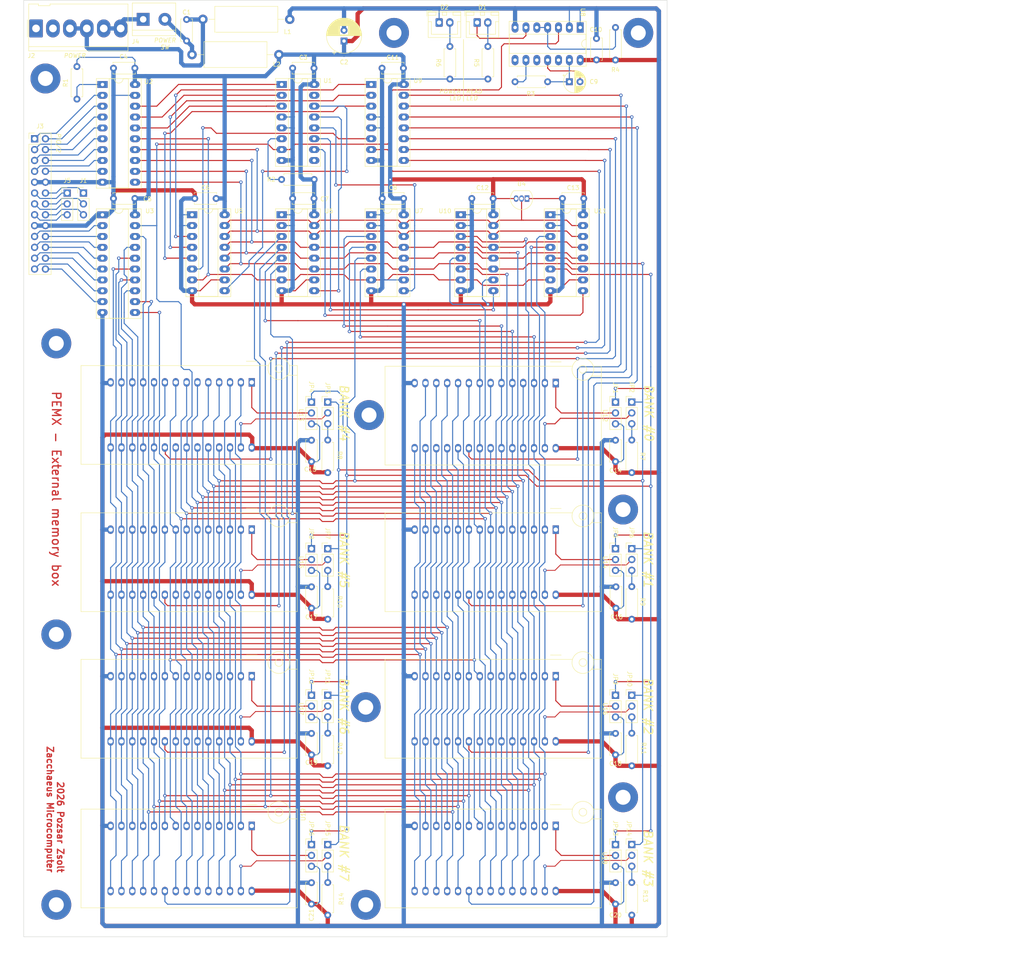
<source format=kicad_pcb>
(kicad_pcb (version 20211014) (generator pcbnew)
  (title_block (title "PEMX - External memory box") (date "2026-01-09") (rev "1.0") (company "Pozsar Zsolt") (comment 1 "Zacchaeus Microcomputer"))
  (layers (0 "F.Cu" signal) (31 "B.Cu" signal) (34 "B.Paste" user) (35 "F.Paste" user) (36 "B.SilkS" user "B.Silkscreen") (37 "F.SilkS" user "F.Silkscreen") (38 "B.Mask" user) (39 "F.Mask" user) (44 "Edge.Cuts" user))
  (net 0 "")
  (net 1 "/DM0")
  (net 2 "/DM1")
  (net 3 "/DM2")
  (net 4 "GNDD")
  (net 5 "Net-(R2-Pad1)")
  (net 6 "/-OE")
  (net 8 "/-E4")
  (net 9 "/-E3")
  (net 10 "/-E2")
  (net 11 "/-E1")
  (net 12 "/-E0")
  (net 14 "+5V")
  (net 15 "Net-(R1-Pad2)")
  (net 16 "/AD0")
  (net 17 "/AD1")
  (net 18 "/AD2")
  (net 19 "/AD3")
  (net 20 "/AD4")
  (net 21 "/AD5")
  (net 22 "/AD6")
  (net 23 "/AD7")
  (net 24 "/DA3")
  (net 25 "/DA2")
  (net 26 "/DA1")
  (net 27 "/DA0")
  (net 28 "/CLK")
  (net 29 "/BD0")
  (net 30 "/BD1")
  (net 31 "/BD2")
  (net 32 "/BD3")
  (net 33 "/BD4")
  (net 34 "/BD5")
  (net 35 "/BD6")
  (net 36 "/BD7")
  (net 37 "/D7")
  (net 38 "/D6")
  (net 39 "/D5")
  (net 40 "/D4")
  (net 41 "/D3")
  (net 42 "/D2")
  (net 43 "/D1")
  (net 44 "/D0")
  (net 45 "/DS0")
  (net 46 "/DS1")
  (net 47 "/DS2")
  (net 48 "/DS3")
  (net 49 "/RST")
  (net 50 "/A0")
  (net 51 "/A1")
  (net 52 "/A2")
  (net 53 "/A3")
  (net 54 "/A4")
  (net 55 "/A5")
  (net 56 "/A6")
  (net 57 "/A7")
  (net 58 "Net-(R4-Pad2)")
  (net 59 "Net-(D1-Pad1)")
  (net 61 "Net-(R3-Pad2)")
  (net 62 "Net-(C9-Pad2)")
  (net 63 "Net-(C9-Pad1)")
  (net 64 "/-CS7")
  (net 65 "/-CS6")
  (net 66 "/-CS5")
  (net 67 "/-CS4")
  (net 68 "/-CS3")
  (net 69 "/-CS2")
  (net 70 "/-CS1")
  (net 71 "/-CS0")
  (net 72 "/A8")
  (net 73 "/A9")
  (net 74 "/A10")
  (net 75 "/A11")
  (net 76 "/A12")
  (net 77 "/A13")
  (net 78 "/A14")
  (net 79 "/A15")
  (net 80 "/A15.0")
  (net 81 "/A14.0")
  (net 82 "/A15.4")
  (net 83 "/A14.4")
  (net 84 "/A15.1")
  (net 85 "/A14.1")
  (net 86 "/A15.5")
  (net 87 "/A14.5")
  (net 88 "/A15.2")
  (net 89 "/A14.2")
  (net 90 "/A15.6")
  (net 91 "/A14.6")
  (net 92 "/A15.3")
  (net 93 "/A14.3")
  (net 94 "/A15.7")
  (net 95 "/A14.7")
  (net 96 "Net-(C1-Pad1)")
  (net 97 "Net-(C1-Pad2)")
  (net 98 "Net-(JP2-Pad3)")
  (net 99 "Net-(JP3-Pad3)")
  (net 100 "Net-(JP6-Pad3)")
  (net 101 "Net-(JP7-Pad3)")
  (net 102 "Net-(JP10-Pad3)")
  (net 103 "Net-(JP11-Pad3)")
  (net 104 "Net-(JP14-Pad3)")
  (net 105 "Net-(JP15-Pad3)")
  (net 106 "Net-(D1-Pad2)")
  (net 107 "Net-(D2-Pad2)")
  (net 108 "Net-(J1-Pad1)")
  (net 109 "Net-(J1-Pad2)")
  (net 110 "Net-(J1-Pad3)")
  (net 113 "Net-(J2-Pad5)")
  (net 114 "Net-(J3-Pad6)")
  (net 115 "Net-(J3-Pad7)")
  (net 116 "Net-(J3-Pad8)")
  (footprint "Capacitor_THT:C_Disc_D5.0mm_W2.5mm_P5.00mm" (layer "F.Cu") (at 93.385 71.755)
    (fp_text reference "C7")
    (fp_text value "100n")
  )
  (footprint "Socket:DIP_Socket-28_W11.9_W12.7_W15.24_W17.78_W18.5_3M_228-1277-00-0602J" (layer "F.Cu") (at 83.82 114.7735 -90)
    (fp_text reference "U13")
    (fp_text value "27512")
  )
  (footprint "Connector_PinHeader_2.54mm:PinHeader_1x03_P2.54mm_Vertical" (layer "F.Cu") (at 101.6 119.38)
    (fp_text reference "JP3")
    (fp_text value "Jumper_3_Bridged12")
  )
  (footprint "Connector_PinHeader_2.54mm:PinHeader_1x03_P2.54mm_Vertical" (layer "F.Cu") (at 40.64 70.485)
    (fp_text reference "J5")
    (fp_text value "Conn_01x03_Male")
  )
  (footprint "MountingHole:MountingHole_3.5mm_Pad" (layer "F.Cu") (at 117.094 33.02)
    (fp_text reference "REF**" hide)
    (fp_text value "MountingHole_3.5mm_Pad")
  )
  (footprint "Capacitor_THT:C_Disc_D5.0mm_W2.5mm_P5.00mm" (layer "F.Cu") (at 51.475 71.755)
    (fp_text reference "C5")
    (fp_text value "100n")
  )
  (footprint "Resistor_THT:R_Axial_DIN0207_L6.3mm_D2.5mm_P7.62mm_Horizontal" (layer "F.Cu") (at 172.72 135.89 90)
    (fp_text reference "R7")
    (fp_text value "1k")
  )
  (footprint "Inductor_THT:L_Axial_L14.5mm_D5.8mm_P20.32mm_Horizontal_Fastron_HBCC" (layer "F.Cu") (at 72.39 29.845)
    (fp_text reference "L1")
    (fp_text value "L_Ferrite")
  )
  (footprint "Socket:DIP_Socket-28_W11.9_W12.7_W15.24_W17.78_W18.5_3M_228-1277-00-0602J" (layer "F.Cu") (at 154.94 114.935 -90)
    (fp_text reference "U12")
    (fp_text value "27512")
  )
  (footprint "Connector_PinHeader_2.54mm:PinHeader_1x03_P2.54mm_Vertical" (layer "F.Cu") (at 172.72 187.975)
    (fp_text reference "JP10")
    (fp_text value "Jumper_3_Bridged12")
  )
  (footprint "Capacitor_THT:C_Disc_D5.0mm_W2.5mm_P5.00mm" (layer "F.Cu") (at 169.01 162.6 -90)
    (fp_text reference "C16")
    (fp_text value "100n")
  )
  (footprint "Connector_PinHeader_2.54mm:PinHeader_1x03_P2.54mm_Vertical" (layer "F.Cu") (at 101.6 153.685)
    (fp_text reference "JP7")
    (fp_text value "Jumper_3_Bridged12")
  )
  (footprint "Resistor_THT:R_Axial_DIN0207_L6.3mm_D2.5mm_P7.62mm_Horizontal" (layer "F.Cu") (at 90.805 67.31)
    (fp_text reference "R2")
    (fp_text value "1k")
  )
  (footprint "Capacitor_THT:C_Disc_D5.0mm_W2.5mm_P5.00mm" (layer "F.Cu") (at 168.91 128.31 -90)
    (fp_text reference "C14")
    (fp_text value "100n")
  )
  (footprint "Capacitor_THT:C_Disc_D5.0mm_W2.5mm_P5.00mm" (layer "F.Cu") (at 135.295 71.755)
    (fp_text reference "C12")
    (fp_text value "100n")
  )
  (footprint "Package_DIP:DIP-16_W7.62mm_Socket_LongPads" (layer "F.Cu") (at 90.815 45.075)
    (fp_text reference "U1")
    (fp_text value "74LS138")
  )
  (footprint "Connector_PinHeader_2.54mm:PinHeader_1x03_P2.54mm_Vertical" (layer "F.Cu") (at 97.79 119.395)
    (fp_text reference "JP4")
    (fp_text value "Jumper_3_Bridged12")
  )
  (footprint "MountingHole:MountingHole_3.5mm_Pad" (layer "F.Cu") (at 111.252 122.428)
    (fp_text reference "REF**" hide)
    (fp_text value "MountingHole_3.5mm_Pad")
  )
  (footprint "Capacitor_THT:C_Disc_D5.0mm_W2.5mm_P5.00mm" (layer "F.Cu") (at 68.58 29.885 -90)
    (fp_text reference "C1")
    (fp_text value "100n")
  )
  (footprint "pinhead:PinHeader_2x13_P2.54mm_Vertical_Top_Bottom" (layer "F.Cu") (at 33.02 57.785)
    (fp_text reference "J3")
    (fp_text value "Conn_02x13_Top_Bottom")
  )
  (footprint "Connector_Molex:Molex_KK-396_5273-06A_1x06_P3.96mm_Vertical" (layer "F.Cu") (at 33.355 31.975)
    (fp_text reference "J2")
    (fp_text value "Conn_01x06")
  )
  (footprint "Package_DIP:DIP-16_W7.62mm_Socket_LongPads" (layer "F.Cu") (at 153.68 75.555)
    (fp_text reference "U11")
    (fp_text value "74LS173")
  )
  (footprint "Socket:DIP_Socket-28_W11.9_W12.7_W15.24_W17.78_W18.5_3M_228-1277-00-0602J" (layer "F.Cu") (at 154.94 183.515 -90)
    (fp_text reference "U16")
    (fp_text value "27512")
  )
  (footprint "Connector_PinHeader_2.54mm:PinHeader_1x03_P2.54mm_Vertical" (layer "F.Cu") (at 168.91 153.685)
    (fp_text reference "JP5")
    (fp_text value "Jumper_3_Bridged12")
  )
  (footprint "Connector_PinHeader_2.54mm:PinHeader_1x03_P2.54mm_Vertical" (layer "F.Cu") (at 101.6 187.96)
    (fp_text reference "JP11")
    (fp_text value "Jumper_3_Bridged12")
  )
  (footprint "Capacitor_THT:C_Disc_D5.0mm_W2.5mm_P5.00mm" (layer "F.Cu") (at 114.34 71.755)
    (fp_text reference "C8")
    (fp_text value "100n")
  )
  (footprint "Resistor_THT:R_Axial_DIN0207_L6.3mm_D2.5mm_P7.62mm_Horizontal" (layer "F.Cu") (at 168.91 39.37 90)
    (fp_text reference "R4")
    (fp_text value "470")
  )
  (footprint "Capacitor_THT:C_Disc_D5.0mm_W2.5mm_P5.00mm" (layer "F.Cu") (at 114.3 41.275)
    (fp_text reference "C11")
    (fp_text value "100n")
  )
  (footprint "Socket:DIP_Socket-28_W11.9_W12.7_W15.24_W17.78_W18.5_3M_228-1277-00-0602J" (layer "F.Cu") (at 154.94 149.225 -90)
    (fp_text reference "U14")
    (fp_text value "27512")
  )
  (footprint "Capacitor_THT:C_Disc_D5.0mm_W2.5mm_P5.00mm" (layer "F.Cu") (at 51.475 41.275)
    (fp_text reference "C4")
    (fp_text value "100n")
  )
  (footprint "Connector_PinHeader_2.54mm:PinHeader_1x03_P2.54mm_Vertical" (layer "F.Cu") (at 168.91 119.395)
    (fp_text reference "JP1")
    (fp_text value "Jumper_3_Bridged12")
  )
  (footprint "MountingHole:MountingHole_3.5mm_Pad" (layer "F.Cu") (at 170.688 144.526)
    (fp_text reference "REF**" hide)
    (fp_text value "MountingHole_3.5mm_Pad")
  )
  (footprint "Socket:DIP_Socket-28_W11.9_W12.7_W15.24_W17.78_W18.5_3M_228-1277-00-0602J" (layer "F.Cu") (at 154.94 218.5325 -90)
    (fp_text reference "U18")
    (fp_text value "27512")
  )
  (footprint "Capacitor_THT:C_Disc_D5.0mm_W2.5mm_P5.00mm" (layer "F.Cu") (at 97.79 231.815 -90)
    (fp_text reference "C21")
    (fp_text value "100n")
  )
  (footprint "Socket:DIP_Socket-28_W11.9_W12.7_W15.24_W17.78_W18.5_3M_228-1277-00-0602J" (layer "F.Cu") (at 83.82 183.515 -90)
    (fp_text reference "U17")
    (fp_text value "27512")
  )
  (footprint "Capacitor_THT:C_Disc_D5.0mm_W2.5mm_P5.00mm" (layer "F.Cu") (at 168.91 196.89 -90)
    (fp_text reference "C18")
    (fp_text value "100n")
  )
  (footprint "Socket:DIP_Socket-28_W11.9_W12.7_W15.24_W17.78_W18.5_3M_228-1277-00-0602J" (layer "F.Cu") (at 83.82 149.225 -90)
    (fp_text reference "U15")
    (fp_text value "27512")
  )
  (footprint "Resistor_THT:R_Axial_DIN0207_L6.3mm_D2.5mm_P7.62mm_Horizontal" (layer "F.Cu") (at 101.6 239.395 90)
    (fp_text reference "R14")
    (fp_text value "1k")
  )
  (footprint "Resistor_THT:R_Axial_DIN0207_L6.3mm_D2.5mm_P7.62mm_Horizontal" (layer "F.Cu") (at 172.72 170.18 90)
    (fp_text reference "R9")
    (fp_text value "1k")
  )
  (footprint "Package_DIP:DIP-16_W7.62mm_Socket_LongPads" (layer "F.Cu") (at 111.76 75.565)
    (fp_text reference "U7")
    (fp_text value "74LS173")
  )
  (footprint "Connector_PinHeader_2.54mm:PinHeader_1x03_P2.54mm_Vertical" (layer "F.Cu") (at 44.45 70.485)
    (fp_text reference "J1")
    (fp_text value "Conn_01x03_Male")
  )
  (footprint "Resistor_THT:R_Axial_DIN0207_L6.3mm_D2.5mm_P7.62mm_Horizontal" (layer "F.Cu") (at 42.926 40.894 -90)
    (fp_text reference "R1")
    (fp_text value "1k")
  )
  (footprint "Connector_PinHeader_2.54mm:PinHeader_1x03_P2.54mm_Vertical" (layer "F.Cu") (at 97.79 153.685)
    (fp_text reference "JP8")
    (fp_text value "Jumper_3_Bridged12")
  )
  (footprint "Package_DIP:DIP-14_W7.62mm_Socket_LongPads" (layer "F.Cu") (at 160.66 31.76 -90)
    (fp_text reference "U8")
    (fp_text value "74LS122")
  )
  (footprint "Connector_PinHeader_2.54mm:PinHeader_1x03_P2.54mm_Vertical" (layer "F.Cu") (at 172.72 222.885)
    (fp_text reference "JP14")
    (fp_text value "Jumper_3_Bridged12")
  )
  (footprint "Capacitor_THT:C_Disc_D5.0mm_W2.5mm_P5.00mm" (layer "F.Cu") (at 168.91 231.815 -90)
    (fp_text reference "C20")
    (fp_text value "100n")
  )
  (footprint "Connector_PinHeader_2.54mm:PinHeader_1x03_P2.54mm_Vertical" (layer "F.Cu") (at 97.79 187.975)
    (fp_text reference "JP12")
    (fp_text value "Jumper_3_Bridged12")
  )
  (footprint "MountingHole:MountingHole_3.5mm_Pad" (layer "F.Cu") (at 170.688 211.836)
    (fp_text reference "REF**" hide)
    (fp_text value "MountingHole_3.5mm_Pad")
  )
  (footprint "Package_DIP:DIP-20_W7.62mm_Socket_LongPads" (layer "F.Cu") (at 48.895 75.57)
    (fp_text reference "U3")
    (fp_text value "74LS245")
  )
  (footprint "Connector_JST:JST_XH_B2B-XH-A_1x02_P2.50mm_Vertical" (layer "F.Cu") (at 127.655 30.59)
    (fp_text reference "D2")
    (fp_text value "LED")
  )
  (footprint "Connector_PinHeader_2.54mm:PinHeader_1x03_P2.54mm_Vertical" (layer "F.Cu") (at 168.91 222.9)
    (fp_text reference "JP13")
    (fp_text value "Jumper_3_Bridged12")
  )
  (footprint "Package_DIP:DIP-16_W7.62mm_Socket_LongPads" (layer "F.Cu") (at 90.815 75.555)
    (fp_text reference "U6")
    (fp_text value "74LS173")
  )
  (footprint "Resistor_THT:R_Axial_DIN0207_L6.3mm_D2.5mm_P7.62mm_Horizontal" (layer "F.Cu") (at 139.065 43.815 90)
    (fp_text reference "R5")
    (fp_text value "470")
  )
  (footprint "Connector_JST:JST_XH_B2B-XH-A_1x02_P2.50mm_Vertical" (layer "F.Cu") (at 136.545 30.59)
    (fp_text reference "D1")
    (fp_text value "LED")
  )
  (footprint "MountingHole:MountingHole_3.5mm_Pad" (layer "F.Cu") (at 38.1 236.982)
    (fp_text reference "REF**" hide)
    (fp_text value "MountingHole_3.5mm_Pad")
  )
  (footprint "Connector_PinHeader_2.54mm:PinHeader_1x03_P2.54mm_Vertical" (layer "F.Cu") (at 172.72 119.38)
    (fp_text reference "JP2")
    (fp_text value "Jumper_3_Bridged12")
  )
  (footprint "MountingHole:MountingHole_3.5mm_Pad" (layer "F.Cu") (at 35.56 43.688)
    (fp_text reference "REF**" hide)
    (fp_text value "MountingHole_3.5mm_Pad")
  )
  (footprint "Capacitor_THT:CP_Radial_D5.0mm_P2.50mm" (layer "F.Cu") (at 158.115 44.45)
    (fp_text reference "C9")
    (fp_text value "10u")
  )
  (footprint "MountingHole:MountingHole_3.5mm_Pad" (layer "F.Cu") (at 38.1 173.736)
    (fp_text reference "REF**" hide)
    (fp_text value "MountingHole_3.5mm_Pad")
  )
  (footprint "Resistor_THT:R_Axial_DIN0207_L6.3mm_D2.5mm_P7.62mm_Horizontal" (layer "F.Cu") (at 153.035 44.45 180)
    (fp_text reference "R3")
    (fp_text value "33k")
  )
  (footprint "Capacitor_THT:C_Disc_D5.0mm_W2.5mm_P5.00mm" (layer "F.Cu") (at 156.49 71.755)
    (fp_text reference "C13")
    (fp_text value "100n")
  )
  (footprint "Connector_PinHeader_2.54mm:PinHeader_1x03_P2.54mm_Vertical" (layer "F.Cu") (at 101.6 222.9)
    (fp_text reference "JP15")
    (fp_text value "Jumper_3_Bridged12")
  )
  (footprint "Package_DIP:DIP-16_W7.62mm_Socket_LongPads" (layer "F.Cu") (at 132.725 75.555)
    (fp_text reference "U10")
    (fp_text value "74LS173")
  )
  (footprint "Resistor_THT:R_Axial_DIN0207_L6.3mm_D2.5mm_P7.62mm_Horizontal" (layer "F.Cu") (at 172.72 204.47 90)
    (fp_text reference "R11")
    (fp_text value "1k")
  )
  (footprint "Capacitor_THT:C_Disc_D5.0mm_W2.5mm_P5.00mm" (layer "F.Cu") (at 97.79 162.6 -90)
    (fp_text reference "C17")
    (fp_text value "100n")
  )
  (footprint "Inductor_THT:L_Axial_L14.5mm_D5.8mm_P20.32mm_Horizontal_Fastron_HBCC" (layer "F.Cu") (at 69.85 38.1)
    (fp_text reference "L2")
    (fp_text value "L_Ferrite")
  )
  (footprint "Capacitor_THT:C_Disc_D5.0mm_W2.5mm_P5.00mm" (layer "F.Cu") (at 97.79 196.89 -90)
    (fp_text reference "C19")
    (fp_text value "100n")
  )
  (footprint "TerminalBlock:TerminalBlock_bornier-2_P5.08mm" (layer "F.Cu") (at 58.42 29.845)
    (fp_text reference "J4")
    (fp_text value "Screw_Terminal_01x02")
  )
  (footprint "MountingHole:MountingHole_3.5mm_Pad" (layer "F.Cu") (at 174.244 33.02)
    (fp_text reference "REF**" hide)
    (fp_text value "MountingHole_3.5mm_Pad")
  )
  (footprint "Capacitor_THT:C_Disc_D5.0mm_W2.5mm_P5.00mm" (layer "F.Cu") (at 93.385 41.275)
    (fp_text reference "C3")
    (fp_text value "100n")
  )
  (footprint "MountingHole:MountingHole_3.5mm_Pad" (layer "F.Cu") (at 110.49 190.754)
    (fp_text reference "REF**" hide)
    (fp_text value "MountingHole_3.5mm_Pad")
  )
  (footprint "Capacitor_THT:C_Disc_D5.0mm_W2.5mm_P5.00mm" (layer "F.Cu") (at 164.465 34.33 -90)
    (fp_text reference "C10")
    (fp_text value "100n")
  )
  (footprint "Package_TO_SOT_THT:TO-92_Inline" (layer "F.Cu") (at 148.209 71.776 180)
    (fp_text reference "U4")
    (fp_text value "DS1833")
  )
  (footprint "MountingHole:MountingHole_3.5mm_Pad" (layer "F.Cu") (at 110.49 236.982)
    (fp_text reference "REF**" hide)
    (fp_text value "MountingHole_3.5mm_Pad")
  )
  (footprint "Socket:DIP_Socket-28_W11.9_W12.7_W15.24_W17.78_W18.5_3M_228-1277-00-0602J" (layer "F.Cu") (at 83.82 218.5325 -90)
    (fp_text reference "U19")
    (fp_text value "27512")
  )
  (footprint "Resistor_THT:R_Axial_DIN0207_L6.3mm_D2.5mm_P7.62mm_Horizontal" (layer "F.Cu") (at 130.175 43.815 90)
    (fp_text reference "R6")
    (fp_text value "470")
  )
  (footprint "MountingHole:MountingHole_3.5mm_Pad" (layer "F.Cu") (at 38.1 105.664)
    (fp_text reference "REF**" hide)
    (fp_text value "MountingHole_3.5mm_Pad")
  )
  (footprint "Connector_PinHeader_2.54mm:PinHeader_1x03_P2.54mm_Vertical" (layer "F.Cu") (at 97.79 222.9)
    (fp_text reference "JP16")
    (fp_text value "Jumper_3_Bridged12")
  )
  (footprint "Connector_PinHeader_2.54mm:PinHeader_1x03_P2.54mm_Vertical" (layer "F.Cu") (at 168.91 187.975)
    (fp_text reference "JP9")
    (fp_text value "Jumper_3_Bridged12")
  )
  (footprint "Package_DIP:DIP-20_W7.62mm_Socket_LongPads" (layer "F.Cu") (at 48.905 45.09)
    (fp_text reference "U2")
    (fp_text value "74LS245")
  )
  (footprint "Resistor_THT:R_Axial_DIN0207_L6.3mm_D2.5mm_P7.62mm_Horizontal" (layer "F.Cu") (at 101.6 170.18 90)
    (fp_text reference "R10")
    (fp_text value "1k")
  )
  (footprint "Package_DIP:DIP-16_W7.62mm_Socket_LongPads" (layer "F.Cu") (at 111.77 45.075)
    (fp_text reference "U9")
    (fp_text value "74LS138")
  )
  (footprint "Package_DIP:DIP-16_W7.62mm_Socket_LongPads" (layer "F.Cu") (at 69.86 75.555)
    (fp_text reference "U5")
    (fp_text value "74LS173")
  )
  (footprint "Connector_PinHeader_2.54mm:PinHeader_1x03_P2.54mm_Vertical" (layer "F.Cu") (at 172.72 153.67)
    (fp_text reference "JP6")
    (fp_text value "Jumper_3_Bridged12")
  )
  (footprint "Capacitor_THT:C_Disc_D5.0mm_W2.5mm_P5.00mm" (layer "F.Cu") (at 70.485 71.755)
    (fp_text reference "C6")
    (fp_text value "100n")
  )
  (footprint "Capacitor_THT:C_Disc_D5.0mm_W2.5mm_P5.00mm" (layer "F.Cu") (at 97.79 128.31 -90)
    (fp_text reference "C15")
    (fp_text value "100n")
  )
  (footprint "Resistor_THT:R_Axial_DIN0207_L6.3mm_D2.5mm_P7.62mm_Horizontal" (layer "F.Cu") (at 101.6 135.89 90)
    (fp_text reference "R8")
    (fp_text value "1k")
  )
  (footprint "Capacitor_THT:CP_Radial_D8.0mm_P2.50mm" (layer "F.Cu") (at 105.41 34.925 90)
    (fp_text reference "C2")
    (fp_text value "220u")
  )
  (footprint "Resistor_THT:R_Axial_DIN0207_L6.3mm_D2.5mm_P7.62mm_Horizontal" (layer "F.Cu") (at 172.72 239.395 90)
    (fp_text reference "R13")
    (fp_text value "1k")
  )
  (footprint "Resistor_THT:R_Axial_DIN0207_L6.3mm_D2.5mm_P7.62mm_Horizontal" (layer "F.Cu") (at 101.6 204.47 90)
    (fp_text reference "R12")
    (fp_text value "1k")
  )
  (gr_line (start 133.35 34.544) (end 133.35 49.022) (layer "F.SilkS") (width 0.15))
  (gr_rect (start 30.48 244.475) (end 180.975 25.4) (layer "Edge.Cuts") (width 0.1) (fill none))
  (gr_text "2026 Pozsar Zsolt\nZacchaeus Microcomputer" (at 37.846 229.616 270) (layer "F.Cu") (effects (font (size 1.5 1.5) (thickness 0.3)) (justify right)))
  (gr_text "PEMX - External memory box" (at 38.1 139.7 270) (layer "F.Cu") (effects (font (size 2 2) (thickness 0.3))))
  (gr_text "READ\nLED" (at 133.858 47.498) (layer "F.SilkS") (effects (font (size 1 1) (thickness 0.15) italic) (justify left)))
  (gr_text "BANK #7" (at 105.41 224.79 270) (layer "F.SilkS") (effects (font (size 2 2) (thickness 0.3) italic)))
  (gr_text "BANK #5" (at 105.41 156.21 270) (layer "F.SilkS") (effects (font (size 2 2) (thickness 0.3) italic)))
  (gr_text "BANK #3" (at 176.53 226.06 270) (layer "F.SilkS") (effects (font (size 2 2) (thickness 0.3) italic)))
  (gr_text "BANK #1" (at 176.53 156.21 270) (layer "F.SilkS") (effects (font (size 2 2) (thickness 0.3) italic)))
  (gr_text "BANK #2" (at 176.53 190.5 270) (layer "F.SilkS") (effects (font (size 2 2) (thickness 0.3) italic)))
  (gr_text "POWER" (at 42.418 38.354) (layer "F.SilkS") (effects (font (size 1 1) (thickness 0.15) italic)))
  (gr_text "BANK #6" (at 105.41 190.5 270) (layer "F.SilkS") (effects (font (size 2 2) (thickness 0.3) italic)))
  (gr_text "PIO/2" (at 38.608 58.7248 270) (layer "F.SilkS") (effects (font (size 1 1) (thickness 0.15) italic)))
  (gr_text "POWER\nLED" (at 132.842 47.498) (layer "F.SilkS") (effects (font (size 1 1) (thickness 0.15) italic) (justify right)))
  (gr_text "BANK #4" (at 105.41 121.92 270) (layer "F.SilkS") (effects (font (size 2 2) (thickness 0.3) italic)))
  (gr_text "BANK #0" (at 176.7332 121.92 270) (layer "F.SilkS") (effects (font (size 2 2) (thickness 0.3) italic)))
  (gr_text "POWER\nSW" (at 63.5 35.56) (layer "F.SilkS") (effects (font (size 1 1) (thickness 0.15) italic)))
  (segment (start 61.59 50.17) (end 66.685 45.075) (width 0.25) (layer "F.Cu") (net 1))
  (segment (start 66.685 45.075) (end 90.815 45.075) (width 0.25) (layer "F.Cu") (net 1))
  (segment (start 56.525 50.17) (end 61.59 50.17) (width 0.25) (layer "F.Cu") (net 1))
  (segment (start 56.525 52.71) (end 62.86 52.71) (width 0.25) (layer "F.Cu") (net 2))
  (segment (start 62.86 52.71) (end 67.955 47.615) (width 0.25) (layer "F.Cu") (net 2))
  (segment (start 67.955 47.615) (end 90.815 47.615) (width 0.25) (layer "F.Cu") (net 2))
  (segment (start 87.23599 50.155) (end 90.815 50.155) (width 0.25) (layer "F.Cu") (net 3))
  (segment (start 69.215 50.165) (end 87.22599 50.165) (width 0.25) (layer "F.Cu") (net 3))
  (segment (start 56.525 55.25) (end 64.13 55.25) (width 0.25) (layer "F.Cu") (net 3))
  (segment (start 64.13 55.25) (end 69.215 50.165) (width 0.25) (layer "F.Cu") (net 3))
  (segment (start 87.22599 50.165) (end 87.23599 50.155) (width 0.25) (layer "F.Cu") (net 3))
  (segment (start 153.68 93.335) (end 155.585 93.335) (width 0.25) (layer "F.Cu") (net 4))
  (segment (start 119.38 96.52) (end 132.715 96.52) (width 1) (layer "F.Cu") (net 4))
  (segment (start 70.485 70.485) (end 70.485 71.755) (width 1) (layer "F.Cu") (net 4))
  (segment (start 153.68 95.875) (end 153.68 93.335) (width 1) (layer "F.Cu") (net 4))
  (segment (start 70.485 96.52) (end 90.805 96.52) (width 1) (layer "F.Cu") (net 4))
  (segment (start 51.435 70.485) (end 52.07 69.85) (width 1) (layer "F.Cu") (net 4))
  (segment (start 132.715 96.52) (end 139.065 96.52) (width 1) (layer "F.Cu") (net 4))
  (segment (start 139.065 96.52) (end 153.035 96.52) (width 1) (layer "F.Cu") (net 4))
  (segment (start 69.86 93.335) (end 69.86 95.895) (width 1) (layer "F.Cu") (net 4))
  (segment (start 90.815 96.51) (end 90.805 96.52) (width 1) (layer "F.Cu") (net 4))
  (segment (start 51.475 70.525) (end 51.435 70.485) (width 1) (layer "F.Cu") (net 4))
  (segment (start 106.68 96.52) (end 111.76 96.52) (width 1) (layer "F.Cu") (net 4))
  (segment (start 74.305 90.795) (end 77.48 90.795) (width 0.25) (layer "F.Cu") (net 4))
  (segment (start 111.76 96.52) (end 119.38 96.52) (width 1) (layer "F.Cu") (net 4))
  (segment (start 148.209 71.776) (end 156.469 71.776) (width 0.25) (layer "F.Cu") (net 4))
  (segment (start 69.85 69.85) (end 70.485 70.485) (width 1) (layer "F.Cu") (net 4))
  (segment (start 52.07 69.85) (end 69.85 69.85) (width 1) (layer "F.Cu") (net 4))
  (segment (start 69.86 93.335) (end 71.765 93.335) (width 0.25) (layer "F.Cu") (net 4))
  (segment (start 111.76 93.345) (end 111.76 96.52) (width 1) (layer "F.Cu") (net 4))
  (segment (start 90.815 93.335) (end 90.815 96.51) (width 1) (layer "F.Cu") (net 4))
  (segment (start 158.125 90.795) (end 161.3 90.795) (width 0.25) (layer "F.Cu") (net 4))
  (segment (start 153.035 96.52) (end 153.68 95.875) (width 1) (layer "F.Cu") (net 4))
  (segment (start 71.765 93.335) (end 74.305 90.795) (width 0.25) (layer "F.Cu") (net 4))
  (segment (start 51.475 71.755) (end 51.475 70.525) (width 1) (layer "F.Cu") (net 4))
  (segment (start 98.435 90.795) (end 96.53 90.795) (width 0.25) (layer "F.Cu") (net 4))
  (segment (start 96.53 90.795) (end 93.99 93.335) (width 0.25) (layer "F.Cu") (net 4))
  (segment (start 132.725 93.335) (end 132.725 96.51) (width 1) (layer "F.Cu") (net 4))
  (segment (start 93.99 93.335) (end 90.815 93.335) (width 0.25) (layer "F.Cu") (net 4))
  (segment (start 90.805 96.52) (end 106.68 96.52) (width 1) (layer "F.Cu") (net 4))
  (segment (start 69.86 95.895) (end 70.485 96.52) (width 1) (layer "F.Cu") (net 4))
  (segment (start 132.725 96.51) (end 132.715 96.52) (width 1) (layer "F.Cu") (net 4))
  (segment (start 155.585 93.335) (end 158.125 90.795) (width 0.25) (layer "F.Cu") (net 4))
  (via (at 139.065 96.52) (size 0.8) (drill 0.4) (layers "F.Cu" "B.Cu") (net 4))
  (via (at 119.38 96.52) (size 0.8) (drill 0.6) (layers "F.Cu" "B.Cu") (net 4))
  (segment (start 111.76 75.565) (end 114.3 75.565) (width 0.25) (layer "B.Cu") (net 4))
  (segment (start 135.295 71.755) (end 135.295 75.605) (width 1) (layer "B.Cu") (net 4))
  (segment (start 51.475 67.905) (end 51.475 69.255) (width 1) (layer "B.Cu") (net 4))
  (segment (start 136.525 27.305) (end 127.635 27.305) (width 1) (layer "B.Cu") (net 4))
  (segment (start 138.44 90.795) (end 137.795 91.44) (width 0.25) (layer "B.Cu") (net 4))
  (segment (start 50.8 149.225) (end 48.895 149.225) (width 1) (layer "B.Cu") (net 4))
  (segment (start 92.71 27.94) (end 92.71 29.845) (width 1) (layer "B.Cu") (net 4))
  (segment (start 119.38 115.57) (end 119.38 96.52) (width 1) (layer "B.Cu") (net 4))
  (segment (start 178.435 27.305) (end 164.465 27.305) (width 1) (layer "B.Cu") (net 4))
  (segment (start 121.92 218.5325) (end 119.4725 218.5325) (width 1) (layer "B.Cu") (net 4))
  (segment (start 50.16 75.57) (end 51.475 74.255) (width 1) (layer "B.Cu") (net 4))
  (segment (start 90.815 55.235) (end 93.335 55.235) (width 0.25) (layer "B.Cu") (net 4))
  (segment (start 93.385 52.665) (end 93.385 41.275) (width 1) (layer "B.Cu") (net 4))
  (segment (start 164.465 27.305) (end 160.655 27.305) (width 1) (layer "B.Cu") (net 4))
  (segment (start 165.735 128.905) (end 166.37 128.27) (width 1) (layer "B.Cu") (net 4))
  (segment (start 127.655 27.325) (end 127.635 27.305) (width 0.25) (layer "B.Cu") (net 4))
  (segment (start 127.655 30.59) (end 127.655 27.325) (width 0.25) (layer "B.Cu") (net 4))
  (segment (start 145.415 27.305) (end 136.525 27.305) (width 1) (layer "B.Cu") (net 4))
  (segment (start 35.56 78.105) (end 45.085 78.105) (width 1) (layer "B.Cu") (net 4))
  (segment (start 114.34 92.67) (end 113.665 93.345) (width 1) (layer "B.Cu") (net 4))
  (segment (start 47.625 75.565) (end 48.89 75.565) (width 1) (layer "B.Cu") (net 4))
  (segment (start 95.25 128.27) (end 95.29 128.31) (width 1) (layer "B.Cu") (net 4))
  (segment (start 135.265 78.095) (end 135.295 78.065) (width 0.25) (layer "B.Cu") (net 4))
  (segment (start 95.25 162.56) (end 94.615 162.56) (width 1) (layer "B.Cu") (net 4))
  (segment (start 165.775 231.815) (end 168.91 231.815) (width 1) (layer "B.Cu") (net 4))
  (segment (start 94.615 162.56) (end 94.615 128.905) (width 1) (layer "B.Cu") (net 4))
  (segment (start 114.34 71.755) (end 114.34 75.525) (width 1) (layer "B.Cu") (net 4))
  (segment (start 93.335 55.235) (end 93.385 55.285) (width 1) (layer "B.Cu") (net 4))
  (segment (start 56.525 47.63) (end 51.51 47.63) (width 0.25) (layer "B.Cu") (net 4))
  (segment (start 93.385 55.285) (end 93.385 52.665) (width 1) (layer "B.Cu") (net 4))
  (segment (start 165.735 241.935) (end 178.435 241.935) (width 1) (layer "B.Cu") (net 4))
  (segment (start 119.38 149.225) (end 119.38 182.88) (width 1) (layer "B.Cu") (net 4))
  (segment (start 51.51 47.63) (end 51.475 47.665) (width 0.25) (layer "B.Cu") (net 4))
  (segment (start 121.92 114.935) (end 120.015 114.935) (width 1) (layer "B.Cu") (net 4))
  (segment (start 90.815 62.855) (end 93.355 62.855) (width 1) (layer "B.Cu") (net 4))
  (segment (start 48.895 183.515) (end 48.895 218.44) (width 1) (layer "B.Cu") (net 4))
  (segment (start 153.69 93.345) (end 153.68 93.335) (width 1) (layer "B.Cu") (net 4))
  (segment (start 114.3 78.105) (end 114.34 78.065) (width 0.25) (layer "B.Cu") (net 4))
  (segment (start 166.37 128.27) (end 166.41 128.31) (width 1) (layer "B.Cu") (net 4))
  (segment (start 105.41 27.305) (end 93.345 27.305) (width 1) (layer "B.Cu") (net 4))
  (segment (start 48.895 149.225) (end 48.895 183.515) (width 1) (layer "B.Cu") (net 4))
  (segment (start 93.385 71.755) (end 93.385 62.825) (width 1) (layer "B.Cu") (net 4))
  (segment (start 160.655 27.305) (end 158.115 27.305) (width 1) (layer "B.Cu") (net 4))
  (segment (start 92.72 93.335) (end 90.815 93.335) (width 1) (layer "B.Cu") (net 4))
  (segment (start 114.34 78.065) (end 114.34 90.21) (width 1) (layer "B.Cu") (net 4))
  (segment (start 67.31 75.565) (end 67.31 72.39) (width 1) (layer "B.Cu") (net 4))
  (segment (start 114.29 52.695) (end 114.3 52.705) (width 0.25) (layer "B.Cu") (net 4))
  (segment (start 90.815 75.555) (end 93.335 75.555) (width 0.25) (layer "B.Cu") (net 4))
  (segment (start 51.475 69.255) (end 51.475 71.755) (width 1) (layer "B.Cu") (net 4))
  (segment (start 69.86 93.335) (end 69.85 93.345) (width 1) (layer "B.Cu") (net 4))
  (segment (start 145.42 27.31) (end 145.415 27.305) (width 1) (layer "B.Cu") (net 4))
  (segment (start 165.735 231.775) (end 165.775 231.815) (width 1) (layer "B.Cu") (net 4))
  (segment (start 165.735 196.85) (end 165.735 162.56) (width 1) (layer "B.Cu") (net 4))
  (segment (start 95.29 128.31) (end 97.79 128.31) (width 1) (layer "B.Cu") (net 4))
  (segment (start 67.32 78.095) (end 67.31 78.105) (width 0.25) (layer "B.Cu") (net 4))
  (segment (start 120.015 183.515) (end 119.38 182.88) (width 1) (layer "B.Cu") (net 4))
  (segment (start 51.475 66.645) (end 51.475 67.905) (width 1) (layer "B.Cu") (net 4))
  (segment (start 69.86 75.555) (end 67.32 75.555) (width 0.25) (layer "B.Cu") (net 4))
  (segment (start 90.815 78.095) (end 93.355 78.095) (width 0.25) (layer "B.Cu") (net 4))
  (segment (start 67.32 75.555) (end 67.31 75.565) (width 0.25) (layer "B.Cu") (net 4))
  (segment (start 45.085 78.105) (end 47.625 75.565) (width 1) (layer "B.Cu") (net 4))
  (segment (start 132.725 75.555) (end 135.245 75.555) (width 0.25) (layer "B.Cu") (net 4))
  (segment (start 168.91 196.89) (end 165.775 196.89) (width 1) (layer "B.Cu") (net 4))
  (segment (start 93.385 62.19) (end 93.385 55.285) (width 1) (layer "B.Cu") (net 4))
  (segment (start 153.68 78.095) (end 156.22 78.095) (width 0.25) (layer "B.Cu") (net 4))
  (segment (start 132.735 93.345) (end 132.725 93.335) (width 1) (layer "B.Cu") (net 4))
  (segment (start 119.38 218.44) (end 119.38 241.935) (width 1) (layer "B.Cu") (net 4))
  (segment (start 114.29 62.855) (end 114.3 62.865) (width 1) (layer "B.Cu") (net 4))
  (segment (start 158.12 27.31) (end 158.115 27.305) (width 0.25) (layer "B.Cu") (net 4))
  (segment (start 137.795 95.25) (end 139.065 96.52) (width 0.25) (layer "B.Cu") (net 4))
  (segment (start 165.735 231.775) (end 165.735 196.85) (width 1) (layer "B.Cu") (net 4))
  (segment (start 114.3 55.245) (end 114.3 62.865) (width 1) (layer "B.Cu") (net 4))
  (segment (start 51.475 41.275) (end 51.475 47.665) (width 1) (layer "B.Cu") (net 4))
  (segment (start 93.385 62.825) (end 93.385 62.19) (width 1) (layer "B.Cu") (net 4))
  (segment (start 135.295 92.67) (end 134.62 93.345) (width 1) (layer "B.Cu") (net 4))
  (segment (start 67.945 71.755) (end 70.485 71.755) (width 1) (layer "B.Cu") (net 4))
  (segment (start 165.735 241.935) (end 165.735 231.775) (width 1) (layer "B.Cu") (net 4))
  (segment (start 94.615 128.905) (end 95.25 128.27) (width 1) (layer "B.Cu") (net 4))
  (segment (start 35.56 67.945) (end 33.02 67.945) (width 1) (layer "B.Cu") (net 4))
  (segment (start 156.49 75.845) (end 156.49 77.825) (width 1) (layer "B.Cu") (net 4))
  (segment (start 132.725 78.095) (end 135.265 78.095) (width 0.25) (layer "B.Cu") (net 4))
  (segment (start 94.615 196.85) (end 94.615 162.56) (width 1) (layer "B.Cu") (net 4))
  (segment (start 158.115 27.305) (end 145.415 27.305) (width 1) (layer "B.Cu") (net 4))
  (segment (start 67.31 92.71) (end 67.31 78.105) (width 1) (layer "B.Cu") (net 4))
  (segment (start 114.34 75.525) (end 114.34 78.065) (width 1) (layer "B.Cu") (net 4))
  (segment (start 97.79 196.89) (end 94.655 196.89) (width 1) (layer "B.Cu") (net 4))
  (segment (start 119.38 115.57) (end 119.38 149.225) (width 1) (layer "B.Cu") (net 4))
  (segment (start 93.345 27.305) (end 92.71 27.94) (width 1) (layer "B.Cu") (net 4))
  (segment (start 94.655 196.89) (end 94.615 196.85) (width 1) (layer "B.Cu") (net 4))
  (segment (start 119.38 182.88) (end 119.38 218.44) (width 1) (layer "B.Cu") (net 4))
  (segment (start 121.92 183.515) (end 120.015 183.515) (width 1) (layer "B.Cu") (net 4))
  (segment (start 67.31 72.39) (end 67.945 71.755) (width 1) (layer "B.Cu") (net 4))
  (segment (start 93.355 78.095) (end 93.385 78.065) (width 0.25) (layer "B.Cu") (net 4))
  (segment (start 119.4725 218.5325) (end 119.38 218.44) (width 1) (layer "B.Cu") (net 4))
  (segment (start 48.895 114.935) (end 48.895 149.225) (width 1) (layer "B.Cu") (net 4))
  (segment (start 179.07 27.94) (end 178.435 27.305) (width 1) (layer "B.Cu") (net 4))
  (segment (start 153.68 75.555) (end 156.2 75.555) (width 0.25) (layer "B.Cu") (net 4))
  (segment (start 135.295 78.065) (end 135.295 92.67) (width 1) (layer "B.Cu") (net 4))
  (segment (start 94.615 231.775) (end 94.655 231.815) (width 1) (layer "B.Cu") (net 4))
  (segment (start 156.464 71.869) (end 156.464 75.959) (width 1) (layer "B.Cu") (net 4))
  (segment (start 90.815 62.855) (end 92.72 62.855) (width 1) (layer "B.Cu") (net 4))
  (segment (start 114.935 90.805) (end 114.34 90.21) (width 0.25) (layer "B.Cu") (net 4))
  (segment (start 51.475 47.665) (end 51.475 66.645) (width 1) (layer "B.Cu") (net 4))
  (segment (start 48.89 75.565) (end 48.895 75.57) (width 1) (layer "B.Cu") (net 4))
  (segment (start 156.22 78.095) (end 156.49 77.825) (width 0.25) (layer "B.Cu") (net 4))
  (segment (start 114.34 90.21) (end 114.34 92.67) (width 1) (layer "B.Cu") (net 4))
  (segment (start 114.3 41.275) (end 114.3 52.705) (width 1) (layer "B.Cu") (net 4))
  (segment (start 67.31 76.2) (end 67.31 75.565) (width 1) (layer "B.Cu") (net 4))
  (segment (start 121.92 149.225) (end 119.38 149.225) (width 1) (layer "B.Cu") (net 4))
  (segment (start 179.07 30.48) (end 179.07 27.94) (width 1) (layer "B.Cu") (net 4))
  (segment (start 50.8 114.935) (end 48.895 114.935) (width 1) (layer "B.Cu") (net 4))
  (segment (start 48.895 98.43) (end 48.895 114.935) (width 1) (layer "B.Cu") (net 4))
  (segment (start 160.66 31.76) (end 160.66 27.31) (width 0.25) (layer "B.Cu") (net 4))
  (segment (start 114.3 75.565) (end 114.34 75.525) (width 0.25) (layer "B.Cu") (net 4))
  (segment (start 113.665 93.345) (end 111.76 93.345) (width 1) (layer "B.Cu") (net 4))
  (segment (start 178.435 241.935) (end 179.07 241.3) (width 1) (layer "B.Cu") (net 4))
  (segment (start 114.3 52.705) (end 114.3 55.245) (width 1) (layer "B.Cu") (net 4))
  (segment (start 93.385 71.755) (end 93.385 75.605) (width 1) (layer "B.Cu") (net 4))
  (segment (start 35.56 78.105) (end 33.02 78.105) (width 1) (layer "B.Cu") (net 4))
  (segment (start 165.775 196.89) (end 165.735 196.85) (width 1) (layer "B.Cu") (net 4))
  (segment (start 158.12 31.76) (end 158.12 27.31) (width 0.25) (layer "B.Cu") (net 4))
  (segment (start 94.615 241.935) (end 94.615 231.775) (width 1) (layer "B.Cu") (net 4))
  (segment (start 166.37 162.56) (end 165.735 162.56) (width 1) (layer "B.Cu") (net 4))
  (segment (start 160.66 27.31) (end 160.655 27.305) (width 0.25) (layer "B.Cu") (net 4))
  (segment (start 156.2 75.555) (end 156.49 75.845) (width 0.25) (layer "B.Cu") (net 4))
  (segment (start 111.76 78.105) (end 114.3 78.105) (width 0.25) (layer "B.Cu") (net 4))
  (segment (start 50.8 183.515) (end 48.895 183.515) (width 1) (layer "B.Cu") (net 4))
  (segment (start 111.77 62.855) (end 114.29 62.855) (width 1) (layer "B.Cu") (net 4))
  (segment (start 135.245 75.555) (end 135.295 75.605) (width 0.25) (layer "B.Cu") (net 4))
  (segment (start 67.945 93.345) (end 67.31 92.71) (width 1) (layer "B.Cu") (net 4))
  (segment (start 48.895 218.44) (end 48.895 241.3) (width 1) (layer "B.Cu") (net 4))
  (segment (start 48.895 218.44) (end 48.9875 218.5325) (width 1) (layer "B.Cu") (net 4))
  (segment (start 51.475 71.755) (end 51.475 74.255) (width 1) (layer "B.Cu") (net 4))
  (segment (start 114.29 55.235) (end 114.3 55.245) (width 0.25) (layer "B.Cu") (net 4))
  (segment (start 93.355 52.695) (end 93.385 52.665) (width 1) (layer "B.Cu") (net 4))
  (segment (start 156.49 92.43) (end 155.575 93.345) (width 1) (layer "B.Cu") (net 4))
  (segment (start 111.77 55.235) (end 114.29 55.235) (width 0.25) (layer "B.Cu") (net 4))
  (segment (start 90.815 52.695) (end 93.355 52.695) (width 0.25) (layer "B.Cu") (net 4))
  (segment (start 94.655 231.815) (end 97.79 231.815) (width 1) (layer "B.Cu") (net 4))
  (segment (start 93.385 92.67) (end 92.72 93.335) (width 1) (layer "B.Cu") (net 4))
  (segment (start 49.53 241.935) (end 48.895 241.3) (width 1) (layer "B.Cu") (net 4))
  (segment (start 119.38 241.935) (end 165.735 241.935) (width 1) (layer "B.Cu") (net 4))
  (segment (start 134.62 93.345) (end 132.735 93.345) (width 1) (layer "B.Cu") (net 4))
  (segment (start 169.01 162.6) (end 166.41 162.6) (width 1) (layer "B.Cu") (net 4))
  (segment (start 93.355 62.855) (end 93.385 62.825) (width 1) (layer "B.Cu") (net 4))
  (segment (start 93.385 78.065) (end 93.385 92.67) (width 1) (layer "B.Cu") (net 4))
  (segment (start 51.43 67.95) (end 51.475 67.905) (width 1) (layer "B.Cu") (net 4))
  (segment (start 114.3 71.715) (end 114.34 71.755) (width 1) (layer "B.Cu") (net 4))
  (segment (start 35.56 67.945) (end 48.9 67.945) (width 1) (layer "B.Cu") (net 4))
  (segment (start 119.38 241.935) (end 49.53 241.935) (width 1) (layer "B.Cu") (net 4))
  (segment (start 179.07 241.3) (end 179.07 30.48) (width 1) (layer "B.Cu") (net 4))
  (segment (start 48.9875 218.5325) (end 50.8 218.5325) (width 1) (layer "B.Cu") (net 4))
  (segment (start 166.41 162.6) (end 166.37 162.56) (width 1) (layer "B.Cu") (net 4))
  (segment (start 97.89 162.6) (end 95.29 162.6) (width 1) (layer "B.Cu") (net 4))
  (segment (start 155.575 93.345) (end 153.69 93.345) (width 1) (layer "B.Cu") (net 4))
  (segment (start 140.345 90.795) (end 138.44 90.795) (width 0.25) (layer "B.Cu") (net 4))
  (segment (start 95.29 162.6) (end 95.25 162.56) (width 1) (layer "B.Cu") (net 4))
  (segment (start 111.77 52.695) (end 114.29 52.695) (width 0.25) (layer "B.Cu") (net 4))
  (segment (start 145.42 31.76) (end 145.42 27.31) (width 1) (layer "B.Cu") (net 4))
  (segment (start 135.295 75.605) (end 135.295 78.065) (width 1) (layer "B.Cu") (net 4))
  (segment (start 164.465 34.33) (end 164.465 27.305) (width 1) (layer "B.Cu") (net 4))
  (segment (start 165.735 162.56) (end 165.735 128.905) (width 1) (layer "B.Cu") (net 4))
  (segment (start 156.49 77.825) (end 156.49 92.43) (width 1) (layer "B.Cu") (net 4))
  (segment (start 166.41 128.31) (end 168.91 128.31) (width 1) (layer "B.Cu") (net 4))
  (segment (start 48.895 75.57) (end 50.16 75.57) (width 1) (layer "B.Cu") (net 4))
  (segment (start 93.385 75.605) (end 93.385 78.065) (width 1) (layer "B.Cu") (net 4))
  (segment (start 48.905 67.95) (end 51.43 67.95) (width 1) (layer "B.Cu") (net 4))
  (segment (start 119.38 90.805) (end 114.935 90.805) (width 0.25) (layer "B.Cu") (net 4))
  (segment (start 69.86 78.095) (end 67.32 78.095) (width 0.25) (layer "B.Cu") (net 4))
  (segment (start 137.795 91.44) (end 137.795 95.25) (width 0.25) (layer "B.Cu") (net 4))
  (segment (start 93.335 75.555) (end 93.385 75.605) (width 0.25) (layer "B.Cu") (net 4))
  (segment (start 69.85 93.345) (end 67.945 93.345) (width 1) (layer "B.Cu") (net 4))
  (segment (start 67.31 78.105) (end 67.31 76.2) (width 1) (layer "B.Cu") (net 4))
  (segment (start 114.3 62.865) (end 114.3 71.715) (width 1) (layer "B.Cu") (net 4))
  (segment (start 48.9 67.945) (end 48.905 67.95) (width 1) (layer "B.Cu") (net 4))
  (segment (start 127.635 27.305) (end 105.41 27.305) (width 1) (layer "B.Cu") (net 4))
  (segment (start 94.615 231.775) (end 94.615 196.85) (width 1) (layer "B.Cu") (net 4))
  (segment (start 105.41 32.425) (end 105.41 27.305) (width 1) (layer "B.Cu") (net 4))
  (segment (start 87.63 66.675) (end 87.63 58.42) (width 0.25) (layer "B.Cu") (net 5))
  (segment (start 88.275 57.775) (end 90.815 57.775) (width 0.25) (layer "B.Cu") (net 5))
  (segment (start 90.805 67.31) (end 88.265 67.31) (width 0.25) (layer "B.Cu") (net 5))
  (segment (start 88.265 67.31) (end 87.63 66.675) (width 0.25) (layer "B.Cu") (net 5))
  (segment (start 87.63 58.42) (end 88.275 57.775) (width 0.25) (layer "B.Cu") (net 5))
  (segment (start 88.89 60.315) (end 87.63 59.055) (width 0.25) (layer "F.Cu") (net 6))
  (segment (start 154.94 35.56) (end 155.58 34.92) (width 0.25) (layer "F.Cu") (net 6))
  (segment (start 115.57 59.055) (end 116.205 58.42) (width 0.25) (layer "F.Cu") (net 6))
  (segment (start 142.24 36.195) (end 142.875 35.56) (width 0.25) (layer "F.Cu") (net 6))
  (segment (start 90.815 60.315) (end 88.89 60.315) (width 0.25) (layer "F.Cu") (net 6))
  (segment (start 92.7 60.315) (end 92.71 60.325) (width 0.25) (layer "F.Cu") (net 6))
  (segment (start 90.815 60.315) (end 92.7 60.315) (width 0.25) (layer "F.Cu") (net 6))
  (segment (start 69.85 144.145) (end 99.695 144.145) (width 0.25) (layer "F.Cu") (net 6))
  (segment (start 142.24 45.72) (end 142.24 36.195) (width 0.25) (layer "F.Cu") (net 6))
  (segment (start 142.875 35.56) (end 154.94 35.56) (width 0.25) (layer "F.Cu") (net 6))
  (segment (start 87.63 59.055) (end 61.595 59.055) (width 0.25) (layer "F.Cu") (net 6))
  (segment (start 92.71 60.325) (end 93.98 59.055) (width 0.25) (layer "F.Cu") (net 6))
  (segment (start 93.98 59.055) (end 115.57 59.055) (width 0.25) (layer "F.Cu") (net 6))
  (segment (start 116.205 58.42) (end 116.205 46.99) (width 0.25) (layer "F.Cu") (net 6))
  (segment (start 155.58 34.92) (end 155.58 31.76) (width 0.25) (layer "F.Cu") (net 6))
  (segment (start 99.695 144.145) (end 100.33 144.78) (width 0.25) (layer "F.Cu") (net 6))
  (segment (start 102.87 144.78) (end 103.505 144.145) (width 0.25) (layer "F.Cu") (net 6))
  (segment (start 116.205 46.99) (end 116.84 46.355) (width 0.25) (layer "F.Cu") (net 6))
  (segment (start 141.605 46.355) (end 142.24 45.72) (width 0.25) (layer "F.Cu") (net 6))
  (segment (start 103.505 144.145) (end 140.97 144.145) (width 0.25) (layer "F.Cu") (net 6))
  (segment (start 100.33 144.78) (end 102.87 144.78) (width 0.25) (layer "F.Cu") (net 6))
  (segment (start 116.84 46.355) (end 141.605 46.355) (width 0.25) (layer "F.Cu") (net 6))
  (via (at 69.85 144.145) (size 0.8) (drill 0.4) (layers "F.Cu" "B.Cu") (net 6))
  (via (at 140.97 144.145) (size 0.8) (drill 0.4) (layers "F.Cu" "B.Cu") (net 6))
  (via (at 61.595 59.055) (size 0.8) (drill 0.4) (layers "F.Cu" "B.Cu") (net 6))
  (segment (start 139.7 164.465) (end 139.7 177.165) (width 0.25) (layer "B.Cu") (net 6))
  (segment (start 68.688 123.844) (end 68.688 130.0135) (width 0.25) (layer "B.Cu") (net 6))
  (segment (start 140.97 178.435) (end 140.97 191.135) (width 0.25) (layer "B.Cu") (net 6))
  (segment (start 66.675 95.885) (end 67.31 96.52) (width 0.25) (layer "B.Cu") (net 6))
  (segment (start 68.58 142.875) (end 69.85 144.145) (width 0.25) (layer "B.Cu") (net 6))
  (segment (start 68.58 226.695) (end 68.58 233.045) (width 0.25) (layer "B.Cu") (net 6))
  (segment (start 67.31 111.125) (end 67.945 111.76) (width 0.25) (layer "B.Cu") (net 6))
  (segment (start 61.595 78.105) (end 61.59 78.11) (width 0.25) (layer "B.Cu") (net 6))
  (segment (start 139.7 142.875) (end 140.97 144.145) (width 0.25) (layer "B.Cu") (net 6))
  (segment (start 69.85 178.435) (end 69.85 191.135) (width 0.25) (layer "B.Cu") (net 6))
  (segment (start 69.85 225.425) (end 68.58 226.695) (width 0.25) (layer "B.Cu") (net 6))
  (segment (start 68.58 130.175) (end 68.58 142.875) (width 0.25) (layer "B.Cu") (net 6))
  (segment (start 140.97 191.135) (end 139.7 192.405) (width 0.25) (layer "B.Cu") (net 6))
  (segment (start 68.58 211.455) (end 69.85 212.725) (width 0.25) (layer "B.Cu") (net 6))
  (segment (start 140.97 156.845) (end 139.7 158.115) (width 0.25) (layer "B.Cu") (net 6))
  (segment (start 67.945 111.76) (end 69.215 111.76) (width 0.25) (layer "B.Cu") (net 6))
  (segment (start 140.97 144.145) (end 140.97 156.845) (width 0.25) (layer "B.Cu") (net 6))
  (segment (start 68.58 164.465) (end 68.58 177.165) (width 0.25) (layer "B.Cu") (net 6))
  (segment (start 69.85 191.135) (end 68.58 192.405) (width 0.25) (layer "B.Cu") (net 6))
  (segment (start 139.7 130.175) (end 139.7 142.875) (width 0.25) (layer "B.Cu") (net 6))
  (segment (start 62.23 95.885) (end 66.675 95.885) (width 0.25) (layer "B.Cu") (net 6))
  (segment (start 61.59 95.245) (end 62.23 95.885) (width 0.25) (layer "B.Cu") (net 6))
  (segment (start 139.7 158.115) (end 139.7 164.465) (width 0.25) (layer "B.Cu") (net 6))
  (segment (start 140.97 225.425) (end 139.7 226.695) (width 0.25) (layer "B.Cu") (net 6))
  (segment (start 69.85 122.682) (end 68.688 123.844) (width 0.25) (layer "B.Cu") (net 6))
  (segment (start 139.7 198.755) (end 139.7 211.455) (width 0.25) (layer "B.Cu") (net 6))
  (segment (start 69.85 144.145) (end 69.85 156.845) (width 0.25) (layer "B.Cu") (net 6))
  (segment (start 68.58 177.165) (end 69.85 178.435) (width 0.25) (layer "B.Cu") (net 6))
  (segment (start 69.215 111.76) (end 69.85 112.395) (width 0.25) (layer "B.Cu") (net 6))
  (segment (start 69.85 212.725) (end 69.85 225.425) (width 0.25) (layer "B.Cu") (net 6))
  (segment (start 69.85 156.845) (end 68.58 158.115) (width 0.25) (layer "B.Cu") (net 6))
  (segment (start 68.58 192.405) (end 68.58 198.755) (width 0.25) (layer "B.Cu") (net 6))
  (segment (start 61.59 78.11) (end 61.59 95.245) (width 0.25) (layer "B.Cu") (net 6))
  (segment (start 67.31 96.52) (end 67.31 111.125) (width 0.25) (layer "B.Cu") (net 6))
  (segment (start 139.7 192.405) (end 139.7 198.755) (width 0.25) (layer "B.Cu") (net 6))
  (segment (start 68.58 158.115) (end 68.58 164.465) (width 0.25) (layer "B.Cu") (net 6))
  (segment (start 140.97 212.725) (end 140.97 225.425) (width 0.25) (layer "B.Cu") (net 6))
  (segment (start 68.58 198.755) (end 68.58 211.455) (width 0.25) (layer "B.Cu") (net 6))
  (segment (start 69.85 112.395) (end 69.85 122.682) (width 0.25) (layer "B.Cu") (net 6))
  (segment (start 139.7 226.695) (end 139.7 233.045) (width 0.25) (layer "B.Cu") (net 6))
  (segment (start 139.7 177.165) (end 140.97 178.435) (width 0.25) (layer "B.Cu") (net 6))
  (segment (start 139.7 211.455) (end 140.97 212.725) (width 0.25) (layer "B.Cu") (net 6))
  (segment (start 56.515 78.11) (end 61.59 78.11) (width 0.25) (layer "B.Cu") (net 6))
  (segment (start 61.595 59.055) (end 61.595 78.105) (width 0.25) (layer "B.Cu") (net 6))
  (segment (start 100.965 99.06) (end 160.655 99.06) (width 0.25) (layer "F.Cu") (net 8))
  (segment (start 161.3 98.415) (end 161.3 93.335) (width 0.25) (layer "F.Cu") (net 8))
  (segment (start 160.655 99.06) (end 161.3 98.415) (width 0.25) (layer "F.Cu") (net 8))
  (via (at 100.965 99.06) (size 0.8) (drill 0.4) (layers "F.Cu" "B.Cu") (net 8))
  (segment (start 98.435 60.315) (end 100.32 60.315) (width 0.25) (layer "B.Cu") (net 8))
  (segment (start 100.965 60.96) (end 100.965 73.025) (width 0.25) (layer "B.Cu") (net 8))
  (segment (start 100.32 60.315) (end 100.965 60.96) (width 0.25) (layer "B.Cu") (net 8))
  (segment (start 100.965 73.025) (end 100.965 99.06) (width 0.25) (layer "B.Cu") (net 8))
  (segment (start 125.095 97.79) (end 102.235 97.79) (width 0.25) (layer "F.Cu") (net 9))
  (segment (start 140.335 97.79) (end 125.095 97.79) (width 0.25) (layer "F.Cu") (net 9))
  (via (at 102.235 97.79) (size 0.8) (drill 0.4) (layers "F.Cu" "B.Cu") (net 9))
  (via (at 140.335 97.79) (size 0.8) (drill 0.4) (layers "F.Cu" "B.Cu") (net 9))
  (segment (start 140.345 97.78) (end 140.335 97.79) (width 0.25) (layer "B.Cu") (net 9))
  (segment (start 98.435 57.775) (end 101.59 57.775) (width 0.25) (layer "B.Cu") (net 9))
  (segment (start 102.235 97.79) (end 102.235 64.135) (width 0.25) (layer "B.Cu") (net 9))
  (segment (start 140.345 93.335) (end 140.345 97.78) (width 0.25) (layer "B.Cu") (net 9))
  (segment (start 102.235 58.42) (end 102.235 64.135) (width 0.25) (layer "B.Cu") (net 9))
  (segment (start 101.59 57.775) (end 102.235 58.42) (width 0.25) (layer "B.Cu") (net 9))
  (segment (start 121.92 68.58) (end 103.505 68.58) (width 0.25) (layer "F.Cu") (net 10))
  (via (at 121.92 68.58) (size 0.8) (drill 0.4) (layers "F.Cu" "B.Cu") (net 10))
  (via (at 103.505 68.58) (size 0.8) (drill 0.4) (layers "F.Cu" "B.Cu") (net 10))
  (segment (start 103.505 68.58) (end 103.505 55.88) (width 0.25) (layer "B.Cu") (net 10))
  (segment (start 102.86 55.235) (end 98.435 55.235) (width 0.25) (layer "B.Cu") (net 10))
  (segment (start 119.38 93.345) (end 121.285 93.345) (width 0.25) (layer "B.Cu") (net 10))
  (segment (start 103.505 55.88) (end 102.86 55.235) (width 0.25) (layer "B.Cu") (net 10))
  (segment (start 121.92 92.71) (end 121.92 78.105) (width 0.25) (layer "B.Cu") (net 10))
  (segment (start 121.92 78.105) (end 121.92 68.58) (width 0.25) (layer "B.Cu") (net 10))
  (segment (start 121.285 93.345) (end 121.92 92.71) (width 0.25) (layer "B.Cu") (net 10))
  (segment (start 104.13 93.335) (end 98.435 93.335) (width 0.25) (layer "F.Cu") (net 11))
  (segment (start 104.14 93.345) (end 104.13 93.335) (width 0.25) (layer "F.Cu") (net 11))
  (via (at 104.14 93.345) (size 0.8) (drill 0.4) (layers "F.Cu" "B.Cu") (net 11))
  (segment (start 104.14 52.705) (end 100.331396 52.705) (width 0.25) (layer "B.Cu") (net 11))
  (segment (start 104.775 53.34) (end 104.14 52.705) (width 0.25) (layer "B.Cu") (net 11))
  (segment (start 104.775 69.215) (end 104.775 53.34) (width 0.25) (layer "B.Cu") (net 11))
  (segment (start 100.321396 52.695) (end 98.435 52.695) (width 0.25) (layer "B.Cu") (net 11))
  (segment (start 104.14 93.345) (end 104.14 69.85) (width 0.25) (layer "B.Cu") (net 11))
  (segment (start 104.14 69.85) (end 104.775 69.215) (width 0.25) (layer "B.Cu") (net 11))
  (segment (start 100.331396 52.705) (end 100.321396 52.695) (width 0.25) (layer "B.Cu") (net 11))
  (segment (start 106.045 65.405) (end 86.36 65.405) (width 0.25) (layer "F.Cu") (net 12))
  (via (at 106.045 65.405) (size 0.8) (drill 0.4) (layers "F.Cu" "B.Cu") (net 12))
  (via (at 86.36 65.405) (size 0.8) (drill 0.4) (layers "F.Cu" "B.Cu") (net 12))
  (segment (start 106.045 64.135) (end 106.045 65.405) (width 0.25) (layer "B.Cu") (net 12))
  (segment (start 106.045 50.8) (end 106.045 64.135) (width 0.25) (layer "B.Cu") (net 12))
  (segment (start 105.4 50.155) (end 106.045 50.8) (width 0.25) (layer "B.Cu") (net 12))
  (segment (start 86.36 65.405) (end 86.36 83.185) (width 0.25) (layer "B.Cu") (net 12))
  (segment (start 98.435 50.155) (end 105.4 50.155) (width 0.25) (layer "B.Cu") (net 12))
  (segment (start 83.185 86.36) (end 83.185 87.63) (width 0.25) (layer "B.Cu") (net 12))
  (segment (start 86.36 83.185) (end 83.185 86.36) (width 0.25) (layer "B.Cu") (net 12))
  (segment (start 83.185 87.63) (end 77.48 93.335) (width 0.25) (layer "B.Cu") (net 12))
  (segment (start 97.79 167.5075) (end 97.79 169.4525) (width 1) (layer "F.Cu") (net 14))
  (segment (start 107.315 34.925) (end 105.41 34.925) (width 1) (layer "F.Cu") (net 14))
  (segment (start 179.07 204.47) (end 179.07 170.18) (width 1) (layer "F.Cu") (net 14))
  (segment (start 169.01 169.645) (end 169.545 170.18) (width 1) (layer "F.Cu") (net 14))
  (segment (start 140.295 71.755) (end 140.295 67.27) (width 1) (layer "F.Cu") (net 14))
  (segment (start 83.185 127) (end 49.53 127) (width 1) (layer "F.Cu") (net 14))
  (segment (start 97.79 203.7425) (end 98.425 204.3775) (width 1) (layer "F.Cu") (net 14))
  (segment (start 179.07 170.18) (end 179.07 135.89) (width 1) (layer "F.Cu") (net 14))
  (segment (start 99.695 241.935) (end 49.53 241.935) (width 1) (layer "F.Cu") (net 14))
  (segment (start 94.7475 233.68) (end 97.79 236.7225) (width 1) (layer "F.Cu") (net 14))
  (segment (start 172.72 239.395) (end 172.72 241.935) (width 1) (layer "F.Cu") (net 14))
  (segment (start 98.425 135.7975) (end 101.9 135.7975) (width 1) (layer "F.Cu") (net 14))
  (segment (start 168.91 203.835) (end 169.545 204.47) (width 1) (layer "F.Cu") (net 14))
  (segment (start 179.07 27.94) (end 178.435 27.305) (width 1) (layer "F.Cu") (net 14))
  (segment (start 48.895 195.58) (end 48.895 161.29) (width 1) (layer "F.Cu") (net 14))
  (segment (start 83.82 130.175) (end 94.7475 130.175) (width 1) (layer "F.Cu") (net 14))
  (segment (start 83.82 198.755) (end 94.7475 198.755) (width 1) (layer "F.Cu") (net 14))
  (segment (start 161.015 67.27) (end 161.49 67.745) (width 1) (layer "F.Cu") (net 14))
  (segment (start 172.72 241.935) (end 178.435 241.935) (width 1) (layer "F.Cu") (net 14))
  (segment (start 168.9 39.38) (end 168.91 39.37) (width 1) (layer "F.Cu") (net 14))
  (segment (start 165.875 164.465) (end 169.01 167.6) (width 1) (layer "F.Cu") (net 14))
  (segment (start 83.82 164.465) (end 94.7475 164.465) (width 1) (layer "F.Cu") (net 14))
  (segment (start 108.585 33.655) (end 107.315 34.925) (width 1) (layer "F.Cu") (net 14))
  (segment (start 165.8675 233.7725) (end 168.91 236.815) (width 1) (layer "F.Cu") (net 14))
  (segment (start 101.6 239.395) (end 101.6 241.935) (width 1) (layer "F.Cu") (net 14))
  (segment (start 83.928 127.743) (end 83.185 127) (width 1) (layer "F.Cu") (net 14))
  (segment (start 168.91 135.255) (end 169.545 135.89) (width 1) (layer "F.Cu") (net 14))
  (segment (start 99.02 236.815) (end 101.6 239.395) (width 1) (layer "F.Cu") (net 14))
  (segment (start 172.72 204.47) (end 179.07 204.47) (width 1) (layer "F.Cu") (net 14))
  (segment (start 169.01 167.6) (end 169.01 169.645) (width 1) (layer "F.Cu") (net 14))
  (segment (start 97.79 201.7975) (end 97.79 203.7425) (width 1) (layer "F.Cu") (net 14))
  (segment (start 48.895 241.3) (end 48.895 195.58) (width 1) (layer "F.Cu") (net 14))
  (segment (start 140.295 67.27) (end 161.015 67.27) (width 1) (layer "F.Cu") (net 14))
  (segment (start 98.425 170.0875) (end 101.9 170.0875) (width 1) (layer "F.Cu") (net 14))
  (segment (start 154.94 233.7725) (end 165.8675 233.7725) (width 1) (layer "F.Cu") (net 14))
  (segment (start 172.72 241.935) (end 168.91 241.935) (width 1) (layer "F.Cu") (net 14))
  (segment (start 145.669 71.776) (end 140.316 71.776) (width 0.25) (layer "F.Cu") (net 14))
  (segment (start 101.6 241.935) (end 99.695 241.935) (width 1) (layer "F.Cu") (net 14))
  (segment (start 83.82 164.465) (end 83.82 161.925) (width 1) (layer "F.Cu") (net 14))
  (segment (start 168.91 133.31) (end 168.91 135.255) (width 1) (layer "F.Cu") (net 14))
  (segment (start 154.94 130.175) (end 165.775 130.175) (width 1) (layer "F.Cu") (net 14))
  (segment (start 83.185 195.58) (end 48.895 195.58) (width 1) (layer "F.Cu") (net 14))
  (segment (start 83.82 198.755) (end 83.82 196.215) (width 1) (layer "F.Cu") (net 14))
  (segment (start 94.7475 164.465) (end 97.79 167.5075) (width 1) (layer "F.Cu") (net 14))
  (segment (start 94.7475 198.755) (end 97.79 201.7975) (width 1) (layer "F.Cu") (net 14))
  (segment (start 172.72 135.89) (end 179.07 135.89) (width 1) (layer "F.Cu") (net 14))
  (segment (start 83.82 161.925) (end 83.185 161.29) (width 1) (layer "F.Cu") (net 14))
  (segment (start 94.7475 130.175) (end 97.79 133.2175) (width 1) (layer "F.Cu") (net 14))
  (segment (start 48.895 127.635) (end 49.53 127) (width 1) (layer "F.Cu") (net 14))
  (segment (start 168.91 201.89) (end 168.91 203.835) (width 1) (layer "F.Cu") (net 14))
  (segment (start 168.91 241.935) (end 101.6 241.935) (width 1) (layer "F.Cu") (net 14))
  (segment (start 97.79 135.1625) (end 98.425 135.7975) (width 1) (layer "F.Cu") (net 14))
  (segment (start 49.53 241.935) (end 48.895 241.3) (width 1) (layer "F.Cu") (net 14))
  (segment (start 48.895 161.29) (end 48.895 134.62) (width 1) (layer "F.Cu") (net 14))
  (segment (start 168.91 39.37) (end 179.07 39.37) (width 1) (layer "F.Cu") (net 14))
  (segment (start 168.91 241.935) (end 168.91 236.815) (width 1) (layer "F.Cu") (net 14))
  (segment (start 108.585 28.575) (end 108.585 33.655) (width 1) (layer "F.Cu") (net 14))
  (segment (start 97.79 169.4525) (end 98.425 170.0875) (width 1) (layer "F.Cu") (net 14))
  (segment (start 98.425 204.3775) (end 101.9 204.3775) (width 1) (layer "F.Cu") (net 14))
  (segment (start 83.928 130.0135) (end 83.928 127.743) (width 1) (layer "F.Cu") (net 14))
  (segment (start 169.545 135.89) (end 172.72 135.89) (width 1) (layer "F.Cu") (net 14))
  (segment (start 169.545 170.18) (end 172.72 170.18) (width 1) (layer "F.Cu") (net 14))
  (segment (start 179.07 135.89) (end 179.07 39.37) (width 1) (layer "F.Cu") (net 14))
  (segment (start 169.545 204.47) (end 172.72 204.47) (width 1) (layer "F.Cu") (net 14))
  (segment (start 83.82 196.215) (end 83.185 195.58) (width 1) (layer "F.Cu") (net 14))
  (segment (start 116.205 67.31) (end 140.255 67.31) (width 1) (layer "F.Cu") (net 14))
  (segment (start 83.82 233.68) (end 94.7475 233.68) (width 1) (layer "F.Cu") (net 14))
  (segment (start 97.79 133.2175) (end 97.79 135.1625) (width 1) (layer "F.Cu") (net 14))
  (segment (start 48.895 134.62) (end 48.895 127.635) (width 1) (layer "F.Cu") (net 14))
  (segment (start 154.94 198.755) (end 165.775 198.755) (width 1) (layer "F.Cu") (net 14))
  (segment (start 179.07 241.3) (end 179.07 204.47) (width 1) (layer "F.Cu") (net 14))
  (segment (start 160.66 39.38) (end 168.9 39.38) (width 1) (layer "F.Cu") (net 14))
  (segment (start 109.855 27.305) (end 108.585 28.575) (width 1) (layer "F.Cu") (net 14))
  (segment (start 165.775 198.755) (end 168.91 201.89) (width 1) (layer "F.Cu") (net 14))
  (segment (start 97.79 236.815) (end 99.02 236.815) (width 1) (layer "F.Cu") (net 14))
  (segment (start 165.775 130.175) (end 168.91 133.31) (width 1) (layer "F.Cu") (net 14))
  (segment (start 172.72 170.18) (end 179.07 170.18) (width 1) (layer "F.Cu") (net 14))
  (segment (start 178.435 27.305) (end 109.855 27.305) (width 1) (layer "F.Cu") (net 14))
  (segment (start 161.49 71.755) (end 161.49 67.745) (width 1) (layer "F.Cu") (net 14))
  (segment (start 154.94 164.465) (end 165.875 164.465) (width 1) (layer "F.Cu") (net 14))
  (segment (start 83.185 161.29) (end 48.895 161.29) (width 1) (layer "F.Cu") (net 14))
  (segment (start 178.435 241.935) (end 179.07 241.3) (width 1) (layer "F.Cu") (net 14))
  (segment (start 179.07 39.37) (end 179.07 27.94) (width 1) (layer "F.Cu") (net 14))
  (via (at 116.205 67.31) (size 0.8) (drill 0.4) (layers "F.Cu" "B.Cu") (net 14))
  (segment (start 42.926 39.37) (end 43.561 38.735) (width 0.25) (layer "B.Cu") (net 14))
  (segment (start 56.475 43.14) (end 59.015 43.14) (width 1) (layer "B.Cu") (net 14))
  (segment (start 87.035 43.14) (end 90.17 40.005) (width 1) (layer "B.Cu") (net 14))
  (segment (start 97.79 201.93) (end 99.1 201.93) (width 0.25) (layer "B.Cu") (net 14))
  (segment (start 170.22 201.93) (end 170.815 201.335) (width 0.25) (layer "B.Cu") (net 14))
  (segment (start 98.425 67.31) (end 95.885 67.31) (width 1) (layer "B.Cu") (net 14))
  (segment (start 170.815 193.715) (end 170.195 193.095) (width 0.25) (layer "B.Cu") (net 14))
  (segment (start 99.1 201.93) (end 99.695 201.335) (width 0.25) (layer "B.Cu") (net 14))
  (segment (start 99.075 158.765) (end 97.79 158.765) (width 0.25) (layer "B.Cu") (net 14))
  (segment (start 77.475 45.09) (end 77.475 43.175) (width 1) (layer "B.Cu") (net 14))
  (segment (start 116.205 71.12) (end 116.84 71.755) (width 1) (layer "B.Cu") (net 14))
  (segment (start 170.22 236.815) (end 170.815 236.22) (width 0.25) (layer "B.Cu") (net 14))
  (segment (start 99.695 228.64) (end 99.075 228.02) (width 0.25) (layer "B.Cu") (net 14))
  (segment (start 119.39 45.075) (end 116.85 45.075) (width 1) (layer "B.Cu") (net 14))
  (segment (start 140.295 75.505) (end 140.345 75.555) (width 1) (layer "B.Cu") (net 14))
  (segment (start 56.515 39.37) (end 55.88 38.735) (width 0.25) (layer "B.Cu") (net 14))
  (segment (start 119.507 43.815) (end 119.3 43.608) (width 0.25) (layer "B.Cu") (net 14))
  (segment (start 170.815 167.045) (end 170.815 159.425) (width 0.25) (layer "B.Cu") (net 14))
  (segment (start 170.815 201.335) (end 170.815 193.715) (width 0.25) (layer "B.Cu") (net 14))
  (segment (start 55.88 38.735) (end 43.561 38.735) (width 0.25) (layer "B.Cu") (net 14))
  (segment (start 116.205 45.72) (end 116.205 67.31) (width 1) (layer "B.Cu") (net 14))
  (segment (start 170.815 159.425) (end 170.195 158.805) (width 0.25) (layer "B.Cu") (net 14))
  (segment (start 168.91 236.815) (end 170.22 236.815) (width 0.25) (layer "B.Cu") (net 14))
  (segment (start 99.695 201.335) (end 99.695 193.715) (width 0.25) (layer "B.Cu") (net 14))
  (segment (start 139.065 43.815) (end 130.175 43.815) (width 0.25) (layer "B.Cu") (net 14))
  (segment (start 119.3 43.1) (end 119.3 43.608) (width 1) (layer "B.Cu") (net 14))
  (segment (start 77.48 72.4) (end 77.48 45.095) (width 1) (layer "B.Cu") (net 14))
  (segment (start 98.425 38.1) (end 97.155 38.1) (width 1) (layer "B.Cu") (net 14))
  (segment (start 99.695 167.005) (end 99.695 159.385) (width 0.25) (layer "B.Cu") (net 14))
  (segment (start 116.85 45.075) (end 116.205 45.72) (width 1) (layer "B.Cu") (net 14))
  (segment (start 170.815 132.755) (end 170.815 125.135) (width 0.25) (layer "B.Cu") (net 14))
  (segment (start 161.49 71.755) (end 161.49 75.365) (width 1) (layer "B.Cu") (net 14))
  (segment (start 116.205 67.31) (end 116.205 71.12) (width 1) (layer "B.Cu") (net 14))
  (segment (start 56.475 43.14) (end 56.475 45.04) (width 1) (layer "B.Cu") (net 14))
  (segment (start 168.91 201.93) (end 170.22 201.93) (width 0.25) (layer "B.Cu") (net 14))
  (segment (start 99.1 133.35) (end 99.695 132.755) (width 0.25) (layer "B.Cu") (net 14))
  (segment (start 168.91 133.35) (end 170.22 133.35) (width 0.25) (layer "B.Cu") (net 14))
  (segment (start 99.695 159.385) (end 99.075 158.765) (width 0.25) (layer "B.Cu") (net 14))
  (segment (start 98.385 45.025) (end 98.435 45.075) (width 1) (layer "B.Cu") (net 14))
  (segment (start 99.1 236.855) (end 99.695 236.26) (width 0.25) (layer "B.Cu") (net 14))
  (segment (start 170.815 125.135) (end 170.195 124.515) (width 0.25) (layer "B.Cu") (net 14))
  (segment (start 99.1 167.6) (end 99.695 167.005) (width 0.25) (layer "B.Cu") (net 14))
  (segment (start 95.25 66.675) (end 95.25 45.72) (width 1) (layer "B.Cu") (net 14))
  (segment (start 90.17 40.005) (end 90.17 38.1) (width 1) (layer "B.Cu") (net 14))
  (segment (start 98.385 38.14) (end 98.385 41.275) (width 1) (layer "B.Cu") (net 14))
  (segment (start 119.3 43.608) (end 119.3 44.985) (width 1) (layer "B.Cu") (net 14))
  (segment (start 76.835 71.755) (end 75.485 71.755) (width 1) (layer "B.Cu") (net 14))
  (segment (start 59.055 71.755) (end 59.69 71.12) (width 1) (layer "B.Cu") (net 14))
  (segment (start 90.17 38.1) (end 97.155 38.1) (width 1) (layer "B.Cu") (net 14))
  (segment (start 105.41 38.1) (end 98.425 38.1) (width 1) (layer "B.Cu") (net 14))
  (segment (start 99.075 124.515) (end 97.79 124.515) (width 0.35) (layer "B.Cu") (net 14))
  (segment (start 168.91 167.64) (end 170.22 167.64) (width 0.25) (layer "B.Cu") (net 14))
  (segment (start 95.895 45.075) (end 98.435 45.075) (width 1) (layer "B.Cu") (net 14))
  (segment (start 98.425 67.31) (end 98.425 75.545) (width 1) (layer "B.Cu") (net 14))
  (segment (start 118.745 38.1) (end 119.3 38.655) (width 1) (layer "B.Cu") (net 14))
  (segment (start 95.25 45.72) (end 95.895 45.075) (width 1) (layer "B.Cu") (net 14))
  (segment (start 170.815 236.22) (end 170.815 228.6) (width 0.25) (layer "B.Cu") (net 14))
  (segment (start 99.695 236.26) (end 99.695 228.64) (width 0.25) (layer "B.Cu") (net 14))
  (segment (start 119.34 71.755) (end 119.34 75.525) (width 1) (layer "B.Cu") (net 14))
  (segment (start 116.84 71.755) (end 119.34 71.755) (width 1) (layer "B.Cu") (net 14))
  (segment (start 119.3 44.985) (end 119.39 45.075) (width 1) (layer "B.Cu") (net 14))
  (segment (start 170.195 193.095) (end 168.91 193.095) (width 0.25) (layer "B.Cu") (net 14))
  (segment (start 161.49 75.365) (end 161.3 75.555) (width 1) (layer "B.Cu") (net 14))
  (segment (start 56.475 71.755) (end 56.475 75.53) (width 1) (layer "B.Cu") (net 14))
  (segment (start 119.34 75.525) (end 119.38 75.565) (width 1) (layer "B.Cu") (net 14))
  (segment (start 97.79 236.855) (end 99.1 236.855) (width 0.25) (layer "B.Cu") (net 14))
  (segment (start 77.51 43.14) (end 87.035 43.14) (width 1) (layer "B.Cu") (net 14))
  (segment (start 56.475 75.53) (end 56.515 75.57) (width 1) (layer "B.Cu") (net 14))
  (segment (start 56.515 40.005) (end 56.515 39.37) (width 0.25) (layer "B.Cu") (net 14))
  (segment (start 97.79 133.35) (end 99.1 133.35) (width 0.25) (layer "B.Cu") (net 14))
  (segment (start 77.48 75.555) (end 77.48 72.4) (width 1) (layer "B.Cu") (net 14))
  (segment (start 99.695 125.135) (end 99.075 124.515) (width 0.25) (layer "B.Cu") (net 14))
  (segment (start 42.926 40.894) (end 42.926 39.37) (width 0.25) (layer "B.Cu") (net 14))
  (segment (start 120.269 43.815) (end 119.507 43.815) (width 0.25) (layer "B.Cu") (net 14))
  (segment (start 56.475 71.755) (end 59.055 71.755) (width 1) (layer "B.Cu") (net 14))
  (segment (start 56.475 40.045) (end 56.515 40.005) (width 0.25) (layer "B.Cu") (net 14))
  (segment (start 170.195 227.98) (end 168.91 227.98) (width 0.25) (layer "B.Cu") (net 14))
  (segment (start 59.015 43.14) (end 77.51 43.14) (width 1) (layer "B.Cu") (net 14))
  (segment (start 77.475 43.175) (end 77.51 43.14) (width 1) (layer "B.Cu") (net 14))
  (segment (start 77.475 45.09) (end 77.48 45.095) (width 1) (layer "B.Cu") (net 14))
  (segment (start 170.22 133.35) (end 170.815 132.755) (width 0.25) (layer "B.Cu") (net 14))
  (segment (start 99.695 132.755) (end 99.695 125.135) (width 0.25) (layer "B.Cu") (net 14))
  (segment (start 105.41 34.925) (end 105.41 38.1) (width 1) (layer "B.Cu") (net 14))
  (segment (start 59.69 71.12) (end 59.69 43.815) (width 1) (layer "B.Cu") (net 14))
  (segment (start 98.385 41.275) (end 98.385 45.025) (width 1) (layer "B.Cu") (net 14))
  (segment (start 56.475 41.275) (end 56.475 43.14) (width 1) (layer "B.Cu") (net 14))
  (segment (start 98.425 38.1) (end 98.385 38.14) (width 1) (layer "B.Cu") (net 14))
  (segment (start 56.475 41.275) (end 56.475 40.045) (width 0.25) (layer "B.Cu") (net 14))
  (segment (start 170.195 158.805) (end 168.91 158.805) (width 0.25) (layer "B.Cu") (net 14))
  (segment (start 99.075 228.02) (end 97.79 228.02) (width 0.25) (layer "B.Cu") (net 14))
  (segment (start 130.175 43.815) (end 120.269 43.815) (width 0.25) (layer "B.Cu") (net 14))
  (segment (start 119.3 41.275) (end 119.3 43.1) (width 1) (layer "B.Cu") (net 14))
  (segment (start 56.475 45.04) (end 56.525 45.09) (width 1) (layer "B.Cu") (net 14))
  (segment (start 119.3 38.655) (end 119.3 41.275) (width 1) (layer "B.Cu") (net 14))
  (segment (start 140.295 71.755) (end 140.295 75.505) (width 1) (layer "B.Cu") (net 14))
  (segment (start 95.885 67.31) (end 95.25 66.675) (width 1) (layer "B.Cu") (net 14))
  (segment (start 98.425 75.545) (end 98.435 75.555) (width 1) (layer "B.Cu") (net 14))
  (segment (start 97.79 167.6) (end 99.1 167.6) (width 0.25) (layer "B.Cu") (net 14))
  (segment (start 170.815 228.6) (end 170.195 227.98) (width 0.25) (layer "B.Cu") (net 14))
  (segment (start 170.195 124.515) (end 168.91 124.515) (width 0.25) (layer "B.Cu") (net 14))
  (segment (start 105.41 38.1) (end 118.745 38.1) (width 1) (layer "B.Cu") (net 14))
  (segment (start 99.075 193.095) (end 97.79 193.095) (width 0.25) (layer "B.Cu") (net 14))
  (segment (start 99.695 193.715) (end 99.075 193.095) (width 0.25) (layer "B.Cu") (net 14))
  (segment (start 170.22 167.64) (end 170.815 167.045) (width 0.25) (layer "B.Cu") (net 14))
  (segment (start 48.905 45.09) (end 43.556 45.09) (width 0.25) (layer "B.Cu") (net 15))
  (segment (start 43.556 45.09) (end 42.926 45.72) (width 0.25) (layer "B.Cu") (net 15))
  (segment (start 42.926 48.514) (end 42.926 45.72) (width 0.25) (layer "B.Cu") (net 15))
  (segment (start 46.995 47.63) (end 48.905 47.63) (width 0.25) (layer "B.Cu") (net 16))
  (segment (start 38.1 56.515) (end 46.99 47.625) (width 0.25) (layer "B.Cu") (net 16))
  (segment (start 34.29 56.515) (end 38.1 56.515) (width 0.25) (layer "B.Cu") (net 16))
  (segment (start 46.99 47.625) (end 46.995 47.63) (width 0.25) (layer "B.Cu") (net 16))
  (segment (start 33.02 57.785) (end 34.29 56.515) (width 0.25) (layer "B.Cu") (net 16))
  (segment (start 39.37 57.785) (end 46.985 50.17) (width 0.25) (layer "B.Cu") (net 17))
  (segment (start 46.985 50.17) (end 48.905 50.17) (width 0.25) (layer "B.Cu") (net 17))
  (segment (start 35.56 57.785) (end 39.37 57.785) (width 0.25) (layer "B.Cu") (net 17))
  (segment (start 40.64 59.055) (end 46.985 52.71) (width 0.25) (layer "B.Cu") (net 18))
  (segment (start 33.02 60.325) (end 34.29 59.055) (width 0.25) (layer "B.Cu") (net 18))
  (segment (start 46.985 52.71) (end 48.905 52.71) (width 0.25) (layer "B.Cu") (net 18))
  (segment (start 34.29 59.055) (end 40.64 59.055) (width 0.25) (layer "B.Cu") (net 18))
  (segment (start 35.56 60.325) (end 41.91 60.325) (width 0.25) (layer "B.Cu") (net 19))
  (segment (start 46.985 55.25) (end 48.905 55.25) (width 0.25) (layer "B.Cu") (net 19))
  (segment (start 41.91 60.325) (end 46.985 55.25) (width 0.25) (layer "B.Cu") (net 19))
  (segment (start 46.99 57.785) (end 46.995 57.79) (width 0.25) (layer "B.Cu") (net 20))
  (segment (start 33.02 62.865) (end 34.29 61.595) (width 0.25) (layer "B.Cu") (net 20))
  (segment (start 34.29 61.595) (end 43.18 61.595) (width 0.25) (layer "B.Cu") (net 20))
  (segment (start 43.18 61.595) (end 46.99 57.785) (width 0.25) (layer "B.Cu") (net 20))
  (segment (start 46.995 57.79) (end 48.905 57.79) (width 0.25) (layer "B.Cu") (net 20))
  (segment (start 35.56 62.865) (end 44.45 62.865) (width 0.25) (layer "B.Cu") (net 21))
  (segment (start 44.45 62.865) (end 46.99 60.325) (width 0.25) (layer "B.Cu") (net 21))
  (segment (start 46.99 60.325) (end 46.995 60.33) (width 0.25) (layer "B.Cu") (net 21))
  (segment (start 46.995 60.33) (end 48.905 60.33) (width 0.25) (layer "B.Cu") (net 21))
  (segment (start 45.73 64.135) (end 46.995 62.87) (width 0.25) (layer "B.Cu") (net 22))
  (segment (start 33.02 65.405) (end 34.29 64.135) (width 0.25) (layer "B.Cu") (net 22))
  (segment (start 34.29 64.135) (end 45.73 64.135) (width 0.25) (layer "B.Cu") (net 22))
  (segment (start 46.995 62.87) (end 48.905 62.87) (width 0.25) (layer "B.Cu") (net 22))
  (segment (start 48.9 65.405) (end 48.905 65.41) (width 0.25) (layer "B.Cu") (net 23))
  (segment (start 35.56 65.405) (end 48.9 65.405) (width 0.25) (layer "B.Cu") (net 23))
  (segment (start 93.97 87.005) (end 95.24 88.275) (width 0.25) (layer "F.Cu") (net 24))
  (segment (start 106.67 87.005) (end 115.56 87.005) (width 0.25) (layer "F.Cu") (net 24))
  (segment (start 119.38 88.265) (end 126.345 88.265) (width 0.25) (layer "F.Cu") (net 24))
  (segment (start 98.425 88.265) (end 105.39 88.265) (width 0.25) (layer "F.Cu") (net 24))
  (segment (start 136.515 87.005) (end 137.785 88.275) (width 0.25) (layer "F.Cu") (net 24))
  (segment (start 116.83 88.275) (end 116.84 88.265) (width 0.25) (layer "F.Cu") (net 24))
  (segment (start 81.275 67.95) (end 81.28 67.945) (width 0.25) (layer "F.Cu") (net 24))
  (segment (start 158.76 88.255) (end 161.3 88.255) (width 0.25) (layer "F.Cu") (net 24))
  (segment (start 85.08 87.005) (end 78.73 87.005) (width 0.25) (layer "F.Cu") (net 24))
  (segment (start 85.08 87.005) (end 93.97 87.005) (width 0.25) (layer "F.Cu") (net 24))
  (segment (start 147.32 88.265) (end 148.59 86.995) (width 0.25) (layer "F.Cu") (net 24))
  (segment (start 126.355 88.275) (end 127.625 87.005) (width 0.25) (layer "F.Cu") (net 24))
  (segment (start 78.73 87.005) (end 78.105 87.63) (width 0.25) (layer "F.Cu") (net 24))
  (segment (start 148.59 86.995) (end 157.48 86.995) (width 0.25) (layer "F.Cu") (net 24))
  (segment (start 137.785 88.275) (end 137.795 88.265) (width 0.25) (layer "F.Cu") (net 24))
  (segment (start 137.795 88.265) (end 140.335 88.265) (width 0.25) (layer "F.Cu") (net 24))
  (segment (start 140.345 88.255) (end 147.31 88.255) (width 0.25) (layer "F.Cu") (net 24))
  (segment (start 127.625 87.005) (end 136.515 87.005) (width 0.25) (layer "F.Cu") (net 24))
  (segment (start 157.48 86.995) (end 158.75 88.265) (width 0.25) (layer "F.Cu") (net 24))
  (segment (start 105.39 88.265) (end 105.4 88.275) (width 0.25) (layer "F.Cu") (net 24))
  (segment (start 56.525 67.95) (end 81.275 67.95) (width 0.25) (layer "F.Cu") (net 24))
  (segment (start 95.24 88.275) (end 95.25 88.265) (width 0.25) (layer "F.Cu") (net 24))
  (segment (start 158.75 88.265) (end 158.76 88.255) (width 0.25) (layer "F.Cu") (net 24))
  (segment (start 95.25 88.265) (end 97.79 88.265) (width 0.25) (layer "F.Cu") (net 24))
  (segment (start 116.84 88.265) (end 119.38 88.265) (width 0.25) (layer "F.Cu") (net 24))
  (segment (start 115.56 87.005) (end 116.83 88.275) (width 0.25) (layer "F.Cu") (net 24))
  (segment (start 105.4 88.275) (end 106.67 87.005) (width 0.25) (layer "F.Cu") (net 24))
  (segment (start 147.31 88.255) (end 147.32 88.265) (width 0.25) (layer "F.Cu") (net 24))
  (segment (start 126.345 88.265) (end 126.355 88.275) (width 0.25) (layer "F.Cu") (net 24))
  (via (at 81.28 67.945) (size 0.8) (drill 0.4) (layers "F.Cu" "B.Cu") (net 24))
  (via (at 81.28 86.995) (size 0.8) (drill 0.4) (layers "F.Cu" "B.Cu") (net 24))
  (segment (start 81.28 67.945) (end 81.28 86.995) (width 0.25) (layer "B.Cu") (net 24))
  (segment (start 137.785 85.735) (end 136.515 84.465) (width 0.25) (layer "F.Cu") (net 25))
  (segment (start 116.83 85.735) (end 115.56 84.465) (width 0.25) (layer "F.Cu") (net 25))
  (segment (start 158.75 85.725) (end 157.48 84.455) (width 0.25) (layer "F.Cu") (net 25))
  (segment (start 95.24 85.735) (end 93.97 84.465) (width 0.25) (layer "F.Cu") (net 25))
  (segment (start 127.625 84.465) (end 126.355 85.735) (width 0.25) (layer "F.Cu") (net 25))
  (segment (start 106.67 84.465) (end 105.4 85.735) (width 0.25) (layer "F.Cu") (net 25))
  (segment (start 137.795 85.725) (end 137.785 85.735) (width 0.25) (layer "F.Cu") (net 25))
  (segment (start 136.515 84.465) (end 127.625 84.465) (width 0.25) (layer "F.Cu") (net 25))
  (segment (start 95.25 85.725) (end 95.24 85.735) (width 0.25) (layer "F.Cu") (net 25))
  (segment (start 147.31 85.715) (end 140.345 85.715) (width 0.25) (layer "F.Cu") (net 25))
  (segment (start 116.84 85.725) (end 116.83 85.735) (width 0.25) (layer "F.Cu") (net 25))
  (segment (start 93.97 84.465) (end 85.08 84.465) (width 0.25) (layer "F.Cu") (net 25))
  (segment (start 105.4 85.735) (end 105.39 85.725) (width 0.25) (layer "F.Cu") (net 25))
  (segment (start 158.76 85.715) (end 158.75 85.725) (width 0.25) (layer "F.Cu") (net 25))
  (segment (start 82.545 65.41) (end 82.55 65.405) (width 0.25) (layer "F.Cu") (net 25))
  (segment (start 148.59 84.455) (end 147.32 85.725) (width 0.25) (layer "F.Cu") (net 25))
  (segment (start 78.73 84.465) (end 78.105 85.09) (width 0.25) (layer "F.Cu") (net 25))
  (segment (start 126.345 85.725) (end 119.38 85.725) (width 0.25) (layer "F.Cu") (net 25))
  (segment (start 85.08 84.465) (end 78.73 84.465) (width 0.25) (layer "F.Cu") (net 25))
  (segment (start 147.32 85.725) (end 147.31 85.715) (width 0.25) (layer "F.Cu") (net 25))
  (segment (start 140.335 85.725) (end 137.795 85.725) (width 0.25) (layer "F.Cu") (net 25))
  (segment (start 126.355 85.735) (end 126.345 85.725) (width 0.25) (layer "F.Cu") (net 25))
  (segment (start 56.525 65.41) (end 82.545 65.41) (width 0.25) (layer "F.Cu") (net 25))
  (segment (start 97.79 85.725) (end 95.25 85.725) (width 0.25) (layer "F.Cu") (net 25))
  (segment (start 161.3 85.715) (end 158.76 85.715) (width 0.25) (layer "F.Cu") (net 25))
  (segment (start 119.38 85.725) (end 116.84 85.725) (width 0.25) (layer "F.Cu") (net 25))
  (segment (start 157.48 84.455) (end 148.59 84.455) (width 0.25) (layer "F.Cu") (net 25))
  (segment (start 115.56 84.465) (end 106.67 84.465) (width 0.25) (layer "F.Cu") (net 25))
  (segment (start 105.39 85.725) (end 98.425 85.725) (width 0.25) (layer "F.Cu") (net 25))
  (via (at 82.55 65.405) (size 0.8) (drill 0.4) (layers "F.Cu" "B.Cu") (net 25))
  (via (at 82.55 84.455) (size 0.8) (drill 0.4) (layers "F.Cu" "B.Cu") (net 25))
  (segment (start 82.55 65.405) (end 82.55 84.455) (width 0.25) (layer "B.Cu") (net 25))
  (segment (start 105.4 83.195) (end 105.39 83.185) (width 0.25) (layer "F.Cu") (net 26))
  (segment (start 127.625 81.925) (end 126.355 83.195) (width 0.25) (layer "F.Cu") (net 26))
  (segment (start 105.39 83.185) (end 98.425 83.185) (width 0.25) (layer "F.Cu") (net 26))
  (segment (start 56.525 62.87) (end 83.815 62.87) (width 0.25) (layer "F.Cu") (net 26))
  (segment (start 106.67 81.925) (end 105.4 83.195) (width 0.25) (layer "F.Cu") (net 26))
  (segment (start 93.97 81.925) (end 85.08 81.925) (width 0.25) (layer "F.Cu") (net 26))
  (segment (start 116.82 83.185) (end 115.56 81.925) (width 0.25) (layer "F.Cu") (net 26))
  (segment (start 95.23 83.185) (end 93.97 81.925) (width 0.25) (layer "F.Cu") (net 26))
  (segment (start 136.515 81.925) (end 127.625 81.925) (width 0.25) (layer "F.Cu") (net 26))
  (segment (start 148.59 81.915) (end 147.32 83.185) (width 0.25) (layer "F.Cu") (net 26))
  (segment (start 147.31 83.175) (end 140.345 83.175) (width 0.25) (layer "F.Cu") (net 26))
  (segment (start 126.345 83.185) (end 119.38 83.185) (width 0.25) (layer "F.Cu") (net 26))
  (segment (start 140.335 83.185) (end 137.775 83.185) (width 0.25) (layer "F.Cu") (net 26))
  (segment (start 161.3 83.175) (end 158.74 83.175) (width 0.25) (layer "F.Cu") (net 26))
  (segment (start 97.79 83.185) (end 95.23 83.185) (width 0.25) (layer "F.Cu") (net 26))
  (segment (start 158.74 83.175) (end 157.48 81.915) (width 0.25) (layer "F.Cu") (net 26))
  (segment (start 85.08 81.925) (end 78.73 81.925) (width 0.25) (layer "F.Cu") (net 26))
  (segment (start 157.48 81.915) (end 148.59 81.915) (width 0.25) (layer "F.Cu") (net 26))
  (segment (start 115.56 81.925) (end 106.67 81.925) (width 0.25) (layer "F.Cu") (net 26))
  (segment (start 147.32 83.185) (end 147.31 83.175) (width 0.25) (layer "F.Cu") (net 26))
  (segment (start 83.815 62.87) (end 83.82 62.865) (width 0.25) (layer "F.Cu") (net 26))
  (segment (start 137.775 83.185) (end 136.515 81.925) (width 0.25) (layer "F.Cu") (net 26))
  (segment (start 78.73 81.925) (end 77.48 83.175) (width 0.25) (layer "F.Cu") (net 26))
  (segment (start 126.355 83.195) (end 126.345 83.185) (width 0.25) (layer "F.Cu") (net 26))
  (segment (start 119.38 83.185) (end 116.82 83.185) (width 0.25) (layer "F.Cu") (net 26))
  (via (at 83.82 62.865) (size 0.8) (drill 0.4) (layers "F.Cu" "B.Cu") (net 26))
  (via (at 83.82 81.915) (size 0.8) (drill 0.4) (layers "F.Cu" "B.Cu") (net 26))
  (segment (start 83.82 62.865) (end 83.82 81.915) (width 0.25) (layer "B.Cu") (net 26))
  (segment (start 141.605 79.375) (end 157.48 79.375) (width 0.25) (layer "F.Cu") (net 27))
  (segment (start 85.1 79.385) (end 79.385 79.385) (width 0.25) (layer "F.Cu") (net 27))
  (segment (start 139.055 79.385) (end 139.065 79.375) (width 0.25) (layer "F.Cu") (net 27))
  (segment (start 93.97 79.385) (end 96.51 79.385) (width 0.25) (layer "F.Cu") (net 27))
  (segment (start 118.11 79.375) (end 119.38 80.645) (width 0.25) (layer "F.Cu") (net 27))
  (segment (start 97.175 79.375) (end 98.435 80.635) (width 0.25) (layer "F.Cu") (net 27))
  (segment (start 96.51 79.385) (end 96.52 79.375) (width 0.25) (layer "F.Cu") (net 27))
  (segment (start 85.085 60.33) (end 85.09 60.325) (width 0.25) (layer "F.Cu") (net 27))
  (segment (start 106.67 79.385) (end 118.1 79.385) (width 0.25) (layer "F.Cu") (net 27))
  (segment (start 118.1 79.385) (end 118.11 79.375) (width 0.25) (layer "F.Cu") (net 27))
  (segment (start 158.74 80.635) (end 161.3 80.635) (width 0.25) (layer "F.Cu") (net 27))
  (segment (start 99.695 79.375) (end 106.66 79.375) (width 0.25) (layer "F.Cu") (net 27))
  (segment (start 56.525 60.33) (end 85.085 60.33) (width 0.25) (layer "F.Cu") (net 27))
  (segment (start 140.345 80.635) (end 141.605 79.375) (width 0.25) (layer "F.Cu") (net 27))
  (segment (start 157.48 79.375) (end 158.74 80.635) (width 0.25) (layer "F.Cu") (net 27))
  (segment (start 106.66 79.375) (end 106.67 79.385) (width 0.25) (layer "F.Cu") (net 27))
  (segment (start 79.385 79.385) (end 79.375 79.375) (width 0.25) (layer "F.Cu") (net 27))
  (segment (start 96.52 79.375) (end 97.175 79.375) (width 0.25) (layer "F.Cu") (net 27))
  (segment (start 120.65 79.375) (end 127.615 79.375) (width 0.25) (layer "F.Cu") (net 27))
  (segment (start 98.435 80.635) (end 99.695 79.375) (width 0.25) (layer "F.Cu") (net 27))
  (segment (start 139.065 79.375) (end 139.085 79.375) (width 0.25) (layer "F.Cu") (net 27))
  (segment (start 78.74 79.375) (end 77.48 80.635) (width 0.25) (layer "F.Cu") (net 27))
  (segment (start 127.625 79.385) (end 139.055 79.385) (width 0.25) (layer "F.Cu") (net 27))
  (segment (start 119.38 80.645) (end 120.65 79.375) (width 0.25) (layer "F.Cu") (net 27))
  (segment (start 79.375 79.375) (end 78.74 79.375) (width 0.25) (layer "F.Cu") (net 27))
  (segment (start 93.97 79.385) (end 85.1 79.385) (width 0.25) (layer "F.Cu") (net 27))
  (segment (start 127.615 79.375) (end 127.625 79.385) (width 0.25) (layer "F.Cu") (net 27))
  (segment (start 139.085 79.375) (end 140.345 80.635) (width 0.25) (layer "F.Cu") (net 27))
  (via (at 85.1 79.385) (size 0.8) (drill 0.4) (layers "F.Cu" "B.Cu") (net 27))
  (via (at 85.09 60.325) (size 0.8) (drill 0.4) (layers "F.Cu" "B.Cu") (net 27))
  (segment (start 85.09 79.375) (end 85.1 79.385) (width 0.25) (layer "B.Cu") (net 27))
  (segment (start 85.09 60.325) (end 85.09 79.375) (width 0.25) (layer "B.Cu") (net 27))
  (segment (start 95.875 89.545) (end 95.865 89.535) (width 0.25) (layer "F.Cu") (net 28))
  (segment (start 73.655 57.79) (end 73.66 57.785) (width 0.25) (layer "F.Cu") (net 28))
  (segment (start 85.1 90.795) (end 90.815 90.795) (width 0.25) (layer "F.Cu") (net 28))
  (segment (start 136.525 90.805) (end 137.795 92.075) (width 0.25) (layer "F.Cu") (net 28))
  (segment (start 95.25 89.535) (end 93.98 90.805) (width 0.25) (layer "F.Cu") (net 28))
  (segment (start 115.57 90.805) (end 116.84 89.535) (width 0.25) (layer "F.Cu") (net 28))
  (segment (start 153.67 90.805) (end 148.59 90.805) (width 0.25) (layer "F.Cu") (net 28))
  (segment (start 69.86 90.795) (end 72.4 90.795) (width 0.25) (layer "F.Cu") (net 28))
  (segment (start 95.875 89.545) (end 105.42 89.545) (width 0.25) (layer "F.Cu") (net 28))
  (segment (start 147.32 92.075) (end 148.59 90.805) (width 0.25) (layer "F.Cu") (net 28))
  (segment (start 85.09 90.805) (end 85.1 90.795) (width 0.25) (layer "F.Cu") (net 28))
  (segment (start 112.395 90.805) (end 115.57 90.805) (width 0.25) (layer "F.Cu") (net 28))
  (segment (start 56.525 57.79) (end 73.655 57.79) (width 0.25) (layer "F.Cu") (net 28))
  (segment (start 83.82 89.535) (end 85.09 90.805) (width 0.25) (layer "F.Cu") (net 28))
  (segment (start 117.465 89.545) (end 126.355 89.545) (width 0.25) (layer "F.Cu") (net 28))
  (segment (start 127.625 90.815) (end 127.635 90.805) (width 0.25) (layer "F.Cu") (net 28))
  (segment (start 127.635 90.805) (end 133.35 90.805) (width 0.25) (layer "F.Cu") (net 28))
  (segment (start 137.795 92.075) (end 147.32 92.075) (width 0.25) (layer "F.Cu") (net 28))
  (segment (start 105.42 89.545) (end 106.68 90.805) (width 0.25) (layer "F.Cu") (net 28))
  (segment (start 92.075 90.805) (end 93.98 90.805) (width 0.25) (layer "F.Cu") (net 28))
  (segment (start 106.68 90.805) (end 113.03 90.805) (width 0.25) (layer "F.Cu") (net 28))
  (segment (start 73.66 89.535) (end 83.82 89.535) (width 0.25) (layer "F.Cu") (net 28))
  (segment (start 136.525 90.805) (end 132.715 90.805) (width 0.25) (layer "F.Cu") (net 28))
  (segment (start 95.865 89.535) (end 95.25 89.535) (width 0.25) (layer "F.Cu") (net 28))
  (segment (start 116.84 89.535) (end 117.475 89.535) (width 0.25) (layer "F.Cu") (net 28))
  (segment (start 126.355 89.545) (end 127.625 90.815) (width 0.25) (layer "F.Cu") (net 28))
  (segment (start 72.4 90.795) (end 73.66 89.535) (width 0.25) (layer "F.Cu") (net 28))
  (via (at 73.66 57.785) (size 0.8) (drill 0.4) (layers "F.Cu" "B.Cu") (net 28))
  (via (at 73.66 89.535) (size 0.8) (drill 0.4) (layers "F.Cu" "B.Cu") (net 28))
  (segment (start 73.66 57.785) (end 73.66 89.535) (width 0.25) (layer "B.Cu") (net 28))
  (segment (start 46.985 78.11) (end 45.72 79.375) (width 0.25) (layer "B.Cu") (net 29))
  (segment (start 34.29 79.375) (end 33.02 80.645) (width 0.25) (layer "B.Cu") (net 29))
  (segment (start 45.72 79.375) (end 34.29 79.375) (width 0.25) (layer "B.Cu") (net 29))
  (segment (start 48.895 78.11) (end 46.985 78.11) (width 0.25) (layer "B.Cu") (net 29))
  (segment (start 48.89 80.645) (end 48.895 80.65) (width 0.25) (layer "B.Cu") (net 30))
  (segment (start 35.56 80.645) (end 48.89 80.645) (width 0.25) (layer "B.Cu") (net 30))
  (segment (start 34.29 81.915) (end 33.02 83.185) (width 0.25) (layer "B.Cu") (net 31))
  (segment (start 45.72 81.915) (end 34.29 81.915) (width 0.25) (layer "B.Cu") (net 31))
  (segment (start 48.895 83.19) (end 46.995 83.19) (width 0.25) (layer "B.Cu") (net 31))
  (segment (start 46.995 83.19) (end 45.72 81.915) (width 0.25) (layer "B.Cu") (net 31))
  (segment (start 46.995 85.73) (end 48.895 85.73) (width 0.25) (layer "B.Cu") (net 32))
  (segment (start 35.56 83.185) (end 44.45 83.185) (width 0.25) (layer "B.Cu") (net 32))
  (segment (start 44.45 83.185) (end 46.995 85.73) (width 0.25) (layer "B.Cu") (net 32))
  (segment (start 48.895 88.27) (end 46.995 88.27) (width 0.25) (layer "B.Cu") (net 33))
  (segment (start 46.995 88.27) (end 43.18 84.455) (width 0.25) (layer "B.Cu") (net 33))
  (segment (start 43.18 84.455) (end 34.29 84.455) (width 0.25) (layer "B.Cu") (net 33))
  (segment (start 34.29 84.455) (end 33.02 85.725) (width 0.25) (layer "B.Cu") (net 33))
  (segment (start 46.995 90.81) (end 41.91 85.725) (width 0.25) (layer "B.Cu") (net 34))
  (segment (start 48.895 90.81) (end 46.995 90.81) (width 0.25) (layer "B.Cu") (net 34))
  (segment (start 41.91 85.725) (end 35.56 85.725) (width 0.25) (layer "B.Cu") (net 34))
  (segment (start 46.995 93.35) (end 48.895 93.35) (width 0.25) (layer "B.Cu") (net 35))
  (segment (start 34.195 87.09) (end 40.735 87.09) (width 0.25) (layer "B.Cu") (net 35))
  (segment (start 40.735 87.09) (end 46.995 93.35) (width 0.25) (layer "B.Cu") (net 35))
  (segment (start 33.02 88.265) (end 34.195 87.09) (width 0.25) (layer "B.Cu") (net 35))
  (segment (start 48.895 95.89) (end 46.995 95.89) (width 0.25) (layer "B.Cu") (net 36))
  (segment (start 39.37 88.265) (end 35.56 88.265) (width 0.25) (layer "B.Cu") (net 36))
  (segment (start 46.995 95.89) (end 39.37 88.265) (width 0.25) (layer "B.Cu") (net 36))
  (segment (start 62.225 98.43) (end 62.23 98.425) (width 0.25) (layer "F.Cu") (net 37))
  (segment (start 99.695 212.725) (end 100.33 213.36) (width 0.25) (layer "F.Cu") (net 37))
  (segment (start 100.33 213.36) (end 102.87 213.36) (width 0.25) (layer "F.Cu") (net 37))
  (segment (start 56.515 98.43) (end 62.225 98.43) (width 0.25) (layer "F.Cu") (net 37))
  (segment (start 102.87 213.36) (end 103.505 212.725) (width 0.25) (layer "F.Cu") (net 37))
  (segment (start 62.23 212.725) (end 99.695 212.725) (width 0.25) (layer "F.Cu") (net 37))
  (segment (start 103.505 212.725) (end 133.35 212.725) (width 0.25) (layer "F.Cu") (net 37))
  (via (at 62.23 212.725) (size 0.8) (drill 0.4) (layers "F.Cu" "B.Cu") (net 37))
  (via (at 133.35 212.725) (size 0.8) (drill 0.4) (layers "F.Cu" "B.Cu") (net 37))
  (via (at 62.23 98.425) (size 0.8) (drill 0.4) (layers "F.Cu" "B.Cu") (net 37))
  (segment (start 62.23 225.425) (end 60.96 226.695) (width 0.25) (layer "B.Cu") (net 37))
  (segment (start 60.96 123.825) (end 62.23 122.555) (width 0.25) (layer "B.Cu") (net 37))
  (segment (start 60.96 130.175) (end 60.96 123.825) (width 0.25) (layer "B.Cu") (net 37))
  (segment (start 60.96 167.005) (end 62.23 168.275) (width 0.25) (layer "B.Cu") (net 37))
  (segment (start 132.08 164.465) (end 132.08 167.005) (width 0.25) (layer "B.Cu") (net 37))
  (segment (start 62.23 133.985) (end 62.23 156.845) (width 0.25) (layer "B.Cu") (net 37))
  (segment (start 133.35 156.845) (end 132.08 158.115) (width 0.25) (layer "B.Cu") (net 37))
  (segment (start 60.96 192.405) (end 60.96 198.755) (width 0.25) (layer "B.Cu") (net 37))
  (segment (start 132.08 130.175) (end 132.08 132.715) (width 0.25) (layer "B.Cu") (net 37))
  (segment (start 62.23 202.565) (end 62.23 225.425) (width 0.25) (layer "B.Cu") (net 37))
  (segment (start 132.08 132.715) (end 133.35 133.985) (width 0.25) (layer "B.Cu") (net 37))
  (segment (start 60.96 226.695) (end 60.96 233.045) (width 0.25) (layer "B.Cu") (net 37))
  (segment (start 60.96 132.715) (end 62.23 133.985) (width 0.25) (layer "B.Cu") (net 37))
  (segment (start 132.08 226.695) (end 132.08 233.045) (width 0.25) (layer "B.Cu") (net 37))
  (segment (start 60.96 198.755) (end 60.96 201.295) (width 0.25) (layer "B.Cu") (net 37))
  (segment (start 62.23 156.845) (end 60.96 158.115) (width 0.25) (layer "B.Cu") (net 37))
  (segment (start 133.35 225.425) (end 132.08 226.695) (width 0.25) (layer "B.Cu") (net 37))
  (segment (start 132.08 201.295) (end 133.35 202.565) (width 0.25) (layer "B.Cu") (net 37))
  (segment (start 62.23 168.275) (end 62.23 191.135) (width 0.25) (layer "B.Cu") (net 37))
  (segment (start 133.35 168.275) (end 133.35 191.135) (width 0.25) (layer "B.Cu") (net 37))
  (segment (start 132.08 192.405) (end 132.08 198.755) (width 0.25) (layer "B.Cu") (net 37))
  (segment (start 132.08 158.115) (end 132.08 164.465) (width 0.25) (layer "B.Cu") (net 37))
  (segment (start 60.96 201.295) (end 62.23 202.565) (width 0.25) (layer "B.Cu") (net 37))
  (segment (start 132.08 167.005) (end 133.35 168.275) (width 0.25) (layer "B.Cu") (net 37))
  (segment (start 60.96 130.175) (end 60.96 132.715) (width 0.25) (layer "B.Cu") (net 37))
  (segment (start 60.96 164.465) (end 60.96 167.005) (width 0.25) (layer "B.Cu") (net 37))
  (segment (start 133.35 191.135) (end 132.08 192.405) (width 0.25) (layer "B.Cu") (net 37))
  (segment (start 62.23 122.555) (end 62.23 98.425) (width 0.25) (layer "B.Cu") (net 37))
  (segment (start 132.08 198.755) (end 132.08 201.295) (width 0.25) (layer "B.Cu") (net 37))
  (segment (start 62.23 191.135) (end 60.96 192.405) (width 0.25) (layer "B.Cu") (net 37))
  (segment (start 60.96 158.115) (end 60.96 164.465) (width 0.25) (layer "B.Cu") (net 37))
  (segment (start 133.35 202.565) (end 133.35 225.425) (width 0.25) (layer "B.Cu") (net 37))
  (segment (start 133.35 133.985) (end 133.35 156.845) (width 0.25) (layer "B.Cu") (net 37))
  (segment (start 56.515 95.89) (end 60.32 95.89) (width 0.25) (layer "F.Cu") (net 38))
  (segment (start 102.87 215.9) (end 103.505 215.265) (width 0.25) (layer "F.Cu") (net 38))
  (segment (start 59.69 215.265) (end 99.695 215.265) (width 0.25) (layer "F.Cu") (net 38))
  (segment (start 100.33 215.9) (end 102.87 215.9) (width 0.25) (layer "F.Cu") (net 38))
  (segment (start 99.695 215.265) (end 100.33 215.9) (width 0.25) (layer "F.Cu") (net 38))
  (segment (start 60.32 95.89) (end 60.325 95.885) (width 0.25) (layer "F.Cu") (net 38))
  (segment (start 103.505 215.265) (end 130.81 215.265) (width 0.25) (layer "F.Cu") (net 38))
  (via (at 130.81 215.265) (size 0.8) (drill 0.4) (layers "F.Cu" "B.Cu") (net 38))
  (via (at 60.325 95.885) (size 0.8) (drill 0.4) (layers "F.Cu" "B.Cu") (net 38))
  (via (at 59.69 215.265) (size 0.8) (drill 0.4) (layers "F.Cu" "B.Cu") (net 38))
  (segment (start 59.69 225.425) (end 58.42 226.695) (width 0.25) (layer "B.Cu") (net 38))
  (segment (start 58.42 203.835) (end 59.69 205.105) (width 0.25) (layer "B.Cu") (net 38))
  (segment (start 130.81 136.525) (end 130.81 156.845) (width 0.25) (layer "B.Cu") (net 38))
  (segment (start 58.42 164.465) (end 58.42 169.545) (width 0.25) (layer "B.Cu") (net 38))
  (segment (start 58.42 169.545) (end 59.69 170.815) (width 0.25) (layer "B.Cu") (net 38))
  (segment (start 58.42 130.175) (end 58.42 123.825) (width 0.25) (layer "B.Cu") (net 38))
  (segment (start 59.69 205.105) (end 59.69 225.425) (width 0.25) (layer "B.Cu") (net 38))
  (segment (start 58.42 226.695) (end 58.42 233.045) (width 0.25) (layer "B.Cu") (net 38))
  (segment (start 130.81 170.815) (end 130.81 191.135) (width 0.25) (layer "B.Cu") (net 38))
  (segment (start 59.69 97.155) (end 60.325 96.52) (width 0.25) (layer "B.Cu") (net 38))
  (segment (start 59.69 170.815) (end 59.69 191.135) (width 0.25) (layer "B.Cu") (net 38))
  (segment (start 130.81 205.105) (end 130.81 225.425) (width 0.25) (layer "B.Cu") (net 38))
  (segment (start 58.42 192.405) (end 58.42 198.755) (width 0.25) (layer "B.Cu") (net 38))
  (segment (start 59.69 156.845) (end 58.42 158.115) (width 0.25) (layer "B.Cu") (net 38))
  (segment (start 58.42 130.175) (end 58.42 135.255) (width 0.25) (layer "B.Cu") (net 38))
  (segment (start 58.42 198.755) (end 58.42 203.835) (width 0.25) (layer "B.Cu") (net 38))
  (segment (start 129.54 164.465) (end 129.54 169.545) (width 0.25) (layer "B.Cu") (net 38))
  (segment (start 58.42 135.255) (end 59.69 136.525) (width 0.25) (layer "B.Cu") (net 38))
  (segment (start 130.81 225.425) (end 129.54 226.695) (width 0.25) (layer "B.Cu") (net 38))
  (segment (start 129.54 192.405) (end 129.54 198.755) (width 0.25) (layer "B.Cu") (net 38))
  (segment (start 60.325 96.52) (end 60.325 95.885) (width 0.25) (layer "B.Cu") (net 38))
  (segment (start 129.54 198.755) (end 129.54 203.835) (width 0.25) (layer "B.Cu") (net 38))
  (segment (start 59.69 122.555) (end 59.69 97.155) (width 0.25) (layer "B.Cu") (net 38))
  (segment (start 58.42 158.115) (end 58.42 164.465) (width 0.25) (layer "B.Cu") (net 38))
  (segment (start 130.81 191.135) (end 129.54 192.405) (width 0.25) (layer "B.Cu") (net 38))
  (segment (start 59.69 136.525) (end 59.69 156.845) (width 0.25) (layer "B.Cu") (net 38))
  (segment (start 129.54 169.545) (end 130.81 170.815) (width 0.25) (layer "B.Cu") (net 38))
  (segment (start 129.54 130.175) (end 129.54 135.255) (width 0.25) (layer "B.Cu") (net 38))
  (segment (start 129.54 158.115) (end 129.54 164.465) (width 0.25) (layer "B.Cu") (net 38))
  (segment (start 129.54 135.255) (end 130.81 136.525) (width 0.25) (layer "B.Cu") (net 38))
  (segment (start 58.42 123.825) (end 59.69 122.555) (width 0.25) (layer "B.Cu") (net 38))
  (segment (start 129.54 226.695) (end 129.54 233.045) (width 0.25) (layer "B.Cu") (net 38))
  (segment (start 59.69 191.135) (end 58.42 192.405) (width 0.25) (layer "B.Cu") (net 38))
  (segment (start 130.81 156.845) (end 129.54 158.115) (width 0.25) (layer "B.Cu") (net 38))
  (segment (start 129.54 203.835) (end 130.81 205.105) (width 0.25) (layer "B.Cu") (net 38))
  (segment (start 57.15 173.355) (end 99.695 173.355) (width 0.25) (layer "F.Cu") (net 39))
  (segment (start 102.87 173.99) (end 103.505 173.355) (width 0.25) (layer "F.Cu") (net 39))
  (segment (start 99.695 173.355) (end 100.33 173.99) (width 0.25) (layer "F.Cu") (net 39))
  (segment (start 100.33 173.99) (end 102.87 173.99) (width 0.25) (layer "F.Cu") (net 39))
  (segment (start 103.505 173.355) (end 128.27 173.355) (width 0.25) (layer "F.Cu") (net 39))
  (via (at 57.15 173.355) (size 0.8) (drill 0.4) (layers "F.Cu" "B.Cu") (net 39))
  (via (at 128.27 173.355) (size 0.8) (drill 0.4) (layers "F.Cu" "B.Cu") (net 39))
  (segment (start 55.88 172.085) (end 57.15 173.355) (width 0.25) (layer "B.Cu") (net 39))
  (segment (start 55.88 123.825) (end 57.15 122.555) (width 0.25) (layer "B.Cu") (net 39))
  (segment (start 55.88 226.695) (end 55.88 233.045) (width 0.25) (layer "B.Cu") (net 39))
  (segment (start 127 164.465) (end 127 172.085) (width 0.25) (layer "B.Cu") (net 39))
  (segment (start 57.15 191.135) (end 55.88 192.405) (width 0.25) (layer "B.Cu") (net 39))
  (segment (start 55.88 130.175) (end 55.88 123.825) (width 0.25) (layer "B.Cu") (net 39))
  (segment (start 56.515 93.35) (end 54.605 93.35) (width 0.25) (layer "B.Cu") (net 39))
  (segment (start 57.15 173.355) (end 57.15 191.135) (width 0.25) (layer "B.Cu") (net 39))
  (segment (start 55.88 158.115) (end 55.88 164.465) (width 0.25) (layer "B.Cu") (net 39))
  (segment (start 127 206.375) (end 128.27 207.645) (width 0.25) (layer "B.Cu") (net 39))
  (segment (start 57.15 207.645) (end 57.15 225.425) (width 0.25) (layer "B.Cu") (net 39))
  (segment (start 128.27 207.645) (end 128.27 225.425) (width 0.25) (layer "B.Cu") (net 39))
  (segment (start 127 137.795) (end 128.27 139.065) (width 0.25) (layer "B.Cu") (net 39))
  (segment (start 53.975 100.965) (end 56.515 103.505) (width 0.25) (layer "B.Cu") (net 39))
  (segment (start 55.88 198.755) (end 55.88 206.375) (width 0.25) (layer "B.Cu") (net 39))
  (segment (start 53.975 93.98) (end 53.975 98.425) (width 0.25) (layer "B.Cu") (net 39))
  (segment (start 53.975 98.425) (end 53.975 100.965) (width 0.25) (layer "B.Cu") (net 39))
  (segment (start 127 198.755) (end 127 206.375) (width 0.25) (layer "B.Cu") (net 39))
  (segment (start 54.605 93.35) (end 53.975 93.98) (width 0.25) (layer "B.Cu") (net 39))
  (segment (start 55.88 206.375) (end 57.15 207.645) (width 0.25) (layer "B.Cu") (net 39))
  (segment (start 127 226.695) (end 127 233.045) (width 0.25) (layer "B.Cu") (net 39))
  (segment (start 128.27 139.065) (end 128.27 156.845) (width 0.25) (layer "B.Cu") (net 39))
  (segment (start 57.15 225.425) (end 55.88 226.695) (width 0.25) (layer "B.Cu") (net 39))
  (segment (start 55.88 192.405) (end 55.88 198.755) (width 0.25) (layer "B.Cu") (net 39))
  (segment (start 128.27 191.135) (end 127 192.405) (width 0.25) (layer "B.Cu") (net 39))
  (segment (start 55.88 164.465) (end 55.88 172.085) (width 0.25) (layer "B.Cu") (net 39))
  (segment (start 128.27 156.845) (end 127 158.115) (width 0.25) (layer "B.Cu") (net 39))
  (segment (start 57.15 139.065) (end 57.15 156.845) (width 0.25) (layer "B.Cu") (net 39))
  (segment (start 57.15 156.845) (end 55.88 158.115) (width 0.25) (layer "B.Cu") (net 39))
  (segment (start 127 130.175) (end 127 137.795) (width 0.25) (layer "B.Cu") (net 39))
  (segment (start 127 192.405) (end 127 198.755) (width 0.25) (layer "B.Cu") (net 39))
  (segment (start 127 172.085) (end 128.27 173.355) (width 0.25) (layer "B.Cu") (net 39))
  (segment (start 57.15 104.14) (end 56.515 103.505) (width 0.25) (layer "B.Cu") (net 39))
  (segment (start 128.27 225.425) (end 127 226.695) (width 0.25) (layer "B.Cu") (net 39))
  (segment (start 57.15 122.555) (end 57.15 104.14) (width 0.25) (layer "B.Cu") (net 39))
  (segment (start 127 158.115) (end 127 164.465) (width 0.25) (layer "B.Cu") (net 39))
  (segment (start 55.88 137.795) (end 57.15 139.065) (width 0.25) (layer "B.Cu") (net 39))
  (segment (start 128.27 173.355) (end 128.27 191.135) (width 0.25) (layer "B.Cu") (net 39))
  (segment (start 55.88 130.175) (end 55.88 137.795) (width 0.25) (layer "B.Cu") (net 39))
  (segment (start 53.34 90.805) (end 53.345 90.81) (width 0.25) (layer "F.Cu") (net 40))
  (segment (start 100.33 176.53) (end 102.87 176.53) (width 0.25) (layer "F.Cu") (net 40))
  (segment (start 54.61 175.895) (end 99.695 175.895) (width 0.25) (layer "F.Cu") (net 40))
  (segment (start 102.87 176.53) (end 103.505 175.895) (width 0.25) (layer "F.Cu") (net 40))
  (segment (start 103.505 175.895) (end 125.73 175.895) (width 0.25) (layer "F.Cu") (net 40))
  (segment (start 99.695 175.895) (end 100.33 176.53) (width 0.25) (layer "F.Cu") (net 40))
  (segment (start 53.345 90.81) (end 56.515 90.81) (width 0.25) (layer "F.Cu") (net 40))
  (via (at 125.73 175.895) (size 0.8) (drill 0.4) (layers "F.Cu" "B.Cu") (net 40))
  (via (at 53.34 90.805) (size 0.8) (drill 0.4) (layers "F.Cu" "B.Cu") (net 40))
  (via (at 54.61 175.895) (size 0.8) (drill 0.4) (layers "F.Cu" "B.Cu") (net 40))
  (segment (start 53.34 158.115) (end 53.34 164.465) (width 0.25) (layer "B.Cu") (net 40))
  (segment (start 52.705 91.44) (end 52.705 103.505) (width 0.25) (layer "B.Cu") (net 40))
  (segment (start 54.61 191.135) (end 53.34 192.405) (width 0.25) (layer "B.Cu") (net 40))
  (segment (start 125.73 141.605) (end 125.73 156.845) (width 0.25) (layer "B.Cu") (net 40))
  (segment (start 53.34 174.625) (end 54.61 175.895) (width 0.25) (layer "B.Cu") (net 40))
  (segment (start 53.34 164.465) (end 53.34 174.625) (width 0.25) (layer "B.Cu") (net 40))
  (segment (start 124.46 130.175) (end 124.46 140.335) (width 0.25) (layer "B.Cu") (net 40))
  (segment (start 124.46 208.915) (end 125.73 210.185) (width 0.25) (layer "B.Cu") (net 40))
  (segment (start 54.61 225.425) (end 53.34 226.695) (width 0.25) (layer "B.Cu") (net 40))
  (segment (start 124.46 164.465) (end 124.46 174.625) (width 0.25) (layer "B.Cu") (net 40))
  (segment (start 54.61 122.555) (end 53.34 123.825) (width 0.25) (layer "B.Cu") (net 40))
  (segment (start 53.34 140.335) (end 54.61 141.605) (width 0.25) (layer "B.Cu") (net 40))
  (segment (start 53.34 130.175) (end 53.34 140.335) (width 0.25) (layer "B.Cu") (net 40))
  (segment (start 125.73 175.895) (end 125.73 191.135) (width 0.25) (layer "B.Cu") (net 40))
  (segment (start 54.61 210.185) (end 54.61 225.425) (width 0.25) (layer "B.Cu") (net 40))
  (segment (start 53.34 90.805) (end 52.705 91.44) (width 0.25) (layer "B.Cu") (net 40))
  (segment (start 125.73 191.135) (end 124.46 192.405) (width 0.25) (layer "B.Cu") (net 40))
  (segment (start 52.705 103.505) (end 54.61 105.41) (width 0.25) (layer "B.Cu") (net 40))
  (segment (start 54.61 105.41) (end 54.61 122.555) (width 0.25) (layer "B.Cu") (net 40))
  (segment (start 124.46 226.695) (end 124.46 233.045) (width 0.25) (layer "B.Cu") (net 40))
  (segment (start 53.34 208.915) (end 54.61 210.185) (width 0.25) (layer "B.Cu") (net 40))
  (segment (start 54.61 156.845) (end 53.34 158.115) (width 0.25) (layer "B.Cu") (net 40))
  (segment (start 125.73 210.185) (end 125.73 225.425) (width 0.25) (layer "B.Cu") (net 40))
  (segment (start 125.73 156.845) (end 124.46 158.115) (width 0.25) (layer "B.Cu") (net 40))
  (segment (start 124.46 174.625) (end 125.73 175.895) (width 0.25) (layer "B.Cu") (net 40))
  (segment (start 124.46 192.405) (end 124.46 198.755) (width 0.25) (layer "B.Cu") (net 40))
  (segment (start 53.34 198.755) (end 53.34 208.915) (width 0.25) (layer "B.Cu") (net 40))
  (segment (start 125.73 225.425) (end 124.46 226.695) (width 0.25) (layer "B.Cu") (net 40))
  (segment (start 54.61 141.605) (end 54.61 156.845) (width 0.25) (layer "B.Cu") (net 40))
  (segment (start 124.46 140.335) (end 125.73 141.605) (width 0.25) (layer "B.Cu") (net 40))
  (segment (start 124.46 158.115) (end 124.46 164.465) (width 0.25) (layer "B.Cu") (net 40))
  (segment (start 54.61 175.895) (end 54.61 191.135) (width 0.25) (layer "B.Cu") (net 40))
  (segment (start 53.34 123.825) (end 53.34 130.175) (width 0.25) (layer "B.Cu") (net 40))
  (segment (start 53.34 192.405) (end 53.34 198.755) (width 0.25) (layer "B.Cu") (net 40))
  (segment (start 53.34 226.695) (end 53.34 233.045) (width 0.25) (layer "B.Cu") (net 40))
  (segment (start 124.46 198.755) (end 124.46 208.915) (width 0.25) (layer "B.Cu") (net 40))
  (segment (start 56.515 88.27) (end 51.44 88.27) (width 0.25) (layer "F.Cu") (net 41))
  (segment (start 99.695 178.435) (end 100.33 179.07) (width 0.25) (layer "F.Cu") (net 41))
  (segment (start 103.505 178.435) (end 123.19 178.435) (width 0.25) (layer "F.Cu") (net 41))
  (segment (start 100.33 179.07) (end 102.87 179.07) (width 0.25) (layer "F.Cu") (net 41))
  (segment (start 52.07 178.435) (end 99.695 178.435) (width 0.25) (layer "F.Cu") (net 41))
  (segment (start 102.87 179.07) (end 103.505 178.435) (width 0.25) (layer "F.Cu") (net 41))
  (segment (start 51.44 88.27) (end 51.435 88.265) (width 0.25) (layer "F.Cu") (net 41))
  (via (at 123.19 178.435) (size 0.8) (drill 0.4) (layers "F.Cu" "B.Cu") (net 41))
  (via (at 52.07 178.435) (size 0.8) (drill 0.4) (layers "F.Cu" "B.Cu") (net 41))
  (via (at 51.435 88.265) (size 0.8) (drill 0.4) (layers "F.Cu" "B.Cu") (net 41))
  (segment (start 52.07 122.555) (end 50.8 123.825) (width 0.25) (layer "B.Cu") (net 41))
  (segment (start 121.92 211.455) (end 123.19 212.725) (width 0.25) (layer "B.Cu") (net 41))
  (segment (start 50.8 123.825) (end 50.8 130.175) (width 0.25) (layer "B.Cu") (net 41))
  (segment (start 123.19 156.845) (end 121.92 158.115) (width 0.25) (layer "B.Cu") (net 41))
  (segment (start 123.19 212.725) (end 123.19 225.425) (width 0.25) (layer "B.Cu") (net 41))
  (segment (start 50.8 158.115) (end 50.8 164.465) (width 0.25) (layer "B.Cu") (net 41))
  (segment (start 52.07 191.135) (end 50.8 192.405) (width 0.25) (layer "B.Cu") (net 41))
  (segment (start 50.8 226.695) (end 50.8 233.045) (width 0.25) (layer "B.Cu") (net 41))
  (segment (start 50.8 164.465) (end 50.8 177.165) (width 0.25) (layer "B.Cu") (net 41))
  (segment (start 121.92 158.115) (end 121.92 164.465) (width 0.25) (layer "B.Cu") (net 41))
  (segment (start 52.07 106.68) (end 52.07 122.555) (width 0.25) (layer "B.Cu") (net 41))
  (segment (start 52.07 156.845) (end 50.8 158.115) (width 0.25) (layer "B.Cu") (net 41))
  (segment (start 123.19 144.145) (end 123.19 156.845) (width 0.25) (layer "B.Cu") (net 41))
  (segment (start 123.19 225.425) (end 121.92 226.695) (width 0.25) (layer "B.Cu") (net 41))
  (segment (start 52.07 225.425) (end 50.8 226.695) (width 0.25) (layer "B.Cu") (net 41))
  (segment (start 51.435 106.045) (end 52.07 106.68) (width 0.25) (layer "B.Cu") (net 41))
  (segment (start 52.07 212.725) (end 52.07 225.425) (width 0.25) (layer "B.Cu") (net 41))
  (segment (start 50.8 192.405) (end 50.8 198.755) (width 0.25) (layer "B.Cu") (net 41))
  (segment (start 50.8 130.175) (end 50.8 142.875) (width 0.25) (layer "B.Cu") (net 41))
  (segment (start 52.07 178.435) (end 52.07 191.135) (width 0.25) (layer "B.Cu") (net 41))
  (segment (start 52.07 144.145) (end 52.07 156.845) (width 0.25) (layer "B.Cu") (net 41))
  (segment (start 123.19 191.135) (end 121.92 192.405) (width 0.25) (layer "B.Cu") (net 41))
  (segment (start 121.92 198.755) (end 121.92 211.455) (width 0.25) (layer "B.Cu") (net 41))
  (segment (start 121.92 142.875) (end 123.19 144.145) (width 0.25) (layer "B.Cu") (net 41))
  (segment (start 50.8 142.875) (end 52.07 144.145) (width 0.25) (layer "B.Cu") (net 41))
  (segment (start 121.92 177.165) (end 123.19 178.435) (width 0.25) (layer "B.Cu") (net 41))
  (segment (start 50.8 211.455) (end 52.07 212.725) (width 0.25) (layer "B.Cu") (net 41))
  (segment (start 50.8 177.165) (end 52.07 178.435) (width 0.25) (layer "B.Cu") (net 41))
  (segment (start 121.92 226.695) (end 121.92 233.045) (width 0.25) (layer "B.Cu") (net 41))
  (segment (start 51.435 88.265) (end 51.435 106.045) (width 0.25) (layer "B.Cu") (net 41))
  (segment (start 123.19 178.435) (end 123.19 191.135) (width 0.25) (layer "B.Cu") (net 41))
  (segment (start 121.92 164.465) (end 121.92 177.165) (width 0.25) (layer "B.Cu") (net 41))
  (segment (start 121.92 130.175) (end 121.92 142.875) (width 0.25) (layer "B.Cu") (net 41))
  (segment (start 121.92 192.405) (end 121.92 198.755) (width 0.25) (layer "B.Cu") (net 41))
  (segment (start 50.8 198.755) (end 50.8 211.455) (width 0.25) (layer "B.Cu") (net 41))
  (segment (start 100.33 177.8) (end 102.87 177.8) (width 0.25) (layer "F.Cu") (net 42))
  (segment (start 52.71 85.73) (end 52.705 85.725) (width 0.25) (layer "F.Cu") (net 42))
  (segment (start 56.515 85.73) (end 52.71 85.73) (width 0.25) (layer "F.Cu") (net 42))
  (segment (start 53.34 177.165) (end 99.695 177.165) (width 0.25) (layer "F.Cu") (net 42))
  (segment (start 102.87 177.8) (end 103.505 177.165) (width 0.25) (layer "F.Cu") (net 42))
  (segment (start 103.505 177.165) (end 124.46 177.165) (width 0.25) (layer "F.Cu") (net 42))
  (segment (start 99.695 177.165) (end 100.33 177.8) (width 0.25) (layer "F.Cu") (net 42))
  (via (at 124.46 177.165) (size 0.8) (drill 0.4) (layers "F.Cu" "B.Cu") (net 42))
  (via (at 52.705 85.725) (size 0.8) (drill 0.4) (layers "F.Cu" "B.Cu") (net 42))
  (via (at 53.34 177.165) (size 0.8) (drill 0.4) (layers "F.Cu" "B.Cu") (net 42))
  (segment (start 53.34 183.515) (end 53.34 191.135) (width 0.25) (layer "B.Cu") (net 42))
  (segment (start 124.46 122.555) (end 123.19 123.825) (width 0.25) (layer "B.Cu") (net 42))
  (segment (start 124.46 149.225) (end 124.46 156.845) (width 0.25) (layer "B.Cu") (net 42))
  (segment (start 52.07 175.895) (end 53.34 177.165) (width 0.25) (layer "B.Cu") (net 42))
  (segment (start 124.46 191.135) (end 123.19 192.405) (width 0.25) (layer "B.Cu") (net 42))
  (segment (start 52.07 158.115) (end 52.07 175.895) (width 0.25) (layer "B.Cu") (net 42))
  (segment (start 123.19 175.895) (end 124.46 177.165) (width 0.25) (layer "B.Cu") (net 42))
  (segment (start 53.34 211.455) (end 53.34 217.805) (width 0.25) (layer "B.Cu") (net 42))
  (segment (start 53.34 191.135) (end 52.07 192.405) (width 0.25) (layer "B.Cu") (net 42))
  (segment (start 124.46 142.875) (end 124.46 149.225) (width 0.25) (layer "B.Cu") (net 42))
  (segment (start 53.34 156.845) (end 52.07 158.115) (width 0.25) (layer "B.Cu") (net 42))
  (segment (start 53.34 114.935) (end 53.34 122.555) (width 0.25) (layer "B.Cu") (net 42))
  (segment (start 123.19 192.405) (end 123.19 210.185) (width 0.25) (layer "B.Cu") (net 42))
  (segment (start 53.34 106.045) (end 53.34 114.935) (width 0.25) (layer "B.Cu") (net 42))
  (segment (start 53.34 177.165) (end 53.34 183.515) (width 0.25) (layer "B.Cu") (net 42))
  (segment (start 52.07 210.185) (end 53.34 211.455) (width 0.25) (layer "B.Cu") (net 42))
  (segment (start 52.07 141.605) (end 53.34 142.875) (width 0.25) (layer "B.Cu") (net 42))
  (segment (start 52.07 89.535) (end 52.07 104.775) (width 0.25) (layer "B.Cu") (net 42))
  (segment (start 124.46 156.845) (end 123.19 158.115) (width 0.25) (layer "B.Cu") (net 42))
  (segment (start 123.19 123.825) (end 123.19 141.605) (width 0.25) (layer "B.Cu") (net 42))
  (segment (start 52.07 192.405) (end 52.07 210.185) (width 0.25) (layer "B.Cu") (net 42))
  (segment (start 52.705 85.725) (end 52.705 88.9) (width 0.25) (layer "B.Cu") (net 42))
  (segment (start 53.34 122.555) (end 52.07 123.825) (width 0.25) (layer "B.Cu") (net 42))
  (segment (start 124.46 211.455) (end 124.46 217.805) (width 0.25) (layer "B.Cu") (net 42))
  (segment (start 124.46 183.515) (end 124.46 191.135) (width 0.25) (layer "B.Cu") (net 42))
  (segment (start 53.34 142.875) (end 53.34 149.225) (width 0.25) (layer "B.Cu") (net 42))
  (segment (start 124.46 114.935) (end 124.46 122.555) (width 0.25) (layer "B.Cu") (net 42))
  (segment (start 53.34 149.225) (end 53.34 156.845) (width 0.25) (layer "B.Cu") (net 42))
  (segment (start 123.19 210.185) (end 124.46 211.455) (width 0.25) (layer "B.Cu") (net 42))
  (segment (start 52.705 88.9) (end 52.07 89.535) (width 0.25) (layer "B.Cu") (net 42))
  (segment (start 124.46 177.165) (end 124.46 183.515) (width 0.25) (layer "B.Cu") (net 42))
  (segment (start 123.19 158.115) (end 123.19 175.895) (width 0.25) (layer "B.Cu") (net 42))
  (segment (start 52.07 123.825) (end 52.07 141.605) (width 0.25) (layer "B.Cu") (net 42))
  (segment (start 52.07 104.775) (end 53.34 106.045) (width 0.25) (layer "B.Cu") (net 42))
  (segment (start 123.19 141.605) (end 124.46 142.875) (width 0.25) (layer "B.Cu") (net 42))
  (segment (start 55.88 174.625) (end 99.695 174.625) (width 0.25) (layer "F.Cu") (net 43))
  (segment (start 103.505 174.625) (end 127 174.625) (width 0.25) (layer "F.Cu") (net 43))
  (segment (start 100.33 175.26) (end 102.87 175.26) (width 0.25) (layer "F.Cu") (net 43))
  (segment (start 102.87 175.26) (end 103.505 174.625) (width 0.25) (layer "F.Cu") (net 43))
  (segment (start 99.695 174.625) (end 100.33 175.26) (width 0.25) (layer "F.Cu") (net 43))
  (via (at 55.88 174.625) (size 0.8) (drill 0.4) (layers "F.Cu" "B.Cu") (net 43))
  (via (at 127 174.625) (size 0.8) (drill 0.4) (layers "F.Cu" "B.Cu") (net 43))
  (segment (start 54.61 90.17) (end 54.61 91.44) (width 0.25) (layer "B.Cu") (net 43))
  (segment (start 125.73 158.115) (end 125.73 173.355) (width 0.25) (layer "B.Cu") (net 43))
  (segment (start 54.61 207.645) (end 55.88 208.915) (width 0.25) (layer "B.Cu") (net 43))
  (segment (start 54.61 139.065) (end 55.88 140.335) (width 0.25) (layer "B.Cu") (net 43))
  (segment (start 55.88 149.225) (end 55.88 156.845) (width 0.25) (layer "B.Cu") (net 43))
  (segment (start 53.34 102.235) (end 55.88 104.775) (width 0.25) (layer "B.Cu") (net 43))
  (segment (start 54.61 91.44) (end 53.34 92.71) (width 0.25) (layer "B.Cu") (net 43))
  (segment (start 54.61 158.115) (end 54.61 173.355) (width 0.25) (layer "B.Cu") (net 43))
  (segment (start 55.88 174.625) (end 55.88 183.515) (width 0.25) (layer "B.Cu") (net 43))
  (segment (start 127 174.625) (end 127 183.515) (width 0.25) (layer "B.Cu") (net 43))
  (segment (start 127 149.225) (end 127 156.845) (width 0.25) (layer "B.Cu") (net 43))
  (segment (start 55.88 156.845) (end 54.61 158.115) (width 0.25) (layer "B.Cu") (net 43))
  (segment (start 53.34 92.71) (end 53.34 102.235) (width 0.25) (layer "B.Cu") (net 43))
  (segment (start 127 122.555) (end 125.73 123.825) (width 0.25) (layer "B.Cu") (net 43))
  (segment (start 125.73 173.355) (end 127 174.625) (width 0.25) (layer "B.Cu") (net 43))
  (segment (start 55.88 104.775) (end 55.88 114.935) (width 0.25) (layer "B.Cu") (net 43))
  (segment (start 53.975 83.82) (end 53.975 89.535) (width 0.25) (layer "B.Cu") (net 43))
  (segment (start 125.73 207.645) (end 127 208.915) (width 0.25) (layer "B.Cu") (net 43))
  (segment (start 55.88 122.555) (end 54.61 123.825) (width 0.25) (layer "B.Cu") (net 43))
  (segment (start 55.88 114.935) (end 55.88 122.555) (width 0.25) (layer "B.Cu") (net 43))
  (segment (start 54.61 192.405) (end 54.61 207.645) (width 0.25) (layer "B.Cu") (net 43))
  (segment (start 127 140.335) (end 127 149.225) (width 0.25) (layer "B.Cu") (net 43))
  (segment (start 127 114.935) (end 127 122.555) (width 0.25) (layer "B.Cu") (net 43))
  (segment (start 127 208.915) (end 127 217.805) (width 0.25) (layer "B.Cu") (net 43))
  (segment (start 55.88 183.515) (end 55.88 191.135) (width 0.25) (layer "B.Cu") (net 43))
  (segment (start 54.61 173.355) (end 55.88 174.625) (width 0.25) (layer "B.Cu") (net 43))
  (segment (start 125.73 139.065) (end 127 140.335) (width 0.25) (layer "B.Cu") (net 43))
  (segment (start 54.605 83.19) (end 53.975 83.82) (width 0.25) (layer "B.Cu") (net 43))
  (segment (start 53.975 89.535) (end 54.61 90.17) (width 0.25) (layer "B.Cu") (net 43))
  (segment (start 125.73 192.405) (end 125.73 207.645) (width 0.25) (layer "B.Cu") (net 43))
  (segment (start 127 156.845) (end 125.73 158.115) (width 0.25) (layer "B.Cu") (net 43))
  (segment (start 127 183.515) (end 127 191.135) (width 0.25) (layer "B.Cu") (net 43))
  (segment (start 55.88 208.915) (end 55.88 217.805) (width 0.25) (layer "B.Cu") (net 43))
  (segment (start 54.61 123.825) (end 54.61 139.065) (width 0.25) (layer "B.Cu") (net 43))
  (segment (start 125.73 123.825) (end 125.73 139.065) (width 0.25) (layer "B.Cu") (net 43))
  (segment (start 55.88 191.135) (end 54.61 192.405) (width 0.25) (layer "B.Cu") (net 43))
  (segment (start 127 191.135) (end 125.73 192.405) (width 0.25) (layer "B.Cu") (net 43))
  (segment (start 55.88 140.335) (end 55.88 149.225) (width 0.25) (layer "B.Cu") (net 43))
  (segment (start 56.515 83.19) (end 54.605 83.19) (width 0.25) (layer "B.Cu") (net 43))
  (segment (start 102.87 172.72) (end 103.505 172.085) (width 0.25) (layer "F.Cu") (net 44))
  (segment (start 58.42 172.085) (end 99.695 172.085) (width 0.25) (layer "F.Cu") (net 44))
  (segment (start 100.33 172.72) (end 102.87 172.72) (width 0.25) (layer "F.Cu") (net 44))
  (segment (start 103.505 172.085) (end 129.54 172.085) (width 0.25) (layer "F.Cu") (net 44))
  (segment (start 99.695 172.085) (end 100.33 172.72) (width 0.25) (layer "F.Cu") (net 44))
  (via (at 129.54 172.085) (size 0.8) (drill 0.4) (layers "F.Cu" "B.Cu") (net 44))
  (via (at 58.42 172.085) (size 0.8) (drill 0.4) (layers "F.Cu" "B.Cu") (net 44))
  (segment (start 129.54 172.085) (end 129.54 183.515) (width 0.25) (layer "B.Cu") (net 44))
  (segment (start 129.54 206.375) (end 129.54 217.805) (width 0.25) (layer "B.Cu") (net 44))
  (segment (start 58.42 137.795) (end 58.42 149.225) (width 0.25) (layer "B.Cu") (net 44))
  (segment (start 129.54 149.225) (end 129.54 156.845) (width 0.25) (layer "B.Cu") (net 44))
  (segment (start 57.15 192.405) (end 57.15 205.105) (width 0.25) (layer "B.Cu") (net 44))
  (segment (start 58.42 149.225) (end 58.42 156.845) (width 0.25) (layer "B.Cu") (net 44))
  (segment (start 129.54 191.135) (end 128.27 192.405) (width 0.25) (layer "B.Cu") (net 44))
  (segment (start 128.27 170.815) (end 129.54 172.085) (width 0.25) (layer "B.Cu") (net 44))
  (segment (start 58.42 80.645) (end 58.415 80.65) (width 0.25) (layer "B.Cu") (net 44))
  (segment (start 57.15 123.825) (end 57.15 136.525) (width 0.25) (layer "B.Cu") (net 44))
  (segment (start 58.42 156.845) (end 57.15 158.115) (width 0.25) (layer "B.Cu") (net 44))
  (segment (start 58.42 206.375) (end 58.42 217.805) (width 0.25) (layer "B.Cu") (net 44))
  (segment (start 128.27 136.525) (end 129.54 137.795) (width 0.25) (layer "B.Cu") (net 44))
  (segment (start 129.54 156.845) (end 128.27 158.115) (width 0.25) (layer "B.Cu") (net 44))
  (segment (start 129.54 122.555) (end 128.27 123.825) (width 0.25) (layer "B.Cu") (net 44))
  (segment (start 128.27 158.115) (end 128.27 170.815) (width 0.25) (layer "B.Cu") (net 44))
  (segment (start 58.42 172.085) (end 58.42 183.515) (width 0.25) (layer "B.Cu") (net 44))
  (segment (start 57.15 158.115) (end 57.15 170.815) (width 0.25) (layer "B.Cu") (net 44))
  (segment (start 128.27 192.405) (end 128.27 205.105) (width 0.25) (layer "B.Cu") (net 44))
  (segment (start 129.54 183.515) (end 129.54 191.135) (width 0.25) (layer "B.Cu") (net 44))
  (segment (start 58.42 114.935) (end 58.42 96.52) (width 0.25) (layer "B.Cu") (net 44))
  (segment (start 59.055 95.885) (end 59.055 81.28) (width 0.25) (layer "B.Cu") (net 44))
  (segment (start 58.42 191.135) (end 57.15 192.405) (width 0.25) (layer "B.Cu") (net 44))
  (segment (start 129.54 137.795) (end 129.54 149.225) (width 0.25) (layer "B.Cu") (net 44))
  (segment (start 128.27 205.105) (end 129.54 206.375) (width 0.25) (layer "B.Cu") (net 44))
  (segment (start 58.42 96.52) (end 59.055 95.885) (width 0.25) (layer "B.Cu") (net 44))
  (segment (start 128.27 123.825) (end 128.27 136.525) (width 0.25) (layer "B.Cu") (net 44))
  (segment (start 58.415 80.65) (end 56.515 80.65) (width 0.25) (layer "B.Cu") (net 44))
  (segment (start 57.15 205.105) (end 58.42 206.375) (width 0.25) (layer "B.Cu") (net 44))
  (segment (start 58.42 122.555) (end 57.15 123.825) (width 0.25) (layer "B.Cu") (net 44))
  (segment (start 58.42 114.935) (end 58.42 122.555) (width 0.25) (layer "B.Cu") (net 44))
  (segment (start 59.055 81.28) (end 58.42 80.645) (width 0.25) (layer "B.Cu") (net 44))
  (segment (start 57.15 170.815) (end 58.42 172.085) (width 0.25) (layer "B.Cu") (net 44))
  (segment (start 57.15 136.525) (end 58.42 137.795) (width 0.25) (layer "B.Cu") (net 44))
  (segment (start 129.54 114.935) (end 129.54 122.555) (width 0.25) (layer "B.Cu") (net 44))
  (segment (start 58.42 183.515) (end 58.42 191.135) (width 0.25) (layer "B.Cu") (net 44))
  (segment (start 111.77 45.075) (end 104.15 45.075) (width 0.25) (layer "F.Cu") (net 45))
  (segment (start 69.86 80.635) (end 66.05 80.635) (width 0.25) (layer "F.Cu") (net 45))
  (segment (start 104.15 45.075) (end 102.87 46.355) (width 0.25) (layer "F.Cu") (net 45))
  (segment (start 67.31 46.355) (end 66.04 47.625) (width 0.25) (layer "F.Cu") (net 45))
  (segment (start 102.87 46.355) (end 67.31 46.355) (width 0.25) (layer "F.Cu") (net 45))
  (via (at 66.04 47.625) (size 0.8) (drill 0.4) (layers "F.Cu" "B.Cu") (net 45))
  (via (at 66.04 80.645) (size 0.8) (drill 0.4) (layers "F.Cu" "B.Cu") (net 45))
  (segment (start 66.04 47.625) (end 66.04 80.645) (width 0.25) (layer "B.Cu") (net 45))
  (segment (start 68.58 48.895) (end 102.87 48.895) (width 0.25) (layer "F.Cu") (net 46))
  (segment (start 64.78 83.175) (end 64.77 83.185) (width 0.25) (layer "F.Cu") (net 46))
  (segment (start 69.86 83.175) (end 64.78 83.175) (width 0.25) (layer "F.Cu") (net 46))
  (segment (start 102.87 48.895) (end 104.15 47.615) (width 0.25) (layer "F.Cu") (net 46))
  (segment (start 64.77 52.705) (end 68.58 48.895) (width 0.25) (layer "F.Cu") (net 46))
  (segment (start 104.15 47.615) (end 111.77 47.615) (width 0.25) (layer "F.Cu") (net 46))
  (via (at 64.77 83.185) (size 0.8) (drill 0.4) (layers "F.Cu" "B.Cu") (net 46))
  (via (at 64.77 52.705) (size 0.8) (drill 0.4) (layers "F.Cu" "B.Cu") (net 46))
  (segment (start 64.77 83.185) (end 64.77 69.215) (width 0.25) (layer "B.Cu") (net 46))
  (segment (start 64.77 69.215) (end 64.77 52.705) (width 0.25) (layer "B.Cu") (net 46))
  (segment (start 104.15 50.155) (end 111.77 50.155) (width 0.25) (layer "F.Cu") (net 47))
  (segment (start 69.85 51.435) (end 102.87 51.435) (width 0.25) (layer "F.Cu") (net 47))
  (segment (start 69.86 85.715) (end 63.51 85.715) (width 0.25) (layer "F.Cu") (net 47))
  (segment (start 63.5 56.515) (end 64.77 56.515) (width 0.25) (layer "F.Cu") (net 47))
  (segment (start 102.87 51.435) (end 104.15 50.155) (width 0.25) (layer "F.Cu") (net 47))
  (segment (start 63.51 85.715) (end 63.5 85.725) (width 0.25) (layer "F.Cu") (net 47))
  (segment (start 64.77 56.515) (end 69.85 51.435) (width 0.25) (layer "F.Cu") (net 47))
  (via (at 63.5 85.725) (size 0.8) (drill 0.4) (layers "F.Cu" "B.Cu") (net 47))
  (via (at 63.5 56.515) (size 0.8) (drill 0.4) (layers "F.Cu" "B.Cu") (net 47))
  (segment (start 63.5 85.725) (end 63.5 56.515) (width 0.25) (layer "B.Cu") (net 47))
  (segment (start 102.87 56.515) (end 75.565 56.515) (width 0.25) (layer "F.Cu") (net 48))
  (segment (start 104.13 57.775) (end 102.87 56.515) (width 0.25) (layer "F.Cu") (net 48))
  (segment (start 111.77 57.775) (end 104.13 57.775) (width 0.25) (layer "F.Cu") (net 48))
  (segment (start 72.39 55.245) (end 74.295 55.245) (width 0.25) (layer "F.Cu") (net 48))
  (segment (start 74.295 55.245) (end 75.565 56.515) (width 0.25) (layer "F.Cu") (net 48))
  (via (at 72.39 55.245) (size 0.8) (drill 0.4) (layers "F.Cu" "B.Cu") (net 48))
  (segment (start 71.765 88.255) (end 72.39 87.63) (width 0.25) (layer "B.Cu") (net 48))
  (segment (start 72.39 87.63) (end 72.39 55.245) (width 0.25) (layer "B.Cu") (net 48))
  (segment (start 69.86 88.255) (end 71.765 88.255) (width 0.25) (layer "B.Cu") (net 48))
  (segment (start 139.085 76.835) (end 120.65 76.835) (width 0.25) (layer "F.Cu") (net 49))
  (segment (start 146.939 76.835) (end 146.939 76.581) (width 0.25) (layer "F.Cu") (net 49))
  (segment (start 119.38 78.105) (end 118.11 76.835) (width 0.25) (layer "F.Cu") (net 49))
  (segment (start 97.155 76.835) (end 78.74 76.835) (width 0.25) (layer "F.Cu") (net 49))
  (segment (start 98.415 78.095) (end 97.155 76.835) (width 0.25) (layer "F.Cu") (net 49))
  (segment (start 141.605 76.835) (end 140.345 78.095) (width 0.25) (layer "F.Cu") (net 49))
  (segment (start 147.32 76.835) (end 146.939 76.835) (width 0.25) (layer "F.Cu") (net 49))
  (segment (start 118.11 76.835) (end 99.695 76.835) (width 0.25) (layer "F.Cu") (net 49))
  (segment (start 140.345 78.095) (end 139.085 76.835) (width 0.25) (layer "F.Cu") (net 49))
  (segment (start 161.3 78.095) (end 158.74 78.095) (width 0.25) (layer "F.Cu") (net 49))
  (segment (start 146.939 71.776) (end 146.939 76.581) (width 0.25) (layer "F.Cu") (net 49))
  (segment (start 157.48 76.835) (end 147.32 76.835) (width 0.25) (layer "F.Cu") (net 49))
  (segment (start 120.65 76.835) (end 119.38 78.105) (width 0.25) (layer "F.Cu") (net 49))
  (segment (start 99.695 76.835) (end 98.435 78.095) (width 0.25) (layer "F.Cu") (net 49))
  (segment (start 78.74 76.835) (end 77.48 78.095) (width 0.25) (layer "F.Cu") (net 49))
  (segment (start 98.435 78.095) (end 98.415 78.095) (width 0.25) (layer "F.Cu") (net 49))
  (segment (start 158.74 78.095) (end 157.48 76.835) (width 0.25) (layer "F.Cu") (net 49))
  (segment (start 146.939 76.835) (end 141.605 76.835) (width 0.25) (layer "F.Cu") (net 49))
  (segment (start 102.87 214.63) (end 103.505 213.995) (width 0.25) (layer "F.Cu") (net 50))
  (segment (start 86.995 213.995) (end 99.695 213.995) (width 0.25) (layer "F.Cu") (net 50))
  (segment (start 103.505 213.995) (end 132.08 213.995) (width 0.25) (layer "F.Cu") (net 50))
  (segment (start 100.33 214.63) (end 102.87 214.63) (width 0.25) (layer "F.Cu") (net 50))
  (segment (start 60.96 213.995) (end 86.995 213.995) (width 0.25) (layer "F.Cu") (net 50))
  (segment (start 99.695 213.995) (end 100.33 214.63) (width 0.25) (layer "F.Cu") (net 50))
  (via (at 60.96 213.995) (size 0.8) (drill 0.4) (layers "F.Cu" "B.Cu") (net 50))
  (via (at 86.995 213.995) (size 0.8) (drill 0.4) (layers "F.Cu" "B.Cu") (net 50))
  (via (at 132.08 213.995) (size 0.8) (drill 0.4) (layers "F.Cu" "B.Cu") (net 50))
  (segment (start 60.96 203.835) (end 60.96 217.805) (width 0.25) (layer "B.Cu") (net 50))
  (segment (start 130.81 202.565) (end 132.08 203.835) (width 0.25) (layer "B.Cu") (net 50))
  (segment (start 60.96 191.135) (end 59.69 192.405) (width 0.25) (layer "B.Cu") (net 50))
  (segment (start 60.96 122.555) (end 59.69 123.825) (width 0.25) (layer "B.Cu") (net 50))
  (segment (start 60.96 183.515) (end 60.96 191.135) (width 0.25) (layer "B.Cu") (net 50))
  (segment (start 84.455 86.995) (end 90.815 80.635) (width 0.25) (layer "B.Cu") (net 50))
  (segment (start 130.81 168.275) (end 132.08 169.545) (width 0.25) (layer "B.Cu") (net 50))
  (segment (start 59.69 202.565) (end 60.96 203.835) (width 0.25) (layer "B.Cu") (net 50))
  (segment (start 132.08 135.255) (end 132.08 149.225) (width 0.25) (layer "B.Cu") (net 50))
  (segment (start 132.08 149.225) (end 132.08 156.845) (width 0.25) (layer "B.Cu") (net 50))
  (segment (start 132.08 122.555) (end 130.81 123.825) (width 0.25) (layer "B.Cu") (net 50))
  (segment (start 132.08 183.515) (end 132.08 191.135) (width 0.25) (layer "B.Cu") (net 50))
  (segment (start 132.08 169.545) (end 132.08 183.515) (width 0.25) (layer "B.Cu") (net 50))
  (segment (start 132.08 203.835) (end 132.08 217.805) (width 0.25) (layer "B.Cu") (net 50))
  (segment (start 130.81 192.405) (end 130.81 202.565) (width 0.25) (layer "B.Cu") (net 50))
  (segment (start 130.81 123.825) (end 130.81 133.985) (width 0.25) (layer "B.Cu") (net 50))
  (segment (start 59.69 158.115) (end 59.69 168.275) (width 0.25) (layer "B.Cu") (net 50))
  (segment (start 85.725 110.49) (end 84.455 109.22) (width 0.25) (layer "B.Cu") (net 50))
  (segment (start 86.995 213.995) (end 86.995 146.685) (width 0.25) (layer "B.Cu") (net 50))
  (segment (start 132.08 114.935) (end 132.08 122.555) (width 0.25) (layer "B.Cu") (net 50))
  (segment (start 60.96 169.545) (end 60.96 183.515) (width 0.25) (layer "B.Cu") (net 50))
  (segment (start 60.96 156.845) (end 59.69 158.115) (width 0.25) (layer "B.Cu") (net 50))
  (segment (start 84.455 109.22) (end 84.455 86.995) (width 0.25) (layer "B.Cu") (net 50))
  (segment (start 132.08 191.135) (end 130.81 192.405) (width 0.25) (layer "B.Cu") (net 50))
  (segment (start 86.995 146.685) (end 85.725 145.415) (width 0.25) (layer "B.Cu") (net 50))
  (segment (start 59.69 192.405) (end 59.69 202.565) (width 0.25) (layer "B.Cu") (net 50))
  (segment (start 130.81 158.115) (end 130.81 168.275) (width 0.25) (layer "B.Cu") (net 50))
  (segment (start 59.69 168.275) (end 60.96 169.545) (width 0.25) (layer "B.Cu") (net 50))
  (segment (start 59.69 123.825) (end 59.69 133.985) (width 0.25) (layer "B.Cu") (net 50))
  (segment (start 60.96 114.935) (end 60.96 122.555) (width 0.25) (layer "B.Cu") (net 50))
  (segment (start 132.08 156.845) (end 130.81 158.115) (width 0.25) (layer "B.Cu") (net 50))
  (segment (start 60.96 135.255) (end 60.96 149.225) (width 0.25) (layer "B.Cu") (net 50))
  (segment (start 85.725 145.415) (end 85.725 110.49) (width 0.25) (layer "B.Cu") (net 50))
  (segment (start 60.96 149.225) (end 60.96 156.845) (width 0.25) (layer "B.Cu") (net 50))
  (segment (start 130.81 133.985) (end 132.08 135.255) (width 0.25) (layer "B.Cu") (net 50))
  (segment (start 59.69 133.985) (end 60.96 135.255) (width 0.25) (layer "B.Cu") (net 50))
  (segment (start 88.265 211.455) (end 99.695 211.455) (width 0.25) (layer "F.Cu") (net 51))
  (segment (start 100.33 212.09) (end 102.87 212.09) (width 0.25) (layer "F.Cu") (net 51))
  (segment (start 99.695 211.455) (end 100.33 212.09) (width 0.25) (layer "F.Cu") (net 51))
  (segment (start 103.505 211.455) (end 134.62 211.455) (width 0.25) (layer "F.Cu") (net 51))
  (segment (start 63.5 211.455) (end 88.265 211.455) (width 0.25) (layer "F.Cu") (net 51))
  (segment (start 102.87 212.09) (end 103.505 211.455) (width 0.25) (layer "F.Cu") (net 51))
  (via (at 134.62 211.455) (size 0.8) (drill 0.4) (layers "F.Cu" "B.Cu") (net 51))
  (via (at 88.265 211.455) (size 0.8) (drill 0.4) (layers "F.Cu" "B.Cu") (net 51))
  (via (at 63.5 211.455) (size 0.8) (drill 0.4) (layers "F.Cu" "B.Cu") (net 51))
  (segment (start 62.23 165.735) (end 62.23 158.115) (width 0.25) (layer "B.Cu") (net 51))
  (segment (start 134.62 167.005) (end 134.62 183.515) (width 0.25) (layer "B.Cu") (net 51))
  (segment (start 88.265 211.455) (end 88.265 146.685) (width 0.25) (layer "B.Cu") (net 51))
  (segment (start 63.5 149.225) (end 63.5 156.845) (width 0.25) (layer "B.Cu") (net 51))
  (segment (start 88.265 146.685) (end 86.995 145.415) (width 0.25) (layer "B.Cu") (net 51))
  (segment (start 63.5 122.555) (end 62.23 123.825) (width 0.25) (layer "B.Cu") (net 51))
  (segment (start 133.35 165.735) (end 134.62 167.005) (width 0.25) (layer "B.Cu") (net 51))
  (segment (start 63.5 201.295) (end 63.5 217.805) (width 0.25) (layer "B.Cu") (net 51))
  (segment (start 134.62 122.555) (end 133.35 123.825) (width 0.25) (layer "B.Cu") (net 51))
  (segment (start 133.35 123.825) (end 133.35 131.445) (width 0.25) (layer "B.Cu") (net 51))
  (segment (start 63.5 156.845) (end 62.23 158.115) (width 0.25) (layer "B.Cu") (net 51))
  (segment (start 133.35 200.025) (end 134.62 201.295) (width 0.25) (layer "B.Cu") (net 51))
  (segment (start 86.995 145.415) (end 86.995 109.855) (width 0.25) (layer "B.Cu") (net 51))
  (segment (start 63.5 167.005) (end 63.5 183.515) (width 0.25) (layer "B.Cu") (net 51))
  (segment (start 62.23 192.405) (end 62.23 200.025) (width 0.25) (layer "B.Cu") (net 51))
  (segment (start 62.23 123.825) (end 62.23 131.445) (width 0.25) (layer "B.Cu") (net 51))
  (segment (start 133.35 192.405) (end 133.35 200.025) (width 0.25) (layer "B.Cu") (net 51))
  (segment (start 134.62 132.715) (end 134.62 149.225) (width 0.25) (layer "B.Cu") (net 51))
  (segment (start 62.23 165.735) (end 63.5 167.005) (width 0.25) (layer "B.Cu") (net 51))
  (segment (start 62.23 131.445) (end 63.5 132.715) (width 0.25) (layer "B.Cu") (net 51))
  (segment (start 86.995 109.855) (end 85.725 108.585) (width 0.25) (layer "B.Cu") (net 51))
  (segment (start 134.62 183.515) (end 134.62 191.135) (width 0.25) (layer "B.Cu") (net 51))
  (segment (start 133.35 165.735) (end 133.35 158.115) (width 0.25) (layer "B.Cu") (net 51))
  (segment (start 63.5 183.515) (end 63.5 191.135) (width 0.25) (layer "B.Cu") (net 51))
  (segment (start 63.5 191.135) (end 62.23 192.405) (width 0.25) (layer "B.Cu") (net 51))
  (segment (start 85.725 88.265) (end 90.815 83.175) (width 0.25) (layer "B.Cu") (net 51))
  (segment (start 134.62 149.225) (end 134.62 156.845) (width 0.25) (layer "B.Cu") (net 51))
  (segment (start 85.725 108.585) (end 85.725 88.265) (width 0.25) (layer "B.Cu") (net 51))
  (segment (start 63.5 132.715) (end 63.5 149.225) (width 0.25) (layer "B.Cu") (net 51))
  (segment (start 134.62 114.935) (end 134.62 122.555) (width 0.25) (layer "B.Cu") (net 51))
  (segment (start 62.23 200.025) (end 63.5 201.295) (width 0.25) (layer "B.Cu") (net 51))
  (segment (start 134.62 156.845) (end 133.35 158.115) (width 0.25) (layer "B.Cu") (net 51))
  (segment (start 134.62 191.135) (end 133.35 192.405) (width 0.25) (layer "B.Cu") (net 51))
  (segment (start 133.35 131.445) (end 134.62 132.715) (width 0.25) (layer "B.Cu") (net 51))
  (segment (start 134.62 201.295) (end 134.62 217.805) (width 0.25) (layer "B.Cu") (net 51))
  (segment (start 63.5 114.935) (end 63.5 122.555) (width 0.25) (layer "B.Cu") (net 51))
  (segment (start 103.505 179.705) (end 135.89 179.705) (width 0.25) (layer "F.Cu") (net 52))
  (segment (start 102.87 180.34) (end 103.505 179.705) (width 0.25) (layer "F.Cu") (net 52))
  (segment (start 100.33 180.34) (end 102.87 180.34) (width 0.25) (layer "F.Cu") (net 52))
  (segment (start 64.77 179.705) (end 99.695 179.705) (width 0.25) (layer "F.Cu") (net 52))
  (segment (start 99.695 179.705) (end 100.33 180.34) (width 0.25) (layer "F.Cu") (net 52))
  (segment (start 94.615 100.33) (end 137.16 100.33) (width 0.25) (layer "F.Cu") (net 52))
  (segment (start 86.995 100.33) (end 94.615 100.33) (width 0.25) (layer "F.Cu") (net 52))
  (via (at 137.16 100.33) (size 0.8) (drill 0.4) (layers "F.Cu" "B.Cu") (net 52))
  (via (at 135.89 179.705) (size 0.8) (drill 0.4) (layers "F.Cu" "B.Cu") (net 52))
  (via (at 86.995 100.33) (size 0.8) (drill 0.4) (layers "F.Cu" "B.Cu") (net 52))
  (via (at 64.77 179.705) (size 0.8) (drill 0.4) (layers "F.Cu" "B.Cu") (net 52))
  (segment (start 137.16 156.845) (end 135.89 158.115) (width 0.25) (layer "B.Cu") (net 52))
  (segment (start 137.16 191.135) (end 135.89 192.405) (width 0.25) (layer "B.Cu") (net 52))
  (segment (start 64.77 179.705) (end 64.77 167.005) (width 0.25) (layer "B.Cu") (net 52))
  (segment (start 137.16 149.225) (end 137.16 156.845) (width 0.25) (layer "B.Cu") (net 52))
  (segment (start 66.04 183.515) (end 66.04 191.135) (width 0.25) (layer "B.Cu") (net 52))
  (segment (start 137.16 183.515) (end 137.16 191.135) (width 0.25) (layer "B.Cu") (net 52))
  (segment (start 90.18 85.715) (end 90.815 85.715) (width 0.25) (layer "B.Cu") (net 52))
  (segment (start 135.89 123.825) (end 135.89 147.955) (width 0.25) (layer "B.Cu") (net 52))
  (segment (start 86.995 88.9) (end 90.18 85.715) (width 0.25) (layer "B.Cu") (net 52))
  (segment (start 135.89 182.245) (end 137.16 183.515) (width 0.25) (layer "B.Cu") (net 52))
  (segment (start 66.04 149.225) (end 66.04 156.845) (width 0.25) (layer "B.Cu") (net 52))
  (segment (start 64.77 158.115) (end 64.77 167.005) (width 0.25) (layer "B.Cu") (net 52))
  (segment (start 137.16 100.33) (end 137.16 114.935) (width 0.25) (layer "B.Cu") (net 52))
  (segment (start 66.04 114.935) (end 66.04 122.555) (width 0.25) (layer "B.Cu") (net 52))
  (segment (start 135.89 182.245) (end 135.89 179.705) (width 0.25) (layer "B.Cu") (net 52))
  (segment (start 135.89 179.705) (end 135.89 167.005) (width 0.25) (layer "B.Cu") (net 52))
  (segment (start 135.89 158.115) (end 135.89 167.005) (width 0.25) (layer "B.Cu") (net 52))
  (segment (start 137.16 122.555) (end 135.89 123.825) (width 0.25) (layer "B.Cu") (net 52))
  (segment (start 135.89 216.535) (end 137.16 217.805) (width 0.25) (layer "B.Cu") (net 52))
  (segment (start 135.89 192.405) (end 135.89 216.535) (width 0.25) (layer "B.Cu") (net 52))
  (segment (start 64.77 147.955) (end 66.04 149.225) (width 0.25) (layer "B.Cu") (net 52))
  (segment (start 64.77 216.535) (end 66.04 217.805) (width 0.25) (layer "B.Cu") (net 52))
  (segment (start 135.89 147.955) (end 137.16 149.225) (width 0.25) (layer "B.Cu") (net 52))
  (segment (start 64.77 182.245) (end 64.77 179.705) (width 0.25) (layer "B.Cu") (net 52))
  (segment (start 66.04 191.135) (end 64.77 192.405) (width 0.25) (layer "B.Cu") (net 52))
  (segment (start 66.04 156.845) (end 64.77 158.115) (width 0.25) (layer "B.Cu") (net 52))
  (segment (start 137.16 114.935) (end 137.16 122.555) (width 0.25) (layer "B.Cu") (net 52))
  (segment (start 64.77 123.825) (end 64.77 147.955) (width 0.25) (layer "B.Cu") (net 52))
  (segment (start 64.77 192.405) (end 64.77 216.535) (width 0.25) (layer "B.Cu") (net 52))
  (segment (start 66.04 122.555) (end 64.77 123.825) (width 0.25) (layer "B.Cu") (net 52))
  (segment (start 64.77 182.245) (end 66.04 183.515) (width 0.25) (layer "B.Cu") (net 52))
  (segment (start 86.995 88.9) (end 86.995 100.33) (width 0.25) (layer "B.Cu") (net 52))
  (segment (start 68.58 145.415) (end 93.345 145.415) (width 0.25) (layer "F.Cu") (net 53))
  (segment (start 100.33 146.05) (end 102.87 146.05) (width 0.25) (layer "F.Cu") (net 53))
  (segment (start 102.87 146.05) (end 103.505 145.415) (width 0.25) (layer "F.Cu") (net 53))
  (segment (start 103.505 145.415) (end 139.7 145.415) (width 0.25) (layer "F.Cu") (net 53))
  (segment (start 99.695 145.415) (end 100.33 146.05) (width 0.25) (layer "F.Cu") (net 53))
  (segment (start 93.345 145.415) (end 99.695 145.415) (width 0.25) (layer "F.Cu") (net 53))
  (via (at 139.7 145.415) (size 0.8) (drill 0.4) (layers "F.Cu" "B.Cu") (net 53))
  (via (at 68.58 145.415) (size 0.8) (drill 0.4) (layers "F.Cu" "B.Cu") (net 53))
  (via (at 93.345 145.415) (size 0.8) (drill 0.4) (layers "F.Cu" "B.Cu") (net 53))
  (segment (start 93.345 104.775) (end 93.345 145.415) (width 0.25) (layer "B.Cu") (net 53))
  (segment (start 138.43 144.145) (end 138.43 123.825) (width 0.25) (layer "B.Cu") (net 53))
  (segment (start 88.265 103.505) (end 88.9 104.14) (width 0.25) (layer "B.Cu") (net 53))
  (segment (start 68.58 122.555) (end 67.31 123.825) (width 0.25) (layer "B.Cu") (net 53))
  (segment (start 139.7 114.935) (end 139.7 122.555) (width 0.25) (layer "B.Cu") (net 53))
  (segment (start 88.9 104.14) (end 92.71 104.14) (width 0.25) (layer "B.Cu") (net 53))
  (segment (start 139.7 145.415) (end 139.7 149.225) (width 0.25) (layer "B.Cu") (net 53))
  (segment (start 138.43 144.145) (end 139.7 145.415) (width 0.25) (layer "B.Cu") (net 53))
  (segment (start 67.31 158.115) (end 67.31 178.435) (width 0.25) (layer "B.Cu") (net 53))
  (segment (start 139.7 179.705) (end 139.7 183.515) (width 0.25) (layer "B.Cu") (net 53))
  (segment (start 67.31 212.725) (end 68.58 213.995) (width 0.25) (layer "B.Cu") (net 53))
  (segment (start 139.7 183.515) (end 139.7 191.135) (width 0.25) (layer "B.Cu") (net 53))
  (segment (start 139.7 213.995) (end 139.7 217.805) (width 0.25) (layer "B.Cu") (net 53))
  (segment (start 88.265 89.535) (end 88.265 103.505) (width 0.25) (layer "B.Cu") (net 53))
  (segment (start 68.58 179.705) (end 68.58 183.515) (width 0.25) (layer "B.Cu") (net 53))
  (segment (start 68.58 183.515) (end 68.58 191.135) (width 0.25) (layer "B.Cu") (net 53))
  (segment (start 68.58 114.935) (end 68.58 122.555) (width 0.25) (layer "B.Cu") (net 53))
  (segment (start 68.58 213.995) (end 68.58 217.805) (width 0.25) (layer "B.Cu") (net 53))
  (segment (start 90.815 88.255) (end 89.545 88.255) (width 0.25) (layer "B.Cu") (net 53))
  (segment (start 139.7 122.555) (end 138.43 123.825) (width 0.25) (layer "B.Cu") (net 53))
  (segment (start 139.7 191.135) (end 138.43 192.405) (width 0.25) (layer "B.Cu") (net 53))
  (segment (start 67.31 144.145) (end 68.58 145.415) (width 0.25) (layer "B.Cu") (net 53))
  (segment (start 67.31 212.725) (end 67.31 192.405) (width 0.25) (layer "B.Cu") (net 53))
  (segment (start 67.31 178.435) (end 68.58 179.705) (width 0.25) (layer "B.Cu") (net 53))
  (segment (start 68.58 145.415) (end 68.58 149.225) (width 0.25) (layer "B.Cu") (net 53))
  (segment (start 138.43 158.115) (end 138.43 178.435) (width 0.25) (layer "B.Cu") (net 53))
  (segment (start 68.58 149.225) (end 68.58 156.845) (width 0.25) (layer "B.Cu") (net 53))
  (segment (start 89.545 88.255) (end 88.265 89.535) (width 0.25) (layer "B.Cu") (net 53))
  (segment (start 68.58 156.845) (end 67.31 158.115) (width 0.25) (layer "B.Cu") (net 53))
  (segment (start 92.71 104.14) (end 93.345 104.775) (width 0.25) (layer "B.Cu") (net 53))
  (segment (start 139.7 149.225) (end 139.7 156.845) (width 0.25) (layer "B.Cu") (net 53))
  (segment (start 139.7 156.845) (end 138.43 158.115) (width 0.25) (layer "B.Cu") (net 53))
  (segment (start 138.43 212.725) (end 139.7 213.995) (width 0.25) (layer "B.Cu") (net 53))
  (segment (start 138.43 212.725) (end 138.43 192.405) (width 0.25) (layer "B.Cu") (net 53))
  (segment (start 138.43 178.435) (end 139.7 179.705) (width 0.25) (layer "B.Cu") (net 53))
  (segment (start 67.31 144.145) (end 67.31 123.825) (width 0.25) (layer "B.Cu") (net 53))
  (segment (start 68.58 191.135) (end 67.31 192.405) (width 0.25) (layer "B.Cu") (net 53))
  (segment (start 100.33 143.51) (end 102.87 143.51) (width 0.25) (layer "F.Cu") (net 54))
  (segment (start 103.505 142.875) (end 142.24 142.875) (width 0.25) (layer "F.Cu") (net 54))
  (segment (start 115.57 101.6) (end 142.24 101.6) (width 0.25) (layer "F.Cu") (net 54))
  (segment (start 71.12 142.875) (end 99.695 142.875) (width 0.25) (layer "F.Cu") (net 54))
  (segment (start 99.695 142.875) (end 100.33 143.51) (width 0.25) (layer "F.Cu") (net 54))
  (segment (start 102.87 143.51) (end 103.505 142.875) (width 0.25) (layer "F.Cu") (net 54))
  (segment (start 105.41 101.6) (end 115.57 101.6) (width 0.25) (layer "F.Cu") (net 54))
  (via (at 105.41 101.6) (size 0.8) (drill 0.4) (layers "F.Cu" "B.Cu") (net 54))
  (via (at 142.24 101.6) (size 0.8) (drill 0.4) (layers "F.Cu" "B.Cu") (net 54))
  (via (at 71.12 142.875) (size 0.8) (drill 0.4) (layers "F.Cu" "B.Cu") (net 54))
  (via (at 142.24 142.875) (size 0.8) (drill 0.4) (layers "F.Cu" "B.Cu") (net 54))
  (segment (start 71.12 177.165) (end 69.85 175.895) (width 0.25) (layer "B.Cu") (net 54))
  (segment (start 140.97 158.115) (end 142.24 156.845) (width 0.25) (layer "B.Cu") (net 54))
  (segment (start 71.12 183.515) (end 71.12 191.135) (width 0.25) (layer "B.Cu") (net 54))
  (segment (start 142.24 183.515) (end 142.24 177.165) (width 0.25) (layer "B.Cu") (net 54))
  (segment (start 142.24 114.935) (end 142.24 122.555) (width 0.25) (layer "B.Cu") (net 54))
  (segment (start 142.24 142.875) (end 142.24 149.225) (width 0.25) (layer "B.Cu") (net 54))
  (segment (start 140.97 123.825) (end 140.97 141.605) (width 0.25) (layer "B.Cu") (net 54))
  (segment (start 71.12 183.515) (end 71.12 177.165) (width 0.25) (layer "B.Cu") (net 54))
  (segment (start 105.41 92.075) (end 105.41 101.6) (width 0.25) (layer "B.Cu") (net 54))
  (segment (start 69.85 158.115) (end 71.12 156.845) (width 0.25) (layer "B.Cu") (net 54))
  (segment (start 69.85 141.605) (end 71.12 142.875) (width 0.25) (layer "B.Cu") (net 54))
  (segment (start 106.045 80.645) (end 105.41 81.28) (width 0.25) (layer "B.Cu") (net 54))
  (segment (start 142.24 122.555) (end 140.97 123.825) (width 0.25) (layer "B.Cu") (net 54))
  (segment (start 69.85 123.825) (end 69.85 141.605) (width 0.25) (layer "B.Cu") (net 54))
  (segment (start 69.85 192.405) (end 69.85 210.185) (width 0.25) (layer "B.Cu") (net 54))
  (segment (start 142.24 101.6) (end 142.24 114.935) (width 0.25) (layer "B.Cu") (net 54))
  (segment (start 105.41 81.28) (end 105.41 92.075) (width 0.25) (layer "B.Cu") (net 54))
  (segment (start 142.24 191.135) (end 140.97 192.405) (width 0.25) (layer "B.Cu") (net 54))
  (segment (start 142.24 177.165) (end 140.97 175.895) (width 0.25) (layer "B.Cu") (net 54))
  (segment (start 140.97 141.605) (end 142.24 142.875) (width 0.25) (layer "B.Cu") (net 54))
  (segment (start 111.76 80.645) (end 106.045 80.645) (width 0.25) (layer "B.Cu") (net 54))
  (segment (start 142.24 211.455) (end 142.24 217.805) (width 0.25) (layer "B.Cu") (net 54))
  (segment (start 140.97 175.895) (end 140.97 158.115) (width 0.25) (layer "B.Cu") (net 54))
  (segment (start 71.12 191.135) (end 69.85 192.405) (width 0.25) (layer "B.Cu") (net 54))
  (segment (start 71.12 156.845) (end 71.12 149.225) (width 0.25) (layer "B.Cu") (net 54))
  (segment (start 71.12 122.555) (end 69.85 123.825) (width 0.25) (layer "B.Cu") (net 54))
  (segment (start 69.85 210.185) (end 71.12 211.455) (width 0.25) (layer "B.Cu") (net 54))
  (segment (start 69.85 175.895) (end 69.85 158.115) (width 0.25) (layer "B.Cu") (net 54))
  (segment (start 71.12 114.935) (end 71.12 122.555) (width 0.25) (layer "B.Cu") (net 54))
  (segment (start 140.97 210.185) (end 142.24 211.455) (width 0.25) (layer "B.Cu") (net 54))
  (segment (start 142.24 156.845) (end 142.24 149.225) (width 0.25) (layer "B.Cu") (net 54))
  (segment (start 140.97 192.405) (end 140.97 210.185) (width 0.25) (layer "B.Cu") (net 54))
  (segment (start 71.12 142.875) (end 71.12 149.225) (width 0.25) (layer "B.Cu") (net 54))
  (segment (start 142.24 183.515) (end 142.24 191.135) (width 0.25) (layer "B.Cu") (net 54))
  (segment (start 71.12 211.455) (end 71.12 217.805) (width 0.25) (layer "B.Cu") (net 54))
  (segment (start 103.505 140.335) (end 144.78 140.335) (width 0.25) (layer "F.Cu") (net 55))
  (segment (start 100.33 140.97) (end 99.695 140.335) (width 0.25) (layer "F.Cu") (net 55))
  (segment (start 103.505 140.335) (end 102.87 140.97) (width 0.25) (layer "F.Cu") (net 55))
  (segment (start 102.87 140.97) (end 100.33 140.97) (width 0.25) (layer "F.Cu") (net 55))
  (segment (start 106.68 102.87) (end 114.935 102.87) (width 0.25) (layer "F.Cu") (net 55))
  (segment (start 73.66 140.335) (end 99.695 140.335) (width 0.25) (layer "F.Cu") (net 55))
  (segment (start 114.935 102.87) (end 144.78 102.87) (width 0.25) (layer "F.Cu") (net 55))
  (via (at 106.68 102.87) (size 0.8) (drill 0.4) (layers "F.Cu" "B.Cu") (net 55))
  (via (at 144.78 140.335) (size 0.8) (drill 0.4) (layers "F.Cu" "B.Cu") (net 55))
  (via (at 144.78 102.87) (size 0.8) (drill 0.4) (layers "F.Cu" "B.Cu") (net 55))
  (via (at 73.66 140.335) (size 0.8) (drill 0.4) (layers "F.Cu" "B.Cu") (net 55))
  (segment (start 73.66 122.555) (end 72.39 123.825) (width 0.25) (layer "B.Cu") (net 55))
  (segment (start 144.78 114.935) (end 144.78 122.555) (width 0.25) (layer "B.Cu") (net 55))
  (segment (start 144.78 191.135) (end 143.51 192.405) (width 0.25) (layer "B.Cu") (net 55))
  (segment (start 72.39 158.115) (end 72.39 173.355) (width 0.25) (layer "B.Cu") (net 55))
  (segment (start 72.39 173.355) (end 73.66 174.625) (width 0.25) (layer "B.Cu") (net 55))
  (segment (start 73.66 191.135) (end 72.39 192.405) (width 0.25) (layer "B.Cu") (net 55))
  (segment (start 143.51 123.825) (end 143.51 128.905) (width 0.25) (layer "B.Cu") (net 55))
  (segment (start 73.66 174.625) (end 73.66 183.515) (width 0.25) (layer "B.Cu") (net 55))
  (segment (start 143.51 207.645) (end 144.78 208.915) (width 0.25) (layer "B.Cu") (net 55))
  (segment (start 107.315 83.185) (end 106.68 83.82) (width 0.25) (layer "B.Cu") (net 55))
  (segment (start 144.78 102.87) (end 144.78 114.935) (width 0.25) (layer "B.Cu") (net 55))
  (segment (start 72.39 123.825) (end 72.39 128.905) (width 0.25) (layer "B.Cu") (net 55))
  (segment (start 144.78 140.335) (end 144.78 149.225) (width 0.25) (layer "B.Cu") (net 55))
  (segment (start 144.78 156.845) (end 143.51 158.115) (width 0.25) (layer "B.Cu") (net 55))
  (segment (start 73.66 140.335) (end 73.66 149.225) (width 0.25) (layer "B.Cu") (net 55))
  (segment (start 72.39 197.485) (end 72.39 207.645) (width 0.25) (layer "B.Cu") (net 55))
  (segment (start 73.66 208.915) (end 73.66 217.805) (width 0.25) (layer "B.Cu") (net 55))
  (segment (start 144.78 174.625) (end 144.78 183.515) (width 0.25) (layer "B.Cu") (net 55))
  (segment (start 144.78 183.515) (end 144.78 191.135) (width 0.25) (layer "B.Cu") (net 55))
  (segment (start 143.51 128.905) (end 143.51 139.065) (width 0.25) (layer "B.Cu") (net 55))
  (segment (start 72.39 192.405) (end 72.39 197.485) (width 0.25) (layer "B.Cu") (net 55))
  (segment (start 72.39 139.065) (end 73.66 140.335) (width 0.25) (layer "B.Cu") (net 55))
  (segment (start 144.78 149.225) (end 144.78 156.845) (width 0.25) (layer "B.Cu") (net 55))
  (segment (start 143.51 158.115) (end 143.51 173.355) (width 0.25) (layer "B.Cu") (net 55))
  (segment (start 143.51 139.065) (end 144.78 140.335) (width 0.25) (layer "B.Cu") (net 55))
  (segment (start 73.66 183.515) (end 73.66 191.135) (width 0.25) (layer "B.Cu") (net 55))
  (segment (start 144.78 208.915) (end 144.78 217.805) (width 0.25) (layer "B.Cu") (net 55))
  (segment (start 73.66 149.225) (end 73.66 156.845) (width 0.25) (layer "B.Cu") (net 55))
  (segment (start 72.39 207.645) (end 73.66 208.915) (width 0.25) (layer "B.Cu") (net 55))
  (segment (start 72.39 128.905) (end 72.39 139.065) (width 0.25) (layer "B.Cu") (net 55))
  (segment (start 73.66 114.935) (end 73.66 122.555) (width 0.25) (layer "B.Cu") (net 55))
  (segment (start 143.51 192.405) (end 143.51 197.485) (width 0.25) (layer "B.Cu") (net 55))
  (segment (start 143.51 197.485) (end 143.51 207.645) (width 0.25) (layer "B.Cu") (net 55))
  (segment (start 144.78 122.555) (end 143.51 123.825) (width 0.25) (layer "B.Cu") (net 55))
  (segment (start 73.66 156.845) (end 72.39 158.115) (width 0.25) (layer "B.Cu") (net 55))
  (segment (start 143.51 173.355) (end 144.78 174.625) (width 0.25) (layer "B.Cu") (net 55))
  (segment (start 106.68 83.82) (end 106.68 102.87) (width 0.25) (layer "B.Cu") (net 55))
  (segment (start 111.76 83.185) (end 107.315 83.185) (width 0.25) (layer "B.Cu") (net 55))
  (segment (start 100.33 138.43) (end 99.695 137.795) (width 0.25) (layer "F.Cu") (net 56))
  (segment (start 103.505 137.795) (end 102.87 138.43) (width 0.25) (layer "F.Cu") (net 56))
  (segment (start 99.695 137.795) (end 76.2 137.795) (width 0.25) (layer "F.Cu") (net 56))
  (segment (start 102.87 138.43) (end 100.33 138.43) (width 0.25) (layer "F.Cu") (net 56))
  (segment (start 107.95 137.795) (end 103.505 137.795) (width 0.25) (layer "F.Cu") (net 56))
  (segment (start 147.32 137.795) (end 107.95 137.795) (width 0.25) (layer "F.Cu") (net 56))
  (via (at 76.2 137.795) (size 0.8) (drill 0.4) (layers "F.Cu" "B.Cu") (net 56))
  (via (at 147.32 137.795) (size 0.8) (drill 0.4) (layers "F.Cu" "B.Cu") (net 56))
  (via (at 107.95 137.795) (size 0.8) (drill 0.4) (layers "F.Cu" "B.Cu") (net 56))
  (segment (start 147.32 191.135) (end 146.05 192.405) (width 0.25) (layer "B.Cu") (net 56))
  (segment (start 108.585 85.725) (end 111.76 85.725) (width 0.25) (layer "B.Cu") (net 56))
  (segment (start 76.2 206.375) (end 76.2 217.805) (width 0.25) (layer "B.Cu") (net 56))
  (segment (start 76.2 156.845) (end 74.93 158.115) (width 0.25) (layer "B.Cu") (net 56))
  (segment (start 74.93 158.115) (end 74.93 170.815) (width 0.25) (layer "B.Cu") (net 56))
  (segment (start 107.95 86.36) (end 108.585 85.725) (width 0.25) (layer "B.Cu") (net 56))
  (segment (start 107.95 137.795) (end 107.95 126.746) (width 0.25) (layer "B.Cu") (net 56))
  (segment (start 147.32 137.795) (end 147.32 149.225) (width 0.25) (layer "B.Cu") (net 56))
  (segment (start 146.05 170.815) (end 147.32 172.085) (width 0.25) (layer "B.Cu") (net 56))
  (segment (start 107.95 118.11) (end 107.95 86.36) (width 0.25) (layer "B.Cu") (net 56))
  (segment (start 76.2 122.555) (end 74.93 123.825) (width 0.25) (layer "B.Cu") (net 56))
  (segment (start 147.32 206.375) (end 147.32 217.805) (width 0.25) (layer "B.Cu") (net 56))
  (segment (start 76.2 149.225) (end 76.2 156.845) (width 0.25) (layer "B.Cu") (net 56))
  (segment (start 146.05 158.115) (end 146.05 170.815) (width 0.25) (layer "B.Cu") (net 56))
  (segment (start 76.2 137.795) (end 76.2 149.225) (width 0.25) (layer "B.Cu") (net 56))
  (segment (start 147.32 149.225) (end 147.32 156.845) (width 0.25) (layer "B.Cu") (net 56))
  (segment (start 147.32 183.515) (end 147.32 191.135) (width 0.25) (layer "B.Cu") (net 56))
  (segment (start 76.2 172.085) (end 76.2 183.515) (width 0.25) (layer "B.Cu") (net 56))
  (segment (start 147.32 172.085) (end 147.32 183.515) (width 0.25) (layer "B.Cu") (net 56))
  (segment (start 147.32 156.845) (end 146.05 158.115) (width 0.25) (layer "B.Cu") (net 56))
  (segment (start 76.2 114.935) (end 76.2 122.555) (width 0.25) (layer "B.Cu") (net 56))
  (segment (start 74.93 123.825) (end 74.93 136.525) (width 0.25) (layer "B.Cu") (net 56))
  (segment (start 76.2 191.135) (end 74.93 192.405) (width 0.25) (layer "B.Cu") (net 56))
  (segment (start 76.2 183.515) (end 76.2 191.135) (width 0.25) (layer "B.Cu") (net 56))
  (segment (start 106.172 119.888) (end 107.95 118.11) (width 0.25) (layer "B.Cu") (net 56))
  (segment (start 107.95 126.746) (end 106.172 124.968) (width 0.25) (layer "B.Cu") (net 56))
  (segment (start 147.32 122.555) (end 146.05 123.825) (width 0.25) (layer "B.Cu") (net 56))
  (segment (start 74.93 136.525) (end 76.2 137.795) (width 0.25) (layer "B.Cu") (net 56))
  (segment (start 146.05 123.825) (end 146.05 136.525) (width 0.25) (layer "B.Cu") (net 56))
  (segment (start 106.172 124.968) (end 106.172 119.888) (width 0.25) (layer "B.Cu") (net 56))
  (segment (start 74.93 170.815) (end 76.2 172.085) (width 0.25) (layer "B.Cu") (net 56))
  (segment (start 74.93 205.105) (end 76.2 206.375) (width 0.25) (layer "B.Cu") (net 56))
  (segment (start 146.05 192.405) (end 146.05 205.105) (width 0.25) (layer "B.Cu") (net 56))
  (segment (start 146.05 136.525) (end 147.32 137.795) (width 0.25) (layer "B.Cu") (net 56))
  (segment (start 147.32 114.935) (end 147.32 122.555) (width 0.25) (layer "B.Cu") (net 56))
  (segment (start 146.05 205.105) (end 147.32 206.375) (width 0.25) (layer "B.Cu") (net 56))
  (segment (start 74.93 192.405) (end 74.93 205.105) (width 0.25) (layer "B.Cu") (net 56))
  (segment (start 109.22 104.14) (end 149.86 104.14) (width 0.25) (layer "F.Cu") (net 57))
  (segment (start 78.74 208.915) (end 99.695 208.915) (width 0.25) (layer "F.Cu") (net 57))
  (segment (start 103.505 208.915) (end 149.86 208.915) (width 0.25) (layer "F.Cu") (net 57))
  (segment (start 100.33 209.55) (end 102.87 209.55) (width 0.25) (layer "F.Cu") (net 57))
  (segment (start 99.695 208.915) (end 100.33 209.55) (width 0.25) (layer "F.Cu") (net 57))
  (segment (start 102.87 209.55) (end 103.505 208.915) (width 0.25) (layer "F.Cu") (net 57))
  (via (at 78.74 208.915) (size 0.8) (drill 0.4) (layers "F.Cu" "B.Cu") (net 57))
  (via (at 109.22 104.14) (size 0.8) (drill 0.4) (layers "F.Cu" "B.Cu") (net 57))
  (via (at 149.86 208.915) (size 0.8) (drill 0.4) (layers "F.Cu" "B.Cu") (net 57))
  (via (at 149.86 104.14) (size 0.8) (drill 0.4) (layers "F.Cu" "B.Cu") (net 57))
  (segment (start 78.74 122.555) (end 78.74 114.935) (width 0.25) (layer "B.Cu") (net 57))
  (segment (start 77.47 202.565) (end 77.47 192.405) (width 0.25) (layer "B.Cu") (net 57))
  (segment (start 77.47 133.985) (end 77.47 123.825) (width 0.25) (layer "B.Cu") (net 57))
  (segment (start 109.855 88.265) (end 109.22 88.9) (width 0.25) (layer "B.Cu") (net 57))
  (segment (start 78.74 208.915) (end 78.74 203.835) (width 0.25) (layer "B.Cu") (net 57))
  (segment (start 78.74 191.135) (end 78.74 183.515) (width 0.25) (layer "B.Cu") (net 57))
  (segment (start 78.74 149.225) (end 78.74 135.255) (width 0.25) (layer "B.Cu") (net 57))
  (segment (start 149.86 122.555) (end 149.86 114.935) (width 0.25) (layer "B.Cu") (net 57))
  (segment (start 149.86 183.515) (end 149.86 169.545) (width 0.25) (layer "B.Cu") (net 57))
  (segment (start 78.74 203.835) (end 77.47 202.565) (width 0.25) (layer "B.Cu") (net 57))
  (segment (start 148.59 202.565) (end 148.59 192.405) (width 0.25) (layer "B.Cu") (net 57))
  (segment (start 77.47 192.405) (end 78.74 191.135) (width 0.25) (layer "B.Cu") (net 57))
  (segment (start 148.59 192.405) (end 149.86 191.135) (width 0.25) (layer "B.Cu") (net 57))
  (segment (start 149.86 156.845) (end 149.86 149.225) (width 0.25) (layer "B.Cu") (net 57))
  (segment (start 148.59 168.275) (end 148.59 158.115) (width 0.25) (layer "B.Cu") (net 57))
  (segment (start 78.74 156.845) (end 78.74 149.225) (width 0.25) (layer "B.Cu") (net 57))
  (segment (start 78.74 169.545) (end 77.47 168.275) (width 0.25) (layer "B.Cu") (net 57))
  (segment (start 78.74 135.255) (end 77.47 133.985) (width 0.25) (layer "B.Cu") (net 57))
  (segment (start 149.86 135.255) (end 148.59 133.985) (width 0.25) (layer "B.Cu") (net 57))
  (segment (start 148.59 158.115) (end 149.86 156.845) (width 0.25) (layer "B.Cu") (net 57))
  (segment (start 109.22 88.9) (end 109.22 96.52) (width 0.25) (layer "B.Cu") (net 57))
  (segment (start 148.59 133.985) (end 148.59 123.825) (width 0.25) (layer "B.Cu") (net 57))
  (segment (start 77.47 158.115) (end 78.74 156.845) (width 0.25) (layer "B.Cu") (net 57))
  (segment (start 149.86 104.14) (end 149.86 114.935) (width 0.25) (layer "B.Cu") (net 57))
  (segment (start 111.76 88.265) (end 109.855 88.265) (width 0.25) (layer "B.Cu") (net 57))
  (segment (start 149.86 149.225) (end 149.86 135.255) (width 0.25) (layer "B.Cu") (net 57))
  (segment (start 149.86 191.135) (end 149.86 183.515) (width 0.25) (layer "B.Cu") (net 57))
  (segment (start 149.86 208.915) (end 149.86 203.835) (width 0.25) (layer "B.Cu") (net 57))
  (segment (start 109.22 96.52) (end 109.22 104.14) (width 0.25) (layer "B.Cu") (net 57))
  (segment (start 149.86 203.835) (end 148.59 202.565) (width 0.25) (layer "B.Cu") (net 57))
  (segment (start 78.74 217.805) (end 78.74 208.915) (width 0.25) (layer "B.Cu") (net 57))
  (segment (start 149.86 217.805) (end 149.86 208.915) (width 0.25) (layer "B.Cu") (net 57))
  (segment (start 78.74 183.515) (end 78.74 169.545) (width 0.25) (layer "B.Cu") (net 57))
  (segment (start 77.47 168.275) (end 77.47 158.115) (width 0.25) (layer "B.Cu") (net 57))
  (segment (start 148.59 123.825) (end 149.86 122.555) (width 0.25) (layer "B.Cu") (net 57))
  (segment (start 77.47 123.825) (end 78.74 122.555) (width 0.25) (layer "B.Cu") (net 57))
  (segment (start 149.86 169.545) (end 148.59 168.275) (width 0.25) (layer "B.Cu") (net 57))
  (segment (start 168.275 36.83) (end 153.67 36.83) (width 0.25) (layer "B.Cu") (net 58))
  (segment (start 168.91 31.75) (end 168.91 36.195) (width 0.25) (layer "B.Cu") (net 58))
  (segment (start 168.91 36.195) (end 168.275 36.83) (width 0.25) (layer "B.Cu") (net 58))
  (segment (start 153.035 36.195) (end 153.04 36.19) (width 0.25) (layer "B.Cu") (net 58))
  (segment (start 150.5 31.76) (end 153.04 31.76) (width 0.25) (layer "B.Cu") (net 58))
  (segment (start 153.67 36.83) (end 153.035 36.195) (width 0.25) (layer "B.Cu") (net 58))
  (segment (start 153.04 36.19) (end 153.04 31.76) (width 0.25) (layer "B.Cu") (net 58))
  (segment (start 136.525 33.655) (end 136.525 30.61) (width 0.25) (layer "F.Cu") (net 59))
  (segment (start 147.96 31.76) (end 147.96 33.65) (width 0.25) (layer "F.Cu") (net 59))
  (segment (start 147.32 34.29) (end 137.16 34.29) (width 0.25) (layer "F.Cu") (net 59))
  (segment (start 147.96 33.65) (end 147.32 34.29) (width 0.25) (layer "F.Cu") (net 59))
  (segment (start 136.525 30.61) (end 136.545 30.59) (width 0.25) (layer "F.Cu") (net 59))
  (segment (start 137.16 34.29) (end 136.525 33.655) (width 0.25) (layer "F.Cu") (net 59))
  (segment (start 147.32 44.45) (end 147.96 43.81) (width 0.25) (layer "B.Cu") (net 61))
  (segment (start 145.415 44.45) (end 147.32 44.45) (width 0.25) (layer "B.Cu") (net 61))
  (segment (start 147.96 43.81) (end 147.96 39.38) (width 0.25) (layer "B.Cu") (net 61))
  (segment (start 153.035 41.275) (end 153.04 41.27) (width 0.25) (layer "F.Cu") (net 62))
  (segment (start 160.615 43.14) (end 159.385 41.91) (width 0.25) (layer "F.Cu") (net 62))
  (segment (start 153.04 41.27) (end 153.04 39.38) (width 0.25) (layer "F.Cu") (net 62))
  (segment (start 153.67 41.91) (end 153.035 41.275) (width 0.25) (layer "F.Cu") (net 62))
  (segment (start 160.615 44.45) (end 160.615 43.14) (width 0.25) (layer "F.Cu") (net 62))
  (segment (start 159.385 41.91) (end 153.67 41.91) (width 0.25) (layer "F.Cu") (net 62))
  (segment (start 153.035 44.45) (end 158.115 44.45) (width 0.25) (layer "B.Cu") (net 63))
  (segment (start 158.115 39.385) (end 158.12 39.38) (width 0.25) (layer "B.Cu") (net 63))
  (segment (start 158.115 44.45) (end 158.115 39.385) (width 0.25) (layer "B.Cu") (net 63))
  (segment (start 116.205 60.96) (end 115.56 60.315) (width 0.25) (layer "F.Cu") (net 64))
  (segment (start 116.205 64.77) (end 116.205 60.96) (width 0.25) (layer "F.Cu") (net 64))
  (segment (start 111.77 60.315) (end 113.04 60.315) (width 0.25) (layer "F.Cu") (net 64))
  (segment (start 165.1 65.405) (end 116.84 65.405) (width 0.25) (layer "F.Cu") (net 64))
  (segment (start 115.56 60.315) (end 113.04 60.315) (width 0.25) (layer "F.Cu") (net 64))
  (segment (start 116.84 65.405) (end 116.205 64.77) (width 0.25) (layer "F.Cu") (net 64))
  (segment (start 92.075 105.41) (end 161.925 105.41) (width 0.25) (layer "F.Cu") (net 64))
  (via (at 165.1 65.405) (size 0.8) (drill 0.4) (layers "F.Cu" "B.Cu") (net 64))
  (via (at 161.925 105.41) (size 0.8) (drill 0.4) (layers "F.Cu" "B.Cu") (net 64))
  (via (at 92.075 105.41) (size 0.8) (drill 0.4) (layers "F.Cu" "B.Cu") (net 64))
  (segment (start 63.5 236.22) (end 64.135 236.855) (width 0.25) (layer "B.Cu") (net 64))
  (segment (start 165.1 104.648) (end 164.338 105.41) (width 0.25) (layer "B.Cu") (net 64))
  (segment (start 92.075 236.855) (end 92.71 236.22) (width 0.25) (layer "B.Cu") (net 64))
  (segment (start 92.71 146.685) (end 92.075 146.05) (width 0.25) (layer "B.Cu") (net 64))
  (segment (start 92.71 236.22) (end 92.71 146.685) (width 0.25) (layer "B.Cu") (net 64))
  (segment (start 92.075 146.05) (end 92.075 105.41) (width 0.25) (layer "B.Cu") (net 64))
  (segment (start 63.5 233.7725) (end 63.5 236.22) (width 0.25) (layer "B.Cu") (net 64))
  (segment (start 164.338 105.41) (end 161.925 105.41) (width 0.25) (layer "B.Cu") (net 64))
  (segment (start 64.135 236.855) (end 92.075 236.855) (width 0.25) (layer "B.Cu") (net 64))
  (segment (start 165.1 65.405) (end 165.1 104.648) (width 0.25) (layer "B.Cu") (net 64))
  (segment (start 166.37 62.865) (end 161.925 62.865) (width 0.25) (layer "F.Cu") (net 65))
  (segment (start 63.5 198.755) (end 63.5 200.66) (width 0.25) (layer "F.Cu") (net 65))
  (segment (start 63.5 200.66) (end 64.135 201.295) (width 0.25) (layer "F.Cu") (net 65))
  (segment (start 160.02 106.68) (end 90.805 106.68) (width 0.25) (layer "F.Cu") (net 65))
  (segment (start 161.925 62.865) (end 161.915 62.855) (width 0.25) (layer "F.Cu") (net 65))
  (segment (start 119.39 62.855) (end 161.915 62.855) (width 0.25) (layer "F.Cu") (net 65))
  (segment (start 64.135 201.295) (end 91.44 201.295) (width 0.25) (layer "F.Cu") (net 65))
  (via (at 90.805 106.68) (size 0.8) (drill 0.4) (layers "F.Cu" "B.Cu") (net 65))
  (via (at 160.02 106.68) (size 0.8) (drill 0.4) (layers "F.Cu" "B.Cu") (net 65))
  (via (at 91.44 201.295) (size 0.8) (drill 0.4) (layers "F.Cu" "B.Cu") (net 65))
  (via (at 166.37 62.865) (size 0.8) (drill 0.4) (layers "F.Cu" "B.Cu") (net 65))
  (segment (start 91.44 146.685) (end 90.805 146.05) (width 0.25) (layer "B.Cu") (net 65))
  (segment (start 165.735 106.68) (end 166.37 106.045) (width 0.25) (layer "B.Cu") (net 65))
  (segment (start 160.02 106.68) (end 165.735 106.68) (width 0.25) (layer "B.Cu") (net 65))
  (segment (start 90.805 146.05) (end 90.805 106.68) (width 0.25) (layer "B.Cu") (net 65))
  (segment (start 166.37 106.045) (end 166.37 62.865) (width 0.25) (layer "B.Cu") (net 65))
  (segment (start 91.44 201.295) (end 91.44 146.685) (width 0.25) (layer "B.Cu") (net 65))
  (segment (start 63.5 166.37) (end 64.135 167.005) (width 0.25) (layer "F.Cu") (net 66))
  (segment (start 167.64 60.325) (end 162.58 60.325) (width 0.25) (layer "F.Cu") (net 66))
  (segment (start 119.39 60.315) (end 162.57 60.315) (width 0.25) (layer "F.Cu") (net 66))
  (segment (start 64.135 167.005) (end 90.17 167.005) (width 0.25) (layer "F.Cu") (net 66))
  (segment (start 63.5 164.465) (end 63.5 166.37) (width 0.25) (layer "F.Cu") (net 66))
  (segment (start 89.535 107.95) (end 161.925 107.95) (width 0.25) (layer "F.Cu") (net 66))
  (via (at 89.535 107.95) (size 0.8) (drill 0.4) (layers "F.Cu" "B.Cu") (net 66))
  (via (at 167.64 60.325) (size 0.8) (drill 0.4) (layers "F.Cu" "B.Cu") (net 66))
  (via (at 90.17 167.005) (size 0.8) (drill 0.4) (layers "F.Cu" "B.Cu") (net 66))
  (via (at 161.925 107.95) (size 0.8) (drill 0.4) (layers "F.Cu" "B.Cu") (net 66))
  (segment (start 90.17 167.005) (end 90.17 146.685) (width 0.25) (layer "B.Cu") (net 66))
  (segment (start 167.64 107.315) (end 167.64 60.325) (width 0.25) (layer "B.Cu") (net 66))
  (segment (start 89.535 146.05) (end 89.535 107.95) (width 0.25) (layer "B.Cu") (net 66))
  (segment (start 167.005 107.95) (end 167.64 107.315) (width 0.25) (layer "B.Cu") (net 66))
  (segment (start 161.925 107.95) (end 167.005 107.95) (width 0.25) (layer "B.Cu") (net 66))
  (segment (start 90.17 146.685) (end 89.535 146.05) (width 0.25) (layer "B.Cu") (net 66))
  (segment (start 63.608 130.0135) (end 63.608 131.553) (width 0.25) (layer "F.Cu") (net 67))
  (segment (start 63.608 131.553) (end 64.77 132.715) (width 0.25) (layer "F.Cu") (net 67))
  (segment (start 119.39 57.775) (end 168.9 57.775) (width 0.25) (layer "F.Cu") (net 67))
  (segment (start 64.77 132.715) (end 78.105 132.715) (width 0.25) (layer "F.Cu") (net 67))
  (segment (start 160.02 109.22) (end 88.265 109.22) (width 0.25) (layer "F.Cu") (net 67))
  (segment (start 168.9 57.775) (end 168.91 57.785) (width 0.25) (layer "F.Cu") (net 67))
  (segment (start 78.105 132.715) (end 88.265 132.715) (width 0.25) (layer "F.Cu") (net 67))
  (via (at 160.02 109.22) (size 0.8) (drill 0.4) (layers "F.Cu" "B.Cu") (net 67))
  (via (at 88.265 109.22) (size 0.8) (drill 0.4) (layers "F.Cu" "B.Cu") (net 67))
  (via (at 88.265 132.715) (size 0.8) (drill 0.4) (layers "F.Cu" "B.Cu") (net 67))
  (via (at 168.91 57.785) (size 0.8) (drill 0.4) (layers "F.Cu" "B.Cu") (net 67))
  (segment (start 168.91 57.785) (end 168.91 108.585) (width 0.25) (layer "B.Cu") (net 67))
  (segment (start 168.91 108.585) (end 168.275 109.22) (width 0.25) (layer "B.Cu") (net 67))
  (segment (start 168.275 109.22) (end 160.02 109.22) (width 0.25) (layer "B.Cu") (net 67))
  (segment (start 88.265 132.715) (end 88.265 109.22) (width 0.25) (layer "B.Cu") (net 67))
  (segment (start 173.99 55.245) (end 173.98 55.235) (width 0.25) (layer "F.Cu") (net 68))
  (segment (start 173.98 55.235) (end 119.39 55.235) (width 0.25) (layer "F.Cu") (net 68))
  (via (at 173.99 55.245) (size 0.8) (drill 0.4) (layers "F.Cu" "B.Cu") (net 68))
  (segment (start 134.62 233.7725) (end 134.62 236.22) (width 0.25) (layer "B.Cu") (net 68))
  (segment (start 135.255 236.855) (end 163.195 236.855) (width 0.25) (layer "B.Cu") (net 68))
  (segment (start 173.99 114.3) (end 173.99 55.245) (width 0.25) (layer "B.Cu") (net 68))
  (segment (start 134.62 236.22) (end 135.255 236.855) (width 0.25) (layer "B.Cu") (net 68))
  (segment (start 164.465 114.935) (end 173.355 114.935) (width 0.25) (layer "B.Cu") (net 68))
  (segment (start 173.355 114.935) (end 173.99 114.3) (width 0.25) (layer "B.Cu") (net 68))
  (segment (start 163.83 115.57) (end 164.465 114.935) (width 0.25) (layer "B.Cu") (net 68))
  (segment (start 163.83 236.22) (end 163.83 115.57) (width 0.25) (layer "B.Cu") (net 68))
  (segment (start 163.195 236.855) (end 163.83 236.22) (width 0.25) (layer "B.Cu") (net 68))
  (segment (start 135.255 201.295) (end 146.05 201.295) (width 0.25) (layer "F.Cu") (net 69))
  (segment (start 146.05 201.295) (end 162.56 201.295) (width 0.25) (layer "F.Cu") (net 69))
  (segment (start 134.62 200.66) (end 135.255 201.295) (width 0.25) (layer "F.Cu") (net 69))
  (segment (start 134.62 198.755) (end 134.62 200.66) (width 0.25) (layer "F.Cu") (net 69))
  (segment (start 172.71 52.695) (end 119.39 52.695) (width 0.25) (layer "F.Cu") (net 69))
  (segment (start 172.72 52.705) (end 172.71 52.695) (width 0.25) (layer "F.Cu") (net 69))
  (via (at 172.72 52.705) (size 0.8) (drill 0.4) (layers "F.Cu" "B.Cu") (net 69))
  (via (at 162.56 201.295) (size 0.8) (drill 0.4) (layers "F.Cu" "B.Cu") (net 69))
  (segment (start 163.195 113.665) (end 172.085 113.665) (width 0.25) (layer "B.Cu") (net 69))
  (segment (start 162.56 201.295) (end 162.56 114.3) (width 0.25) (layer "B.Cu") (net 69))
  (segment (start 172.085 113.665) (end 172.72 113.03) (width 0.25) (layer "B.Cu") (net 69))
  (segment (start 162.56 114.3) (end 163.195 113.665) (width 0.25) (layer "B.Cu") (net 69))
  (segment (start 172.72 113.03) (end 172.72 52.705) (width 0.25) (layer "B.Cu") (net 69))
  (segment (start 135.255 167.005) (end 161.29 167.005) (width 0.25) (layer "F.Cu") (net 70))
  (segment (start 134.62 164.465) (end 134.62 166.37) (width 0.25) (layer "F.Cu") (net 70))
  (segment (start 171.45 50.165) (end 171.44 50.155) (width 0.25) (layer "F.Cu") (net 70))
  (segment (start 171.44 50.155) (end 119.39 50.155) (width 0.25) (layer "F.Cu") (net 70))
  (segment (start 134.62 166.37) (end 135.255 167.005) (width 0.25) (layer "F.Cu") (net 70))
  (via (at 161.29 167.005) (size 0.8) (drill 0.4) (layers "F.Cu" "B.Cu") (net 70))
  (via (at 171.45 50.165) (size 0.8) (drill 0.4) (layers "F.Cu" "B.Cu") (net 70))
  (segment (start 171.45 111.76) (end 171.45 50.165) (width 0.25) (layer "B.Cu") (net 70))
  (segment (start 170.815 112.395) (end 171.45 111.76) (width 0.25) (layer "B.Cu") (net 70))
  (segment (start 161.925 112.395) (end 170.815 112.395) (width 0.25) (layer "B.Cu") (net 70))
  (segment (start 161.29 167.005) (end 161.29 113.03) (width 0.25) (layer "B.Cu") (net 70))
  (segment (start 161.29 113.03) (end 161.925 112.395) (width 0.25) (layer "B.Cu") (net 70))
  (segment (start 134.62 130.175) (end 134.62 132.08) (width 0.25) (layer "F.Cu") (net 71))
  (segment (start 119.39 47.615) (end 170.17 47.615) (width 0.25) (layer "F.Cu") (net 71))
  (segment (start 135.255 132.715) (end 160.02 132.715) (width 0.25) (layer "F.Cu") (net 71))
  (segment (start 134.62 132.08) (end 135.255 132.715) (width 0.25) (layer "F.Cu") (net 71))
  (via (at 170.18 47.625) (size 0.8) (drill 0.4) (layers "F.Cu" "B.Cu") (net 71))
  (via (at 160.02 132.715) (size 0.8) (drill 0.4) (layers "F.Cu" "B.Cu") (net 71))
  (segment (start 170.18 110.49) (end 169.545 111.125) (width 0.25) (layer "B.Cu") (net 71))
  (segment (start 169.545 111.125) (end 160.655 111.125) (width 0.25) (layer "B.Cu") (net 71))
  (segment (start 170.18 47.625) (end 170.18 110.49) (width 0.25) (layer "B.Cu") (net 71))
  (segment (start 160.655 111.125) (end 160.02 111.76) (width 0.25) (layer "B.Cu") (net 71))
  (segment (start 160.02 111.76) (end 160.02 132.715) (width 0.25) (layer "B.Cu") (net 71))
  (segment (start 103.505 210.185) (end 148.59 210.185) (width 0.25) (layer "F.Cu") (net 72))
  (segment (start 100.33 210.82) (end 102.87 210.82) (width 0.25) (layer "F.Cu") (net 72))
  (segment (start 147.955 81.28) (end 147.32 81.915) (width 0.25) (layer "F.Cu") (net 72))
  (segment (start 136.515 80.635) (end 132.725 80.635) (width 0.25) (layer "F.Cu") (net 72))
  (segment (start 102.87 210.82) (end 103.505 210.185) (width 0.25) (layer "F.Cu") (net 72))
  (segment (start 77.47 210.185) (end 99.695 210.185) (width 0.25) (layer "F.Cu") (net 72))
  (segment (start 137.795 81.915) (end 136.515 80.635) (width 0.25) (layer "F.Cu") (net 72))
  (segment (start 147.32 81.915) (end 137.795 81.915) (width 0.25) (layer "F.Cu") (net 72))
  (segment (start 99.695 210.185) (end 100.33 210.82) (width 0.25) (layer "F.Cu") (net 72))
  (via (at 148.59 210.185) (size 0.8) (drill 0.4) (layers "F.Cu" "B.Cu") (net 72))
  (via (at 77.47 210.185) (size 0.8) (drill 0.4) (layers "F.Cu" "B.Cu") (net 72))
  (via (at 147.955 81.28) (size 0.8) (drill 0.4) (layers "F.Cu" "B.Cu") (net 72))
  (segment (start 148.59 205.105) (end 148.59 210.185) (width 0.25) (layer "B.Cu") (net 72))
  (segment (start 76.2 164.465) (end 76.2 169.545) (width 0.25) (layer "B.Cu") (net 72))
  (segment (start 148.59 98.425) (end 148.59 122.555) (width 0.25) (layer "B.Cu") (net 72))
  (segment (start 147.32 169.545) (end 148.59 170.815) (width 0.25) (layer "B.Cu") (net 72))
  (segment (start 147.32 123.825) (end 147.32 130.175) (width 0.25) (layer "B.Cu") (net 72))
  (segment (start 76.2 169.545) (end 77.47 170.815) (width 0.25) (layer "B.Cu") (net 72))
  (segment (start 76.2 198.755) (end 76.2 203.835) (width 0.25) (layer "B.Cu") (net 72))
  (segment (start 147.32 226.695) (end 147.32 233.045) (width 0.25) (layer "B.Cu") (net 72))
  (segment (start 76.2 192.405) (end 76.2 198.755) (width 0.25) (layer "B.Cu") (net 72))
  (segment (start 76.2 203.835) (end 77.47 205.105) (width 0.25) (layer "B.Cu") (net 72))
  (segment (start 148.59 225.425) (end 147.32 226.695) (width 0.25) (layer "B.Cu") (net 72))
  (segment (start 77.47 136.525) (end 77.47 156.845) (width 0.25) (layer "B.Cu") (net 72))
  (segment (start 77.47 205.105) (end 77.47 210.185) (width 0.25) (layer "B.Cu") (net 72))
  (segment (start 77.47 191.135) (end 76.2 192.405) (width 0.25) (layer "B.Cu") (net 72))
  (segment (start 77.47 225.425) (end 76.2 226.695) (width 0.25) (layer "B.Cu") (net 72))
  (segment (start 148.59 136.525) (end 148.59 156.845) (width 0.25) (layer "B.Cu") (net 72))
  (segment (start 147.32 198.755) (end 147.32 203.835) (width 0.25) (layer "B.Cu") (net 72))
  (segment (start 148.59 210.185) (end 148.59 225.425) (width 0.25) (layer "B.Cu") (net 72))
  (segment (start 147.32 192.405) (end 147.32 198.755) (width 0.25) (layer "B.Cu") (net 72))
  (segment (start 76.2 158.115) (end 76.2 164.465) (width 0.25) (layer "B.Cu") (net 72))
  (segment (start 148.59 191.135) (end 147.32 192.405) (width 0.25) (layer "B.Cu") (net 72))
  (segment (start 147.32 135.255) (end 148.59 136.525) (width 0.25) (layer "B.Cu") (net 72))
  (segment (start 77.47 210.185) (end 77.47 225.425) (width 0.25) (layer "B.Cu") (net 72))
  (segment (start 77.47 170.815) (end 77.47 191.135) (width 0.25) (layer "B.Cu") (net 72))
  (segment (start 147.955 81.28) (end 147.955 97.79) (width 0.25) (layer "B.Cu") (net 72))
  (segment (start 147.32 203.835) (end 148.59 205.105) (width 0.25) (layer "B.Cu") (net 72))
  (segment (start 76.2 130.175) (end 76.2 135.255) (width 0.25) (layer "B.Cu") (net 72))
  (segment (start 147.955 97.79) (end 148.59 98.425) (width 0.25) (layer "B.Cu") (net 72))
  (segment (start 76.2 135.255) (end 77.47 136.525) (width 0.25) (layer "B.Cu") (net 72))
  (segment (start 148.59 170.815) (end 148.59 191.135) (width 0.25) (layer "B.Cu") (net 72))
  (segment (start 147.32 130.175) (end 147.32 135.255) (width 0.25) (layer "B.Cu") (net 72))
  (segment (start 76.2 226.695) (end 76.2 233.045) (width 0.25) (layer "B.Cu") (net 72))
  (segment (start 147.32 164.465) (end 147.32 169.545) (width 0.25) (layer "B.Cu") (net 72))
  (segment (start 148.59 122.555) (end 147.32 123.825) (width 0.25) (layer "B.Cu") (net 72))
  (segment (start 148.59 156.845) (end 147.32 158.115) (width 0.25) (layer "B.Cu") (net 72))
  (segment (start 77.47 156.845) (end 76.2 158.115) (width 0.25) (layer "B.Cu") (net 72))
  (segment (start 147.32 158.115) (end 147.32 164.465) (width 0.25) (layer "B.Cu") (net 72))
  (segment (start 136.525 83.185) (end 137.795 84.455) (width 0.25) (layer "F.Cu") (net 73))
  (segment (start 139.065 84.455) (end 144.145 84.455) (width 0.25) (layer "F.Cu") (net 73))
  (segment (start 103.505 139.065) (end 146.05 139.065) (width 0.25) (layer "F.Cu") (net 73))
  (segment (start 74.93 139.065) (end 99.695 139.065) (width 0.25) (layer "F.Cu") (net 73))
  (segment (start 132.725 83.175) (end 136.515 83.175) (width 0.25) (layer "F.Cu") (net 73))
  (segment (start 136.515 83.175) (end 136.525 83.185) (width 0.25) (layer "F.Cu") (net 73))
  (segment (start 137.795 84.455) (end 139.065 84.455) (width 0.25) (layer "F.Cu") (net 73))
  (segment (start 99.695 139.065) (end 100.33 139.7) (width 0.25) (layer "F.Cu") (net 73))
  (segment (start 100.33 139.7) (end 102.87 139.7) (width 0.25) (layer "F.Cu") (net 73))
  (segment (start 146.05 84.455) (end 144.145 84.455) (width 0.25) (layer "F.Cu") (net 73))
  (segment (start 102.87 139.7) (end 103.505 139.065) (width 0.25) (layer "F.Cu") (net 73))
  (via (at 74.93 139.065) (size 0.8) (drill 0.4) (layers "F.Cu" "B.Cu") (net 73))
  (via (at 146.05 139.065) (size 0.8) (drill 0.4) (layers "F.Cu" "B.Cu") (net 73))
  (via (at 146.05 84.455) (size 0.8) (drill 0.4) (layers "F.Cu" "B.Cu") (net 73))
  (segment (start 73.66 164.465) (end 73.66 172.085) (width 0.25) (layer "B.Cu") (net 73))
  (segment (start 146.05 207.645) (end 146.05 225.425) (width 0.25) (layer "B.Cu") (net 73))
  (segment (start 144.78 137.795) (end 146.05 139.065) (width 0.25) (layer "B.Cu") (net 73))
  (segment (start 146.05 225.425) (end 144.78 226.695) (width 0.25) (layer "B.Cu") (net 73))
  (segment (start 74.93 191.135) (end 73.66 192.405) (width 0.25) (layer "B.Cu") (net 73))
  (segment (start 73.66 172.085) (end 74.93 173.355) (width 0.25) (layer "B.Cu") (net 73))
  (segment (start 144.78 226.695) (end 144.78 233.045) (width 0.25) (layer "B.Cu") (net 73))
  (segment (start 73.66 198.755) (end 73.66 206.375) (width 0.25) (layer "B.Cu") (net 73))
  (segment (start 146.05 111.76) (end 146.05 84.455) (width 0.25) (layer "B.Cu") (net 73))
  (segment (start 144.78 130.175) (end 144.78 123.825) (width 0.25) (layer "B.Cu") (net 73))
  (segment (start 73.66 226.695) (end 73.66 233.045) (width 0.25) (layer "B.Cu") (net 73))
  (segment (start 74.93 173.355) (end 74.93 191.135) (width 0.25) (layer "B.Cu") (net 73))
  (segment (start 74.93 207.645) (end 74.93 225.425) (width 0.25) (layer "B.Cu") (net 73))
  (segment (start 73.66 130.175) (end 73.66 137.795) (width 0.25) (layer "B.Cu") (net 73))
  (segment (start 146.05 173.355) (end 146.05 191.135) (width 0.25) (layer "B.Cu") (net 73))
  (segment (start 73.66 206.375) (end 74.93 207.645) (width 0.25) (layer "B.Cu") (net 73))
  (segment (start 74.93 139.065) (end 74.93 156.845) (width 0.25) (layer "B.Cu") (net 73))
  (segment (start 73.66 158.115) (end 73.66 164.465) (width 0.25) (layer "B.Cu") (net 73))
  (segment (start 144.78 206.375) (end 146.05 207.645) (width 0.25) (layer "B.Cu") (net 73))
  (segment (start 144.78 123.825) (end 146.05 122.555) (width 0.25) (layer "B.Cu") (net 73))
  (segment (start 144.78 164.465) (end 144.78 172.085) (width 0.25) (layer "B.Cu") (net 73))
  (segment (start 146.05 139.065) (end 146.05 156.845) (width 0.25) (layer "B.Cu") (net 73))
  (segment (start 146.05 156.845) (end 144.78 158.115) (width 0.25) (layer "B.Cu") (net 73))
  (segment (start 144.78 198.755) (end 144.78 206.375) (width 0.25) (layer "B.Cu") (net 73))
  (segment (start 144.78 130.175) (end 144.78 137.795) (width 0.25) (layer "B.Cu") (net 73))
  (segment (start 74.93 225.425) (end 73.66 226.695) (width 0.25) (layer "B.Cu") (net 73))
  (segment (start 74.93 156.845) (end 73.66 158.115) (width 0.25) (layer "B.Cu") (net 73))
  (segment (start 144.78 192.405) (end 144.78 198.755) (width 0.25) (layer "B.Cu") (net 73))
  (segment (start 73.66 192.405) (end 73.66 198.755) (width 0.25) (layer "B.Cu") (net 73))
  (segment (start 144.78 158.115) (end 144.78 164.465) (width 0.25) (layer "B.Cu") (net 73))
  (segment (start 146.05 122.555) (end 146.05 111.76) (width 0.25) (layer "B.Cu") (net 73))
  (segment (start 73.66 137.795) (end 74.93 139.065) (width 0.25) (layer "B.Cu") (net 73))
  (segment (start 146.05 191.135) (end 144.78 192.405) (width 0.25) (layer "B.Cu") (net 73))
  (segment (start 144.78 172.085) (end 146.05 173.355) (width 0.25) (layer "B.Cu") (net 73))
  (segment (start 99.695 146.685) (end 100.33 147.32) (width 0.25) (layer "F.Cu") (net 74))
  (segment (start 67.31 146.685) (end 99.695 146.685) (width 0.25) (layer "F.Cu") (net 74))
  (segment (start 102.87 147.32) (end 103.505 146.685) (width 0.25) (layer "F.Cu") (net 74))
  (segment (start 103.505 146.685) (end 138.43 146.685) (width 0.25) (layer "F.Cu") (net 74))
  (segment (start 100.33 147.32) (end 102.87 147.32) (width 0.25) (layer "F.Cu") (net 74))
  (via (at 67.31 146.685) (size 0.8) (drill 0.4) (layers "F.Cu" "B.Cu") (net 74))
  (via (at 138.43 146.685) (size 0.8) (drill 0.4) (layers "F.Cu" "B.Cu") (net 74))
  (segment (start 67.31 156.845) (end 66.04 158.115) (width 0.25) (layer "B.Cu") (net 74))
  (segment (start 137.16 145.415) (end 138.43 146.685) (width 0.25) (layer "B.Cu") (net 74))
  (segment (start 138.43 225.425) (end 137.16 226.695) (width 0.25) (layer "B.Cu") (net 74))
  (segment (start 138.43 156.845) (end 137.16 158.115) (width 0.25) (layer "B.Cu") (net 74))
  (segment (start 130.82 85.715) (end 132.725 85.715) (width 0.25) (layer "B.Cu") (net 74))
  (segment (start 138.43 215.265) (end 138.43 225.425) (width 0.25) (layer "B.Cu") (net 74))
  (segment (start 138.43 122.555) (end 138.43 97.79) (width 0.25) (layer "B.Cu") (net 74))
  (segment (start 138.43 180.975) (end 138.43 191.135) (width 0.25) (layer "B.Cu") (net 74))
  (segment (start 130.175 95.885) (end 130.175 86.36) (width 0.25) (layer "B.Cu") (net 74))
  (segment (start 66.04 213.995) (end 67.31 215.265) (width 0.25) (layer "B.Cu") (net 74))
  (segment (start 66.04 164.465) (end 66.04 179.705) (width 0.25) (layer "B.Cu") (net 74))
  (segment (start 137.16 123.825) (end 138.43 122.555) (width 0.25) (layer "B.Cu") (net 74))
  (segment (start 130.81 96.52) (end 130.175 95.885) (width 0.25) (layer "B.Cu") (net 74))
  (segment (start 66.04 130.175) (end 66.04 145.415) (width 0.25) (layer "B.Cu") (net 74))
  (segment (start 67.31 191.135) (end 66.04 192.405) (width 0.25) (layer "B.Cu") (net 74))
  (segment (start 67.31 146.685) (end 67.31 156.845) (width 0.25) (layer "B.Cu") (net 74))
  (segment (start 67.31 180.975) (end 67.31 191.135) (width 0.25) (layer "B.Cu") (net 74))
  (segment (start 137.16 130.175) (end 137.16 145.415) (width 0.25) (layer "B.Cu") (net 74))
  (segment (start 137.16 226.695) (end 137.16 233.045) (width 0.25) (layer "B.Cu") (net 74))
  (segment (start 66.04 179.705) (end 67.31 180.975) (width 0.25) (layer "B.Cu") (net 74))
  (segment (start 137.16 213.995) (end 138.43 215.265) (width 0.25) (layer "B.Cu") (net 74))
  (segment (start 137.16 164.465) (end 137.16 179.705) (width 0.25) (layer "B.Cu") (net 74))
  (segment (start 66.04 145.415) (end 67.31 146.685) (width 0.25) (layer "B.Cu") (net 74))
  (segment (start 137.16 192.405) (end 137.16 198.755) (width 0.25) (layer "B.Cu") (net 74))
  (segment (start 67.31 215.265) (end 67.31 225.425) (width 0.25) (layer "B.Cu") (net 74))
  (segment (start 138.43 191.135) (end 137.16 192.405) (width 0.25) (layer "B.Cu") (net 74))
  (segment (start 138.43 146.685) (end 138.43 156.845) (width 0.25) (layer "B.Cu") (net 74))
  (segment (start 66.04 198.755) (end 66.04 213.995) (width 0.25) (layer "B.Cu") (net 74))
  (segment (start 137.16 96.52) (end 130.81 96.52) (width 0.25) (layer "B.Cu") (net 74))
  (segment (start 66.04 158.115) (end 66.04 164.465) (width 0.25) (layer "B.Cu") (net 74))
  (segment (start 137.16 158.115) (end 137.16 164.465) (width 0.25) (layer "B.Cu") (net 74))
  (segment (start 137.16 198.755) (end 137.16 213.995) (width 0.25) (layer "B.Cu") (net 74))
  (segment (start 66.04 226.695) (end 66.04 233.045) (width 0.25) (layer "B.Cu") (net 74))
  (segment (start 138.43 97.79) (end 137.16 96.52) (width 0.25) (layer "B.Cu") (net 74))
  (segment (start 137.16 179.705) (end 138.43 180.975) (width 0.25) (layer "B.Cu") (net 74))
  (segment (start 66.04 192.405) (end 66.04 198.755) (width 0.25) (layer "B.Cu") (net 74))
  (segment (start 137.16 130.175) (end 137.16 123.825) (width 0.25) (layer "B.Cu") (net 74))
  (segment (start 67.31 225.425) (end 66.04 226.695) (width 0.25) (layer "B.Cu") (net 74))
  (segment (start 130.175 86.36) (end 130.82 85.715) (width 0.25) (layer "B.Cu") (net 74))
  (segment (start 136.515 88.255) (end 137.795 89.535) (width 0.25) (layer "F.Cu") (net 75))
  (segment (start 99.695 141.605) (end 100.33 142.24) (width 0.25) (layer "F.Cu") (net 75))
  (segment (start 137.795 89.535) (end 143.51 89.535) (width 0.25) (layer "F.Cu") (net 75))
  (segment (start 102.87 142.24) (end 103.505 141.605) (width 0.25) (layer "F.Cu") (net 75))
  (segment (start 132.725 88.255) (end 136.515 88.255) (width 0.25) (layer "F.Cu") (net 75))
  (segment (start 72.39 141.605) (end 99.695 141.605) (width 0.25) (layer "F.Cu") (net 75))
  (segment (start 100.33 142.24) (end 102.87 142.24) (width 0.25) (layer "F.Cu") (net 75))
  (segment (start 103.505 141.605) (end 143.51 141.605) (width 0.25) (layer "F.Cu") (net 75))
  (via (at 72.39 141.605) (size 0.8) (drill 0.4) (layers "F.Cu" "B.Cu") (net 75))
  (via (at 143.51 89.535) (size 0.8) (drill 0.4) (layers "F.Cu" "B.Cu") (net 75))
  (via (at 143.51 141.605) (size 0.8) (drill 0.4) (layers "F.Cu" "B.Cu") (net 75))
  (segment (start 71.12 198.755) (end 71.12 208.915) (width 0.25) (layer "B.Cu") (net 75))
  (segment (start 72.39 156.845) (end 71.12 158.115) (width 0.25) (layer "B.Cu") (net 75))
  (segment (start 142.24 158.115) (end 142.24 164.465) (width 0.25) (layer "B.Cu") (net 75))
  (segment (start 143.51 210.185) (end 143.51 225.425) (width 0.25) (layer "B.Cu") (net 75))
  (segment (start 143.51 89.535) (end 143.51 122.555) (width 0.25) (layer "B.Cu") (net 75))
  (segment (start 142.24 192.405) (end 143.51 191.135) (width 0.25) (layer "B.Cu") (net 75))
  (segment (start 71.12 198.755) (end 71.12 192.405) (width 0.25) (layer "B.Cu") (net 75))
  (segment (start 142.24 226.695) (end 142.24 233.045) (width 0.25) (layer "B.Cu") (net 75))
  (segment (start 142.24 140.335) (end 143.51 141.605) (width 0.25) (layer "B.Cu") (net 75))
  (segment (start 72.39 225.425) (end 71.12 226.695) (width 0.25) (layer "B.Cu") (net 75))
  (segment (start 142.24 164.465) (end 142.24 174.625) (width 0.25) (layer "B.Cu") (net 75))
  (segment (start 71.12 174.625) (end 72.39 175.895) (width 0.25) (layer "B.Cu") (net 75))
  (segment (start 142.24 198.755) (end 142.24 208.915) (width 0.25) (layer "B.Cu") (net 75))
  (segment (start 72.39 141.605) (end 72.39 156.845) (width 0.25) (layer "B.Cu") (net 75))
  (segment (start 71.12 158.115) (end 71.12 164.465) (width 0.25) (layer "B.Cu") (net 75))
  (segment (start 71.12 226.695) (end 71.12 233.045) (width 0.25) (layer "B.Cu") (net 75))
  (segment (start 143.51 141.605) (end 143.51 156.845) (width 0.25) (layer "B.Cu") (net 75))
  (segment (start 72.39 191.135) (end 72.39 175.895) (width 0.25) (layer "B.Cu") (net 75))
  (segment (start 143.51 225.425) (end 142.24 226.695) (width 0.25) (layer "B.Cu") (net 75))
  (segment (start 71.12 130.175) (end 71.12 140.335) (width 0.25) (layer "B.Cu") (net 75))
  (segment (start 142.24 130.175) (end 142.24 140.335) (width 0.25) (layer "B.Cu") (net 75))
  (segment (start 71.12 192.405) (end 72.39 191.135) (width 0.25) (layer "B.Cu") (net 75))
  (segment (start 71.12 208.915) (end 72.39 210.185) (width 0.25) (layer "B.Cu") (net 75))
  (segment (start 71.12 140.335) (end 72.39 141.605) (width 0.25) (layer "B.Cu") (net 75))
  (segment (start 72.39 210.185) (end 72.39 225.425) (width 0.25) (layer "B.Cu") (net 75))
  (segment (start 143.51 191.135) (end 143.51 175.895) (width 0.25) (layer "B.Cu") (net 75))
  (segment (start 143.51 156.845) (end 142.24 158.115) (width 0.25) (layer "B.Cu") (net 75))
  (segment (start 142.24 198.755) (end 142.24 192.405) (width 0.25) (layer "B.Cu") (net 75))
  (segment (start 71.12 164.465) (end 71.12 174.625) (width 0.25) (layer "B.Cu") (net 75))
  (segment (start 143.51 122.555) (end 142.24 123.825) (width 0.25) (layer "B.Cu") (net 75))
  (segment (start 142.24 208.915) (end 143.51 210.185) (width 0.25) (layer "B.Cu") (net 75))
  (segment (start 142.24 123.825) (end 142.24 130.175) (width 0.25) (layer "B.Cu") (net 75))
  (segment (start 142.24 174.625) (end 143.51 175.895) (width 0.25) (layer "B.Cu") (net 75))
  (segment (start 100.515 207.195) (end 99.695 206.375) (width 0.25) (layer "F.Cu") (net 76))
  (segment (start 152.4 206.375) (end 103.505 206.375) (width 0.25) (layer "F.Cu") (net 76))
  (segment (start 103.505 206.375) (end 102.685 207.195) (width 0.25) (layer "F.Cu") (net 76))
  (segment (start 99.695 206.375) (end 81.28 206.375) (width 0.25) (layer "F.Cu") (net 76))
  (segment (start 102.685 207.195) (end 100.515 207.195) (width 0.25) (layer "F.Cu") (net 76))
  (via (at 152.4 206.375) (size 0.8) (drill 0.4) (layers "F.Cu" "B.Cu") (net 76))
  (via (at 81.28 206.375) (size 0.8) (drill 0.4) (layers "F.Cu" "B.Cu") (net 76))
  (segment (start 81.28 183.515) (end 81.28 167.005) (width 0.25) (layer "B.Cu") (net 76))
  (segment (start 80.01 192.405) (end 81.28 191.135) (width 0.25) (layer "B.Cu") (net 76))
  (segment (start 81.28 217.805) (end 81.28 206.375) (width 0.25) (layer "B.Cu") (net 76))
  (segment (start 81.28 191.135) (end 81.28 183.515) (width 0.25) (layer "B.Cu") (net 76))
  (segment (start 80.01 123.825) (end 81.28 122.555) (width 0.25) (layer "B.Cu") (net 76))
  (segment (start 151.13 200.025) (end 151.13 192.405) (width 0.25) (layer "B.Cu") (net 76))
  (segment (start 80.01 158.115) (end 80.01 164.465) (width 0.25) (layer "B.Cu") (net 76))
  (segment (start 152.4 122.555) (end 152.4 114.935) (width 0.25) (layer "B.Cu") (net 76))
  (segment (start 81.28 149.225) (end 81.28 132.715) (width 0.25) (layer "B.Cu") (net 76))
  (segment (start 152.4 98.425) (end 150.495 96.52) (width 0.25) (layer "B.Cu") (net 76))
  (segment (start 152.4 183.515) (end 152.4 167.005) (width 0.25) (layer "B.Cu") (net 76))
  (segment (start 151.13 165.735) (end 152.4 167.005) (width 0.25) (layer "B.Cu") (net 76))
  (segment (start 151.13 131.445) (end 151.13 123.825) (width 0.25) (layer "B.Cu") (net 76))
  (segment (start 150.495 81.28) (end 151.14 80.635) (width 0.25) (layer "B.Cu") (net 76))
  (segment (start 81.28 149.225) (end 81.28 156.845) (width 0.25) (layer "B.Cu") (net 76))
  (segment (start 81.28 201.295) (end 80.01 200.025) (width 0.25) (layer "B.Cu") (net 76))
  (segment (start 150.495 96.52) (end 150.495 81.28) (width 0.25) (layer "B.Cu") (net 76))
  (segment (start 81.28 156.845) (end 80.01 158.115) (width 0.25) (layer "B.Cu") (net 76))
  (segment (start 80.01 131.445) (end 80.01 123.825) (width 0.25) (layer "B.Cu") (net 76))
  (segment (start 151.13 192.405) (end 152.4 191.135) (width 0.25) (layer "B.Cu") (net 76))
  (segment (start 81.28 132.715) (end 80.01 131.445) (width 0.25) (layer "B.Cu") (net 76))
  (segment (start 152.4 156.845) (end 151.13 158.115) (width 0.25) (layer "B.Cu") (net 76))
  (segment (start 151.13 164.465) (end 151.13 165.735) (width 0.25) (layer "B.Cu") (net 76))
  (segment (start 151.14 80.635) (end 153.68 80.635) (width 0.25) (layer "B.Cu") (net 76))
  (segment (start 81.28 206.375) (end 81.28 201.295) (width 0.25) (layer "B.Cu") (net 76))
  (segment (start 80.01 200.025) (end 80.01 192.405) (width 0.25) (layer "B.Cu") (net 76))
  (segment (start 152.4 191.135) (end 152.4 183.515) (width 0.25) (layer "B.Cu") (net 76))
  (segment (start 80.01 164.465) (end 80.01 165.735) (width 0.25) (layer "B.Cu") (net 76))
  (segment (start 152.4 149.225) (end 152.4 156.845) (width 0.25) (layer "B.Cu") (net 76))
  (segment (start 152.4 206.375) (end 152.4 201.295) (width 0.25) (layer "B.Cu") (net 76))
  (segment (start 152.4 217.805) (end 152.4 206.375) (width 0.25) (layer "B.Cu") (net 76))
  (segment (start 80.01 165.735) (end 81.28 167.005) (width 0.25) (layer "B.Cu") (net 76))
  (segment (start 151.13 158.115) (end 151.13 164.465) (width 0.25) (layer "B.Cu") (net 76))
  (segment (start 151.13 123.825) (end 152.4 122.555) (width 0.25) (layer "B.Cu") (net 76))
  (segment (start 152.4 132.715) (end 151.13 131.445) (width 0.25) (layer "B.Cu") (net 76))
  (segment (start 152.4 149.225) (end 152.4 132.715) (width 0.25) (layer "B.Cu") (net 76))
  (segment (start 81.28 122.555) (end 81.28 114.935) (width 0.25) (layer "B.Cu") (net 76))
  (segment (start 152.4 114.935) (end 152.4 98.425) (width 0.25) (layer "B.Cu") (net 76))
  (segment (start 152.4 201.295) (end 151.13 200.025) (width 0.25) (layer "B.Cu") (net 76))
  (segment (start 103.505 207.645) (end 102.87 208.28) (width 0.25) (layer "F.Cu") (net 77))
  (segment (start 100.33 208.28) (end 99.695 207.645) (width 0.25) (layer "F.Cu") (net 77))
  (segment (start 153.68 83.175) (end 149.235 83.175) (width 0.25) (layer "F.Cu") (net 77))
  (segment (start 80.01 207.645) (end 99.695 207.645) (width 0.25) (layer "F.Cu") (net 77))
  (segment (start 149.235 83.175) (end 149.225 83.185) (width 0.25) (layer "F.Cu") (net 77))
  (segment (start 102.87 208.28) (end 100.33 208.28) (width 0.25) (layer "F.Cu") (net 77))
  (segment (start 103.505 207.645) (end 151.13 207.645) (width 0.25) (layer "F.Cu") (net 77))
  (via (at 151.13 207.645) (size 0.8) (drill 0.4) (layers "F.Cu" "B.Cu") (net 77))
  (via (at 80.01 207.645) (size 0.8) (drill 0.4) (layers "F.Cu" "B.Cu") (net 77))
  (via (at 149.225 83.185) (size 0.8) (drill 0.4) (layers "F.Cu" "B.Cu") (net 77))
  (segment (start 149.86 123.825) (end 149.86 130.175) (width 0.25) (layer "B.Cu") (net 77))
  (segment (start 151.13 168.275) (end 151.13 191.135) (width 0.25) (layer "B.Cu") (net 77))
  (segment (start 80.01 207.645) (end 80.01 225.425) (width 0.25) (layer "B.Cu") (net 77))
  (segment (start 78.74 158.115) (end 78.74 164.465) (width 0.25) (layer "B.Cu") (net 77))
  (segment (start 149.86 158.115) (end 149.86 164.465) (width 0.25) (layer "B.Cu") (net 77))
  (segment (start 80.01 156.845) (end 78.74 158.115) (width 0.25) (layer "B.Cu") (net 77))
  (segment (start 151.13 207.645) (end 151.13 225.425) (width 0.25) (layer "B.Cu") (net 77))
  (segment (start 78.74 167.005) (end 80.01 168.275) (width 0.25) (layer "B.Cu") (net 77))
  (segment (start 78.74 198.755) (end 78.74 201.295) (width 0.25) (layer "B.Cu") (net 77))
  (segment (start 151.13 122.555) (end 149.86 123.825) (width 0.25) (layer "B.Cu") (net 77))
  (segment (start 149.86 192.405) (end 149.86 198.755) (width 0.25) (layer "B.Cu") (net 77))
  (segment (start 80.01 191.135) (end 78.74 192.405) (width 0.25) (layer "B.Cu") (net 77))
  (segment (start 78.74 201.295) (end 80.01 202.565) (width 0.25) (layer "B.Cu") (net 77))
  (segment (start 151.13 225.425) (end 149.86 226.695) (width 0.25) (layer "B.Cu") (net 77))
  (segment (start 149.225 97.155) (end 151.13 99.06) (width 0.25) (layer "B.Cu") (net 77))
  (segment (start 149.86 226.695) (end 149.86 233.045) (width 0.25) (layer "B.Cu") (net 77))
  (segment (start 78.74 164.465) (end 78.74 167.005) (width 0.25) (layer "B.Cu") (net 77))
  (segment (start 149.86 201.295) (end 151.13 202.565) (width 0.25) (layer "B.Cu") (net 77))
  (segment (start 80.01 133.985) (end 80.01 156.845) (width 0.25) (layer "B.Cu") (net 77))
  (segment (start 78.74 192.405) (end 78.74 198.755) (width 0.25) (layer "B.Cu") (net 77))
  (segment (start 149.86 132.715) (end 151.13 133.985) (width 0.25) (layer "B.Cu") (net 77))
  (segment (start 151.13 156.845) (end 149.86 158.115) (width 0.25) (layer "B.Cu") (net 77))
  (segment (start 151.13 191.135) (end 149.86 192.405) (width 0.25) (layer "B.Cu") (net 77))
  (segment (start 149.86 167.005) (end 151.13 168.275) (width 0.25) (layer "B.Cu") (net 77))
  (segment (start 149.225 83.185) (end 149.225 97.155) (width 0.25) (layer "B.Cu") (net 77))
  (segment (start 151.13 133.985) (end 151.13 156.845) (width 0.25) (layer "B.Cu") (net 77))
  (segment (start 80.01 202.565) (end 80.01 207.645) (width 0.25) (layer "B.Cu") (net 77))
  (segment (start 149.86 164.465) (end 149.86 167.005) (width 0.25) (layer "B.Cu") (net 77))
  (segment (start 80.01 168.275) (end 80.01 191.135) (width 0.25) (layer "B.Cu") (net 77))
  (segment (start 78.74 226.695) (end 78.74 233.045) (width 0.25) (layer "B.Cu") (net 77))
  (segment (start 78.74 132.715) (end 80.01 133.985) (width 0.25) (layer "B.Cu") (net 77))
  (segment (start 149.86 130.175) (end 149.86 132.715) (width 0.25) (layer "B.Cu") (net 77))
  (segment (start 78.74 130.175) (end 78.74 132.715) (width 0.25) (layer "B.Cu") (net 77))
  (segment (start 149.86 198.755) (end 149.86 201.295) (width 0.25) (layer "B.Cu") (net 77))
  (segment (start 151.13 99.06) (end 151.13 122.555) (width 0.25) (layer "B.Cu") (net 77))
  (segment (start 80.01 225.425) (end 78.74 226.695) (width 0.25) (layer "B.Cu") (net 77))
  (segment (start 151.13 202.565) (end 151.13 207.645) (width 0.25) (layer "B.Cu") (net 77))
  (segment (start 175.26 137.795) (end 151.13 137.795) (width 0.25) (layer "F.Cu") (net 78))
  (segment (start 151.13 137.795) (end 148.59 135.255) (width 0.25) (layer "F.Cu") (net 78))
  (segment (start 175.26 86.995) (end 158.75 86.995) (width 0.25) (layer "F.Cu") (net 78))
  (segment (start 148.59 135.255) (end 104.14 135.255) (width 0.25) (layer "F.Cu") (net 78))
  (segment (start 158.75 86.995) (end 157.47 85.715) (width 0.25) (layer "F.Cu") (net 78))
  (segment (start 157.47 85.715) (end 153.68 85.715) (width 0.25) (layer "F.Cu") (net 78))
  (via (at 175.26 137.795) (size 0.8) (drill 0.4) (layers "F.Cu" "B.Cu") (net 78))
  (via (at 104.14 135.255) (size 0.8) (drill 0.4) (layers "F.Cu" "B.Cu") (net 78))
  (via (at 175.26 86.995) (size 0.8) (drill 0.4) (layers "F.Cu" "B.Cu") (net 78))
  (segment (start 172.72 153.67) (end 175.26 153.67) (width 0.25) (layer "B.Cu") (net 78))
  (segment (start 101.6 187.975) (end 104.125 187.975) (width 0.25) (layer "B.Cu") (net 78))
  (segment (start 104.14 222.25) (end 103.505 222.885) (width 0.25) (layer "B.Cu") (net 78))
  (segment (start 174.625 222.885) (end 172.72 222.885) (width 0.25) (layer "B.Cu") (net 78))
  (segment (start 175.245 187.975) (end 175.26 187.96) (width 0.25) (layer "B.Cu") (net 78))
  (segment (start 175.26 119.38) (end 175.26 86.995) (width 0.25) (layer "B.Cu") (net 78))
  (segment (start 104.14 135.255) (end 104.14 153.67) (width 0.25) (layer "B.Cu") (net 78))
  (segment (start 101.6 153.67) (end 104.14 153.67) (width 0.25) (layer "B.Cu") (net 78))
  (segment (start 175.26 153.67) (end 175.26 187.96) (width 0.25) (layer "B.Cu") (net 78))
  (segment (start 175.26 187.96) (end 175.26 222.25) (width 0.25) (layer "B.Cu") (net 78))
  (segment (start 104.14 120.015) (end 104.14 135.255) (width 0.25) (layer "B.Cu") (net 78))
  (segment (start 103.505 222.885) (end 101.6 222.885) (width 0.25) (layer "B.Cu") (net 78))
  (segment (start 175.26 222.25) (end 174.625 222.885) (width 0.25) (layer "B.Cu") (net 78))
  (segment (start 101.6 119.38) (end 103.505 119.38) (width 0.25) (layer "B.Cu") (net 78))
  (segment (start 104.14 187.96) (end 104.14 222.25) (width 0.25) (layer "B.Cu") (net 78))
  (segment (start 172.72 187.975) (end 175.245 187.975) (width 0.25) (layer "B.Cu") (net 78))
  (segment (start 104.14 153.67) (end 104.14 187.96) (width 0.25) (layer "B.Cu") (net 78))
  (segment (start 104.125 187.975) (end 104.14 187.96) (width 0.25) (layer "B.Cu") (net 78))
  (segment (start 172.72 119.38) (end 175.26 119.38) (width 0.25) (layer "B.Cu") (net 78))
  (segment (start 103.505 119.38) (end 104.14 120.015) (width 0.25) (layer "B.Cu") (net 78))
  (segment (start 175.26 119.38) (end 175.26 153.67) (width 0.25) (layer "B.Cu") (net 78))
  (segment (start 168.91 150.495) (end 177.165 150.495) (width 0.25) (layer "F.Cu") (net 79))
  (segment (start 168.91 184.785) (end 177.165 184.785) (width 0.25) (layer "F.Cu") (net 79))
  (segment (start 168.91 219.71) (end 177.165 219.71) (width 0.25) (layer "F.Cu") (net 79))
  (segment (start 168.91 116.205) (end 177.165 116.205) (width 0.25) (layer "F.Cu") (net 79))
  (segment (start 97.79 219.71) (end 106.045 219.71) (width 0.25) (layer "F.Cu") (net 79))
  (segment (start 177.165 139.065) (end 150.495 139.065) (width 0.25) (layer "F.Cu") (net 79))
  (segment (start 150.495 139.065) (end 147.955 136.525) (width 0.25) (layer "F.Cu") (net 79))
  (segment (start 147.955 136.525) (end 143.51 136.525) (width 0.25) (layer "F.Cu") (net 79))
  (segment (start 97.79 184.785) (end 106.045 184.785) (width 0.25) (layer "F.Cu") (net 79))
  (segment (start 158.75 89.535) (end 157.47 88.255) (width 0.25) (layer "F.Cu") (net 79))
  (segment (start 143.51 136.525) (end 106.045 136.525) (width 0.25) (layer "F.Cu") (net 79))
  (segment (start 157.47 88.255) (end 153.68 88.255) (width 0.25) (layer "F.Cu") (net 79))
  (segment (start 97.79 150.495) (end 106.045 150.495) (width 0.25) (layer "F.Cu") (net 79))
  (segment (start 177.165 89.535) (end 158.75 89.535) (width 0.25) (layer "F.Cu") (net 79))
  (via (at 168.91 150.495) (size 0.8) (drill 0.4) (layers "F.Cu" "B.Cu") (net 79))
  (via (at 106.045 136.525) (size 0.8) (drill 0.4) (layers "F.Cu" "B.Cu") (net 79))
  (via (at 177.165 150.495) (size 0.8) (drill 0.4) (layers "F.Cu" "B.Cu") (net 79))
  (via (at 168.91 219.71) (size 0.8) (drill 0.4) (layers "F.Cu" "B.Cu") (net 79))
  (via (at 97.79 150.495) (size 0.8) (drill 0.4) (layers "F.Cu" "B.Cu") (net 79))
  (via (at 177.165 219.71) (size 0.8) (drill 0.4) (layers "F.Cu" "B.Cu") (net 79))
  (via (at 97.79 219.71) (size 0.8) (drill 0.4) (layers "F.Cu" "B.Cu") (net 79))
  (via (at 168.91 184.785) (size 0.8) (drill 0.4) (layers "F.Cu" "B.Cu") (net 79))
  (via (at 106.045 219.71) (size 0.8) (drill 0.4) (layers "F.Cu" "B.Cu") (net 79))
  (via (at 177.165 184.785) (size 0.8) (drill 0.4) (layers "F.Cu" "B.Cu") (net 79))
  (via (at 106.045 184.785) (size 0.8) (drill 0.4) (layers "F.Cu" "B.Cu") (net 79))
  (via (at 97.79 184.785) (size 0.8) (drill 0.4) (layers "F.Cu" "B.Cu") (net 79))
  (via (at 177.165 139.065) (size 0.8) (drill 0.4) (layers "F.Cu" "B.Cu") (net 79))
  (via (at 177.165 116.205) (size 0.8) (drill 0.4) (layers "F.Cu" "B.Cu") (net 79))
  (via (at 168.91 116.205) (size 0.8) (drill 0.4) (layers "F.Cu" "B.Cu") (net 79))
  (via (at 106.045 150.495) (size 0.8) (drill 0.4) (layers "F.Cu" "B.Cu") (net 79))
  (via (at 177.165 89.535) (size 0.8) (drill 0.4) (layers "F.Cu" "B.Cu") (net 79))
  (segment (start 177.165 111.125) (end 177.165 89.535) (width 0.25) (layer "B.Cu") (net 79))
  (segment (start 103.886 116.84) (end 98.425 116.84) (width 0.25) (layer "B.Cu") (net 79))
  (segment (start 106.045 183.515) (end 106.045 150.495) (width 0.25) (layer "B.Cu") (net 79))
  (segment (start 177.165 150.495) (end 177.165 116.205) (width 0.25) (layer "B.Cu") (net 79))
  (segment (start 97.79 153.685) (end 97.79 150.495) (width 0.25) (layer "B.Cu") (net 79))
  (segment (start 177.165 184.785) (end 177.165 150.495) (width 0.25) (layer "B.Cu") (net 79))
  (segment (start 105.156 118.11) (end 103.886 116.84) (width 0.25) (layer "B.Cu") (net 79))
  (segment (start 177.165 116.205) (end 177.165 111.125) (width 0.25) (layer "B.Cu") (net 79))
  (segment (start 97.79 187.975) (end 97.79 184.785) (width 0.25) (layer "B.Cu") (net 79))
  (segment (start 106.045 184.785) (end 106.045 183.515) (width 0.25) (layer "B.Cu") (net 79))
  (segment (start 168.91 119.395) (end 168.91 116.205) (width 0.25) (layer "B.Cu") (net 79))
  (segment (start 177.165 219.71) (end 177.165 184.785) (width 0.25) (layer "B.Cu") (net 79))
  (segment (start 106.045 135.89) (end 106.045 126.873) (width 0.25) (layer "B.Cu") (net 79))
  (segment (start 106.045 126.873) (end 105.156 125.984) (width 0.25) (layer "B.Cu") (net 79))
  (segment (start 97.79 222.9) (end 97.79 219.71) (width 0.25) (layer "B.Cu") (net 79))
  (segment (start 106.045 150.495) (end 106.045 135.89) (width 0.25) (layer "B.Cu") (net 79))
  (segment (start 168.91 187.975) (end 168.91 184.785) (width 0.25) (layer "B.Cu") (net 79))
  (segment (start 105.156 125.984) (end 105.156 118.11) (width 0.25) (layer "B.Cu") (net 79))
  (segment (start 98.425 116.84) (end 97.79 117.475) (width 0.25) (layer "B.Cu") (net 79))
  (segment (start 97.79 117.475) (end 97.79 119.395) (width 0.25) (layer "B.Cu") (net 79))
  (segment (start 168.91 222.9) (end 168.91 219.71) (width 0.25) (layer "B.Cu") (net 79))
  (segment (start 106.045 219.71) (end 106.045 183.515) (width 0.25) (layer "B.Cu") (net 79))
  (segment (start 168.91 153.685) (end 168.91 150.495) (width 0.25) (layer "B.Cu") (net 79))
  (segment (start 106.045 136.525) (end 106.045 135.89) (width 0.25) (layer "B.Cu") (net 79))
  (segment (start 154.94 115.0275) (end 154.94 120.65) (width 0.25) (layer "F.Cu") (net 80))
  (segment (start 154.94 120.65) (end 156.225 121.935) (width 0.25) (layer "F.Cu") (net 80))
  (segment (start 156.225 121.935) (end 168.91 121.935) (width 0.25) (layer "F.Cu") (net 80))
  (segment (start 172.72 121.92) (end 171.45 123.19) (width 0.25) (layer "F.Cu") (net 81))
  (segment (start 171.45 123.19) (end 156.025 123.19) (width 0.25) (layer "F.Cu") (net 81))
  (segment (start 154.755 124.46) (end 152.4 124.46) (width 0.25) (layer "F.Cu") (net 81))
  (segment (start 156.025 123.19) (end 154.755 124.46) (width 0.25) (layer "F.Cu") (net 81))
  (via (at 152.4 124.46) (size 0.8) (drill 0.4) (layers "F.Cu" "B.Cu") (net 81))
  (segment (start 152.4 124.46) (end 152.4 130.175) (width 0.25) (layer "B.Cu") (net 81))
  (segment (start 83.82 115.0275) (end 83.82 120.65) (width 0.25) (layer "F.Cu") (net 82))
  (segment (start 85.105 121.935) (end 97.79 121.935) (width 0.25) (layer "F.Cu") (net 82))
  (segment (start 83.82 120.65) (end 85.105 121.935) (width 0.25) (layer "F.Cu") (net 82))
  (segment (start 83.635 124.46) (end 81.28 124.46) (width 0.2) (layer "F.Cu") (net 83))
  (segment (start 100.22 123.3) (end 95.267 123.3) (width 0.2) (layer "F.Cu") (net 83))
  (segment (start 95.267 123.3) (end 95.25 123.317) (width 0.25) (layer "F.Cu") (net 83))
  (segment (start 95.25 123.317) (end 84.778 123.317) (width 0.2) (layer "F.Cu") (net 83))
  (segment (start 101.6 121.92) (end 100.22 123.3) (width 0.2) (layer "F.Cu") (net 83))
  (segment (start 84.778 123.317) (end 83.635 124.46) (width 0.2) (layer "F.Cu") (net 83))
  (via (at 81.28 124.46) (size 0.8) (drill 0.4) (layers "F.Cu" "B.Cu") (net 83))
  (segment (start 81.28 124.46) (end 81.28 130.175) (width 0.25) (layer "B.Cu") (net 83))
  (segment (start 156.225 156.225) (end 154.94 154.94) (width 0.25) (layer "F.Cu") (net 84))
  (segment (start 168.91 156.225) (end 156.225 156.225) (width 0.25) (layer "F.Cu") (net 84))
  (segment (start 154.94 154.94) (end 154.94 149.225) (width 0.25) (layer "F.Cu") (net 84))
  (segment (start 156.025 157.48) (end 154.755 158.75) (width 0.2) (layer "F.Cu") (net 85))
  (segment (start 171.45 157.48) (end 156.025 157.48) (width 0.2) (layer "F.Cu") (net 85))
  (segment (start 154.755 158.75) (end 152.4 158.75) (width 0.2) (layer "F.Cu") (net 85))
  (segment (start 172.72 156.21) (end 171.45 157.48) (width 0.2) (layer "F.Cu") (net 85))
  (via (at 152.4 158.75) (size 0.8) (drill 0.4) (layers "F.Cu" "B.Cu") (net 85))
  (segment (start 152.4 158.75) (end 152.4 164.465) (width 0.25) (layer "B.Cu") (net 85))
  (segment (start 83.82 154.94) (end 85.105 156.225) (width 0.25) (layer "F.Cu") (net 86))
  (segment (start 83.82 149.3175) (end 83.82 154.94) (width 0.25) (layer "F.Cu") (net 86))
  (segment (start 85.105 156.225) (end 97.79 156.225) (width 0.25) (layer "F.Cu") (net 86))
  (segment (start 85.217 157.48) (end 83.947 158.75) (width 0.2) (layer "F.Cu") (net 87))
  (segment (start 83.947 158.75) (end 83.312 158.75) (width 0.2) (layer "F.Cu") (net 87))
  (segment (start 101.6 156.225) (end 100.345 157.48) (width 0.2) (layer "F.Cu") (net 87))
  (segment (start 94.234 157.48) (end 85.217 157.48) (width 0.2) (layer "F.Cu") (net 87))
  (segment (start 100.345 157.48) (end 94.234 157.48) (width 0.2) (layer "F.Cu") (net 87))
  (segment (start 83.312 158.75) (end 81.28 158.75) (width 0.2) (layer "F.Cu") (net 87))
  (via (at 81.28 158.75) (size 0.8) (drill 0.4) (layers "F.Cu" "B.Cu") (net 87))
  (segment (start 81.28 158.75) (end 81.28 164.465) (width 0.25) (layer "B.Cu") (net 87))
  (segment (start 154.94 189.23) (end 156.225 190.515) (width 0.25) (layer "F.Cu") (net 88))
  (segment (start 156.225 190.515) (end 168.91 190.515) (width 0.25) (layer "F.Cu") (net 88))
  (segment (start 154.94 183.6075) (end 154.94 189.23) (width 0.25) (layer "F.Cu") (net 88))
  (segment (start 154.755 193.04) (end 155.915 191.88) (width 0.2) (layer "F.Cu") (net 89))
  (segment (start 172.72 190.515) (end 171.355 191.88) (width 0.2) (layer "F.Cu") (net 89))
  (segment (start 155.915 191.88) (end 171.355 191.88) (width 0.2) (layer "F.Cu") (net 89))
  (segment (start 152.4 193.04) (end 154.755 193.04) (width 0.2) (layer "F.Cu") (net 89))
  (via (at 152.4 193.04) (size 0.8) (drill 0.4) (layers "F.Cu" "B.Cu") (net 89))
  (segment (start 152.4 193.04) (end 152.4 198.755) (width 0.25) (layer "B.Cu") (net 89))
  (segment (start 83.82 189.23) (end 85.105 190.515) (width 0.25) (layer "F.Cu") (net 90))
  (segment (start 83.82 183.6075) (end 83.82 189.23) (width 0.25) (layer "F.Cu") (net 90))
  (segment (start 85.105 190.515) (end 97.79 190.515) (width 0.25) (layer "F.Cu") (net 90))
  (segment (start 84.709 191.77) (end 83.439 193.04) (width 0.2) (layer "F.Cu") (net 91))
  (segment (start 92.456 191.77) (end 84.709 191.77) (width 0.2) (layer "F.Cu") (net 91))
  (segment (start 100.33 191.77) (end 92.456 191.77) (width 0.2) (layer "F.Cu") (net 91))
  (segment (start 101.6 190.5) (end 100.33 191.77) (width 0.2) (layer "F.Cu") (net 91))
  (segment (start 83.439 193.04) (end 81.28 193.04) (width 0.2) (layer "F.Cu") (net 91))
  (via (at 81.28 193.04) (size 0.8) (drill 0.4) (layers "F.Cu" "B.Cu") (net 91))
  (segment (start 81.28 193.04) (end 81.28 198.755) (width 0.25) (layer "B.Cu") (net 91))
  (segment (start 154.94 224.155) (end 156.225 225.44) (width 0.25) (layer "F.Cu") (net 92))
  (segment (start 156.225 225.44) (end 168.91 225.44) (width 0.25) (layer "F.Cu") (net 92))
  (segment (start 154.94 218.5325) (end 154.94 224.155) (width 0.25) (layer "F.Cu") (net 92))
  (segment (start 171.45 226.6025) (end 170.815 226.6025) (width 0.2) (layer "F.Cu") (net 93))
  (segment (start 156.1175 226.6025) (end 154.755 227.965) (width 0.2) (layer "F.Cu") (net 93))
  (segment (start 172.72 225.3325) (end 171.45 226.6025) (width 0.2) (layer "F.Cu") (net 93))
  (segment (start 154.755 227.965) (end 152.4 227.965) (width 0.2) (layer "F.Cu") (net 93))
  (segment (start 170.815 226.6025) (end 156.1175 226.6025) (width 0.2) (layer "F.Cu") (net 93))
  (via (at 152.4 227.965) (size 0.8) (drill 0.4) (layers "F.Cu" "B.Cu") (net 93))
  (segment (start 152.4 227.965) (end 152.4 233.68) (width 0.25) (layer "B.Cu") (net 93))
  (segment (start 85.105 225.44) (end 97.79 225.44) (width 0.25) (layer "F.Cu") (net 94))
  (segment (start 83.82 224.155) (end 85.105 225.44) (width 0.25) (layer "F.Cu") (net 94))
  (segment (start 83.82 218.5325) (end 83.82 224.155) (width 0.25) (layer "F.Cu") (net 94))
  (segment (start 83.635 227.965) (end 81.28 227.965) (width 0.2) (layer "F.Cu") (net 95))
  (segment (start 101.6 225.44) (end 100.345 226.695) (width 0.25) (layer "F.Cu") (net 95))
  (segment (start 100.345 226.695) (end 84.963 226.695) (width 0.2) (layer "F.Cu") (net 95))
  (segment (start 84.934 226.666) (end 83.635 227.965) (width 0.2) (layer "F.Cu") (net 95))
  (via (at 81.28 227.965) (size 0.8) (drill 0.4) (layers "F.Cu" "B.Cu") (net 95))
  (segment (start 81.28 227.965) (end 81.28 233.68) (width 0.25) (layer "B.Cu") (net 95))
  (segment (start 72.35 29.885) (end 72.39 29.845) (width 1) (layer "B.Cu") (net 96))
  (segment (start 71.755 40.64) (end 67.945 40.64) (width 1) (layer "B.Cu") (net 96))
  (segment (start 67.945 40.64) (end 67.31 40.005) (width 1) (layer "B.Cu") (net 96))
  (segment (start 45.235 31.975) (end 41.275 31.975) (width 1) (layer "B.Cu") (net 96))
  (segment (start 68.58 29.885) (end 72.35 29.885) (width 1) (layer "B.Cu") (net 96))
  (segment (start 66.675 36.83) (end 45.72 36.83) (width 1) (layer "B.Cu") (net 96))
  (segment (start 67.31 40.005) (end 67.31 37.465) (width 1) (layer "B.Cu") (net 96))
  (segment (start 72.39 29.845) (end 72.39 40.005) (width 1) (layer "B.Cu") (net 96))
  (segment (start 72.39 40.005) (end 71.755 40.64) (width 1) (layer "B.Cu") (net 96))
  (segment (start 45.72 36.83) (end 45.235 36.345) (width 1) (layer "B.Cu") (net 96))
  (segment (start 45.235 36.345) (end 45.235 31.975) (width 1) (layer "B.Cu") (net 96))
  (segment (start 67.31 37.465) (end 66.675 36.83) (width 1) (layer "B.Cu") (net 96))
  (segment (start 69.85 38.1) (end 69.85 36.155) (width 1) (layer "B.Cu") (net 97))
  (segment (start 63.5 29.845) (end 63.54 29.845) (width 1) (layer "B.Cu") (net 97))
  (segment (start 63.54 29.845) (end 68.58 34.885) (width 1) (layer "B.Cu") (net 97))
  (segment (start 69.85 36.155) (end 68.58 34.885) (width 1) (layer "B.Cu") (net 97))
  (segment (start 172.72 124.46) (end 172.72 128.27) (width 0.25) (layer "B.Cu") (net 98))
  (segment (start 101.6 124.46) (end 101.6 128.905) (width 0.25) (layer "B.Cu") (net 99))
  (segment (start 172.72 158.75) (end 172.72 162.56) (width 0.25) (layer "B.Cu") (net 100))
  (segment (start 101.6 158.765) (end 101.6 162.56) (width 0.25) (layer "B.Cu") (net 101))
  (segment (start 172.72 193.055) (end 172.72 196.85) (width 0.25) (layer "B.Cu") (net 102))
  (segment (start 101.6 193.04) (end 101.6 196.85) (width 0.25) (layer "B.Cu") (net 103))
  (segment (start 172.72 231.775) (end 172.72 227.965) (width 0.25) (layer "B.Cu") (net 104))
  (segment (start 101.6 227.98) (end 101.6 231.775) (width 0.25) (layer "B.Cu") (net 105))
  (segment (start 139.045 36.175) (end 139.065 36.195) (width 0.25) (layer "B.Cu") (net 106))
  (segment (start 139.045 30.59) (end 139.045 36.175) (width 0.25) (layer "B.Cu") (net 106))
  (segment (start 130.175 36.195) (end 130.175 30.5) (width 0.25) (layer "B.Cu") (net 107))
  (segment (start 35.56 70.485) (end 38.1 70.485) (width 0.25) (layer "B.Cu") (net 108))
  (segment (start 38.1 70.485) (end 39.37 69.215) (width 0.25) (layer "B.Cu") (net 108))
  (segment (start 39.37 69.215) (end 43.18 69.215) (width 0.25) (layer "B.Cu") (net 108))
  (segment (start 43.18 69.215) (end 44.45 70.485) (width 0.25) (layer "B.Cu") (net 108))
  (segment (start 38.1 73.025) (end 39.37 71.755) (width 0.25) (layer "B.Cu") (net 109))
  (segment (start 43.18 71.755) (end 44.45 73.025) (width 0.25) (layer "B.Cu") (net 109))
  (segment (start 39.37 71.755) (end 43.18 71.755) (width 0.25) (layer "B.Cu") (net 109))
  (segment (start 35.56 73.025) (end 38.1 73.025) (width 0.25) (layer "B.Cu") (net 109))
  (segment (start 39.37 74.295) (end 43.18 74.295) (width 0.25) (layer "B.Cu") (net 110))
  (segment (start 38.1 75.565) (end 39.37 74.295) (width 0.25) (layer "B.Cu") (net 110))
  (segment (start 43.18 74.295) (end 44.45 75.565) (width 0.25) (layer "B.Cu") (net 110))
  (segment (start 35.56 75.565) (end 38.1 75.565) (width 0.25) (layer "B.Cu") (net 110))
  (segment (start 53.155 31.975) (end 49.195 31.975) (width 1) (layer "B.Cu") (net 113))
  (segment (start 53.155 31.975) (end 53.155 30.665) (width 1) (layer "B.Cu") (net 113))
  (segment (start 53.155 30.665) (end 53.975 29.845) (width 1) (layer "B.Cu") (net 113))
  (segment (start 53.975 29.845) (end 58.42 29.845) (width 1) (layer "B.Cu") (net 113))
  (segment (start 39.37 70.485) (end 40.64 70.485) (width 0.25) (layer "B.Cu") (net 114))
  (segment (start 33.02 70.485) (end 34.29 71.755) (width 0.25) (layer "B.Cu") (net 114))
  (segment (start 34.29 71.755) (end 38.1 71.755) (width 0.25) (layer "B.Cu") (net 114))
  (segment (start 38.1 71.755) (end 39.37 70.485) (width 0.25) (layer "B.Cu") (net 114))
  (segment (start 38.1 74.295) (end 39.37 73.025) (width 0.25) (layer "B.Cu") (net 115))
  (segment (start 33.02 73.025) (end 34.29 74.295) (width 0.25) (layer "B.Cu") (net 115))
  (segment (start 39.37 73.025) (end 40.64 73.025) (width 0.25) (layer "B.Cu") (net 115))
  (segment (start 34.29 74.295) (end 38.1 74.295) (width 0.25) (layer "B.Cu") (net 115))
  (segment (start 39.37 75.565) (end 40.64 75.565) (width 0.25) (layer "B.Cu") (net 116))
  (segment (start 38.1 76.835) (end 39.37 75.565) (width 0.25) (layer "B.Cu") (net 116))
  (segment (start 34.29 76.835) (end 38.1 76.835) (width 0.25) (layer "B.Cu") (net 116))
  (segment (start 33.02 75.565) (end 34.29 76.835) (width 0.25) (layer "B.Cu") (net 116))
)
</source>
